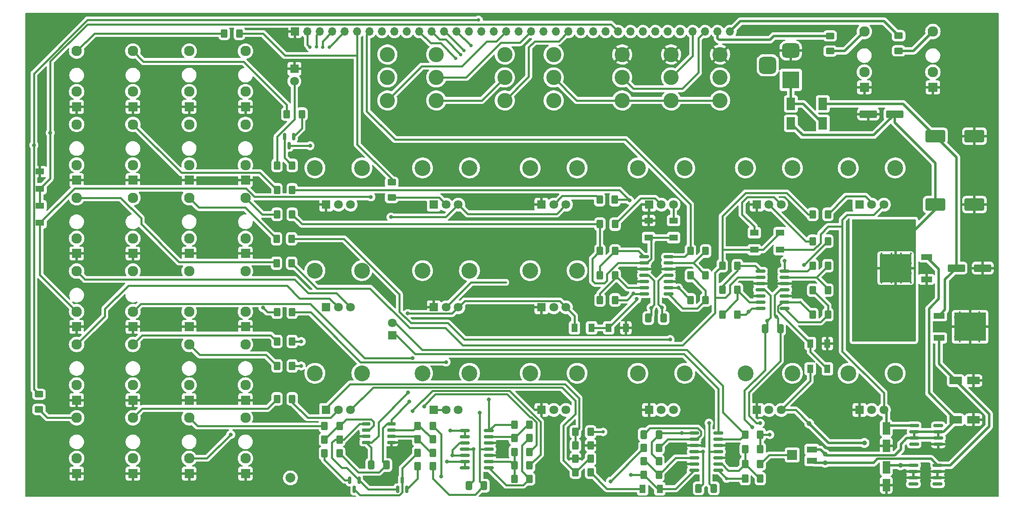
<source format=gbr>
%TF.GenerationSoftware,KiCad,Pcbnew,6.0.9-8da3e8f707~116~ubuntu22.04.1*%
%TF.CreationDate,2022-11-22T22:51:57+01:00*%
%TF.ProjectId,polykit-x-monosynth,706f6c79-6b69-4742-9d78-2d6d6f6e6f73,v0.0.3*%
%TF.SameCoordinates,Original*%
%TF.FileFunction,Copper,L1,Top*%
%TF.FilePolarity,Positive*%
%FSLAX46Y46*%
G04 Gerber Fmt 4.6, Leading zero omitted, Abs format (unit mm)*
G04 Created by KiCad (PCBNEW 6.0.9-8da3e8f707~116~ubuntu22.04.1) date 2022-11-22 22:51:57*
%MOMM*%
%LPD*%
G01*
G04 APERTURE LIST*
G04 Aperture macros list*
%AMRoundRect*
0 Rectangle with rounded corners*
0 $1 Rounding radius*
0 $2 $3 $4 $5 $6 $7 $8 $9 X,Y pos of 4 corners*
0 Add a 4 corners polygon primitive as box body*
4,1,4,$2,$3,$4,$5,$6,$7,$8,$9,$2,$3,0*
0 Add four circle primitives for the rounded corners*
1,1,$1+$1,$2,$3*
1,1,$1+$1,$4,$5*
1,1,$1+$1,$6,$7*
1,1,$1+$1,$8,$9*
0 Add four rect primitives between the rounded corners*
20,1,$1+$1,$2,$3,$4,$5,0*
20,1,$1+$1,$4,$5,$6,$7,0*
20,1,$1+$1,$6,$7,$8,$9,0*
20,1,$1+$1,$8,$9,$2,$3,0*%
G04 Aperture macros list end*
%TA.AperFunction,SMDPad,CuDef*%
%ADD10RoundRect,0.250000X0.625000X-0.400000X0.625000X0.400000X-0.625000X0.400000X-0.625000X-0.400000X0*%
%TD*%
%TA.AperFunction,ComponentPad*%
%ADD11R,1.930000X1.830000*%
%TD*%
%TA.AperFunction,ComponentPad*%
%ADD12C,2.130000*%
%TD*%
%TA.AperFunction,ComponentPad*%
%ADD13C,3.100000*%
%TD*%
%TA.AperFunction,SMDPad,CuDef*%
%ADD14RoundRect,0.250000X-0.400000X-0.625000X0.400000X-0.625000X0.400000X0.625000X-0.400000X0.625000X0*%
%TD*%
%TA.AperFunction,SMDPad,CuDef*%
%ADD15RoundRect,0.250000X-0.550000X1.050000X-0.550000X-1.050000X0.550000X-1.050000X0.550000X1.050000X0*%
%TD*%
%TA.AperFunction,SMDPad,CuDef*%
%ADD16RoundRect,0.250000X-0.412500X-0.650000X0.412500X-0.650000X0.412500X0.650000X-0.412500X0.650000X0*%
%TD*%
%TA.AperFunction,SMDPad,CuDef*%
%ADD17RoundRect,0.250000X0.400000X0.625000X-0.400000X0.625000X-0.400000X-0.625000X0.400000X-0.625000X0*%
%TD*%
%TA.AperFunction,SMDPad,CuDef*%
%ADD18RoundRect,0.250000X0.412500X0.650000X-0.412500X0.650000X-0.412500X-0.650000X0.412500X-0.650000X0*%
%TD*%
%TA.AperFunction,SMDPad,CuDef*%
%ADD19RoundRect,0.150000X-0.150000X0.587500X-0.150000X-0.587500X0.150000X-0.587500X0.150000X0.587500X0*%
%TD*%
%TA.AperFunction,ComponentPad*%
%ADD20R,3.500000X3.500000*%
%TD*%
%TA.AperFunction,ComponentPad*%
%ADD21RoundRect,0.750000X-1.000000X0.750000X-1.000000X-0.750000X1.000000X-0.750000X1.000000X0.750000X0*%
%TD*%
%TA.AperFunction,ComponentPad*%
%ADD22RoundRect,0.875000X-0.875000X0.875000X-0.875000X-0.875000X0.875000X-0.875000X0.875000X0.875000X0*%
%TD*%
%TA.AperFunction,SMDPad,CuDef*%
%ADD23RoundRect,0.150000X-0.825000X-0.150000X0.825000X-0.150000X0.825000X0.150000X-0.825000X0.150000X0*%
%TD*%
%TA.AperFunction,SMDPad,CuDef*%
%ADD24R,1.700000X1.300000*%
%TD*%
%TA.AperFunction,ComponentPad*%
%ADD25C,3.240000*%
%TD*%
%TA.AperFunction,ComponentPad*%
%ADD26R,1.800000X1.800000*%
%TD*%
%TA.AperFunction,ComponentPad*%
%ADD27C,1.800000*%
%TD*%
%TA.AperFunction,SMDPad,CuDef*%
%ADD28R,2.200000X1.200000*%
%TD*%
%TA.AperFunction,SMDPad,CuDef*%
%ADD29R,6.400000X5.800000*%
%TD*%
%TA.AperFunction,SMDPad,CuDef*%
%ADD30R,1.300000X1.700000*%
%TD*%
%TA.AperFunction,SMDPad,CuDef*%
%ADD31RoundRect,0.150000X0.150000X-0.587500X0.150000X0.587500X-0.150000X0.587500X-0.150000X-0.587500X0*%
%TD*%
%TA.AperFunction,ComponentPad*%
%ADD32C,2.000000*%
%TD*%
%TA.AperFunction,SMDPad,CuDef*%
%ADD33R,2.000000X1.300000*%
%TD*%
%TA.AperFunction,SMDPad,CuDef*%
%ADD34R,2.000000X2.000000*%
%TD*%
%TA.AperFunction,ComponentPad*%
%ADD35R,1.700000X1.700000*%
%TD*%
%TA.AperFunction,ComponentPad*%
%ADD36O,1.700000X1.700000*%
%TD*%
%TA.AperFunction,SMDPad,CuDef*%
%ADD37R,1.800000X2.500000*%
%TD*%
%TA.AperFunction,SMDPad,CuDef*%
%ADD38RoundRect,0.150000X-0.725000X-0.150000X0.725000X-0.150000X0.725000X0.150000X-0.725000X0.150000X0*%
%TD*%
%TA.AperFunction,SMDPad,CuDef*%
%ADD39RoundRect,0.250000X-1.500000X-0.550000X1.500000X-0.550000X1.500000X0.550000X-1.500000X0.550000X0*%
%TD*%
%TA.AperFunction,SMDPad,CuDef*%
%ADD40RoundRect,0.250000X1.050000X0.550000X-1.050000X0.550000X-1.050000X-0.550000X1.050000X-0.550000X0*%
%TD*%
%TA.AperFunction,SMDPad,CuDef*%
%ADD41RoundRect,0.250000X-1.050000X-0.550000X1.050000X-0.550000X1.050000X0.550000X-1.050000X0.550000X0*%
%TD*%
%TA.AperFunction,SMDPad,CuDef*%
%ADD42RoundRect,0.250000X0.550000X-1.050000X0.550000X1.050000X-0.550000X1.050000X-0.550000X-1.050000X0*%
%TD*%
%TA.AperFunction,SMDPad,CuDef*%
%ADD43RoundRect,0.250000X1.750000X1.000000X-1.750000X1.000000X-1.750000X-1.000000X1.750000X-1.000000X0*%
%TD*%
%TA.AperFunction,SMDPad,CuDef*%
%ADD44RoundRect,0.250000X-1.750000X-1.000000X1.750000X-1.000000X1.750000X1.000000X-1.750000X1.000000X0*%
%TD*%
%TA.AperFunction,ViaPad*%
%ADD45C,0.400000*%
%TD*%
%TA.AperFunction,ViaPad*%
%ADD46C,0.800000*%
%TD*%
%TA.AperFunction,ViaPad*%
%ADD47C,1.000000*%
%TD*%
%TA.AperFunction,ViaPad*%
%ADD48C,0.700000*%
%TD*%
%TA.AperFunction,ViaPad*%
%ADD49C,3.500000*%
%TD*%
%TA.AperFunction,Conductor*%
%ADD50C,0.508000*%
%TD*%
%TA.AperFunction,Conductor*%
%ADD51C,0.381000*%
%TD*%
G04 APERTURE END LIST*
D10*
%TO.P,R2,1*%
%TO.N,Net-(J3-PadT)*%
X54800000Y-143900000D03*
%TO.P,R2,2*%
%TO.N,ADSR_OUT*%
X54800000Y-140800000D03*
%TD*%
D11*
%TO.P,J23,S*%
%TO.N,GND*%
X85500000Y-142000000D03*
D12*
%TO.P,J23,T*%
%TO.N,Net-(J23-PadT)*%
X85500000Y-130600000D03*
%TO.P,J23,TN*%
%TO.N,unconnected-(J23-PadTN)*%
X85500000Y-138900000D03*
%TD*%
D13*
%TO.P,SW7,1,1*%
%TO.N,SAW_ON*%
X126000000Y-80700000D03*
%TO.P,SW7,2,2*%
%TO.N,+5V*%
X126000000Y-76000000D03*
%TO.P,SW7,3,3*%
%TO.N,TRIANGLE_ON*%
X126000000Y-71300000D03*
%TD*%
D14*
%TO.P,R5,1*%
%TO.N,Net-(D1-Pad2)*%
X103450000Y-94000000D03*
%TO.P,R5,2*%
%TO.N,Net-(Q1-Pad2)*%
X106550000Y-94000000D03*
%TD*%
D15*
%TO.P,C7,1*%
%TO.N,+5V*%
X228000000Y-155750000D03*
%TO.P,C7,2*%
%TO.N,GND*%
X228000000Y-159350000D03*
%TD*%
D11*
%TO.P,J15,S*%
%TO.N,GND*%
X74000000Y-112000000D03*
D12*
%TO.P,J15,T*%
%TO.N,VCA_CV*%
X74000000Y-100600000D03*
%TO.P,J15,TN*%
%TO.N,ADSR_OUT*%
X74000000Y-108900000D03*
%TD*%
D16*
%TO.P,C11,1*%
%TO.N,+12V*%
X203187500Y-127400000D03*
%TO.P,C11,2*%
%TO.N,-12V*%
X206312500Y-127400000D03*
%TD*%
D17*
%TO.P,R22,1*%
%TO.N,Net-(R22-Pad1)*%
X216050000Y-104000000D03*
%TO.P,R22,2*%
%TO.N,Net-(D6-Pad2)*%
X212950000Y-104000000D03*
%TD*%
D14*
%TO.P,R19,1*%
%TO.N,LFO_TRIANGLE*%
X164450000Y-151250000D03*
%TO.P,R19,2*%
%TO.N,GND*%
X167550000Y-151250000D03*
%TD*%
D17*
%TO.P,R45,1*%
%TO.N,Net-(R45-Pad1)*%
X106550000Y-130000000D03*
%TO.P,R45,2*%
%TO.N,Net-(J22-PadT)*%
X103450000Y-130000000D03*
%TD*%
D11*
%TO.P,J18,S*%
%TO.N,GND*%
X97000000Y-82000000D03*
D12*
%TO.P,J18,T*%
%TO.N,FM*%
X97000000Y-70600000D03*
%TO.P,J18,TN*%
%TO.N,unconnected-(J18-PadTN)*%
X97000000Y-78900000D03*
%TD*%
D18*
%TO.P,C9,1*%
%TO.N,LED*%
X181512500Y-149025000D03*
%TO.P,C9,2*%
%TO.N,Net-(C9-Pad2)*%
X178387500Y-149025000D03*
%TD*%
D19*
%TO.P,Q2,1,B*%
%TO.N,Net-(Q2-Pad1)*%
X120200000Y-158362500D03*
%TO.P,Q2,2,E*%
%TO.N,Net-(Q2-Pad2)*%
X118300000Y-158362500D03*
%TO.P,Q2,3,C*%
%TO.N,Net-(Q2-Pad3)*%
X119250000Y-160237500D03*
%TD*%
D11*
%TO.P,J16,S*%
%TO.N,GND*%
X85500000Y-97000000D03*
D12*
%TO.P,J16,T*%
%TO.N,HSYNC*%
X85500000Y-85600000D03*
%TO.P,J16,TN*%
%TO.N,unconnected-(J16-PadTN)*%
X85500000Y-93900000D03*
%TD*%
D19*
%TO.P,Q1,1,B*%
%TO.N,Net-(Q1-Pad1)*%
X106900000Y-88062500D03*
%TO.P,Q1,2,E*%
%TO.N,Net-(Q1-Pad2)*%
X105000000Y-88062500D03*
%TO.P,Q1,3,C*%
%TO.N,+12V*%
X105950000Y-89937500D03*
%TD*%
D14*
%TO.P,R1,1*%
%TO.N,GATE*%
X105450000Y-83500000D03*
%TO.P,R1,2*%
%TO.N,Net-(Q1-Pad1)*%
X108550000Y-83500000D03*
%TD*%
D20*
%TO.P,J7,1*%
%TO.N,Net-(D2-Pad2)*%
X208457500Y-76500000D03*
D21*
%TO.P,J7,2*%
%TO.N,GND*%
X208457500Y-70500000D03*
D22*
%TO.P,J7,3*%
%TO.N,N/C*%
X203757500Y-73500000D03*
%TD*%
D11*
%TO.P,J2,S*%
%TO.N,GND*%
X237500000Y-78000000D03*
D12*
%TO.P,J2,T*%
%TO.N,Net-(J2-PadT)*%
X237500000Y-66600000D03*
%TO.P,J2,TN*%
%TO.N,unconnected-(J2-PadTN)*%
X237500000Y-74900000D03*
%TD*%
D14*
%TO.P,R47,1*%
%TO.N,Net-(R44-Pad2)*%
X113160000Y-150050000D03*
%TO.P,R47,2*%
%TO.N,Net-(Q2-Pad1)*%
X116260000Y-150050000D03*
%TD*%
%TO.P,R43,1*%
%TO.N,Net-(J13-PadT)*%
X92650000Y-67000000D03*
%TO.P,R43,2*%
%TO.N,PITCH*%
X95750000Y-67000000D03*
%TD*%
D11*
%TO.P,J1,S*%
%TO.N,GND*%
X223500000Y-78000000D03*
D12*
%TO.P,J1,T*%
%TO.N,Net-(J1-PadT)*%
X223500000Y-66600000D03*
%TO.P,J1,TN*%
%TO.N,unconnected-(J1-PadTN)*%
X223500000Y-74900000D03*
%TD*%
D23*
%TO.P,U8,1*%
%TO.N,Net-(R45-Pad1)*%
X141800000Y-148230000D03*
%TO.P,U8,2,-*%
X141800000Y-149500000D03*
%TO.P,U8,3,+*%
%TO.N,Net-(J19-PadT)*%
X141800000Y-150770000D03*
%TO.P,U8,4,V+*%
%TO.N,+12V*%
X141800000Y-152040000D03*
%TO.P,U8,5,+*%
%TO.N,Net-(J19-PadT)*%
X141800000Y-153310000D03*
%TO.P,U8,6,-*%
%TO.N,Net-(R46-Pad1)*%
X141800000Y-154580000D03*
%TO.P,U8,7*%
X141800000Y-155850000D03*
%TO.P,U8,8*%
%TO.N,Net-(R55-Pad2)*%
X146750000Y-155850000D03*
%TO.P,U8,9,-*%
%TO.N,Net-(R52-Pad2)*%
X146750000Y-154580000D03*
%TO.P,U8,10,+*%
%TO.N,GND*%
X146750000Y-153310000D03*
%TO.P,U8,11,V-*%
%TO.N,-12V*%
X146750000Y-152040000D03*
%TO.P,U8,12,+*%
%TO.N,GND*%
X146750000Y-150770000D03*
%TO.P,U8,13,-*%
%TO.N,Net-(R56-Pad2)*%
X146750000Y-149500000D03*
%TO.P,U8,14*%
%TO.N,Net-(R57-Pad2)*%
X146750000Y-148230000D03*
%TD*%
D11*
%TO.P,J9,S*%
%TO.N,GND*%
X62500000Y-112000000D03*
D12*
%TO.P,J9,T*%
%TO.N,Net-(J9-PadT)*%
X62500000Y-100600000D03*
%TO.P,J9,TN*%
%TO.N,unconnected-(J9-PadTN)*%
X62500000Y-108900000D03*
%TD*%
D13*
%TO.P,SW1,1,A*%
%TO.N,+5V*%
X136000000Y-80700000D03*
%TO.P,SW1,2,B*%
%TO.N,EXTERNAL_ON*%
X136000000Y-76000000D03*
%TO.P,SW1,3,C*%
%TO.N,unconnected-(SW1-Pad3)*%
X136000000Y-71300000D03*
%TD*%
D11*
%TO.P,J12,S*%
%TO.N,GND*%
X85500000Y-112000000D03*
D12*
%TO.P,J12,T*%
%TO.N,Net-(J12-PadT)*%
X85500000Y-100600000D03*
%TO.P,J12,TN*%
%TO.N,unconnected-(J12-PadTN)*%
X85500000Y-108900000D03*
%TD*%
D24*
%TO.P,D14,1,K*%
%TO.N,+5V*%
X55000000Y-105750000D03*
%TO.P,D14,2,A*%
%TO.N,VCA_CV*%
X55000000Y-102250000D03*
%TD*%
D25*
%TO.P,RV9,*%
%TO.N,*%
X208800000Y-136500000D03*
X199200000Y-136500000D03*
D26*
%TO.P,RV9,1,1*%
%TO.N,GND*%
X201500000Y-144000000D03*
D27*
%TO.P,RV9,2,2*%
%TO.N,ADSR_S*%
X204000000Y-144000000D03*
%TO.P,RV9,3,3*%
%TO.N,+5V*%
X206500000Y-144000000D03*
%TD*%
D25*
%TO.P,RV2,*%
%TO.N,*%
X155200000Y-115500000D03*
X164800000Y-115500000D03*
D26*
%TO.P,RV2,1,1*%
%TO.N,GND*%
X157500000Y-123000000D03*
D27*
%TO.P,RV2,2,2*%
%TO.N,LVL2*%
X160000000Y-123000000D03*
%TO.P,RV2,3,3*%
%TO.N,+5V*%
X162500000Y-123000000D03*
%TD*%
D13*
%TO.P,SW3,1,A*%
%TO.N,GND*%
X184000000Y-71300000D03*
%TO.P,SW3,2,B*%
%TO.N,FILTER_MODE_B*%
X184000000Y-76000000D03*
%TO.P,SW3,3,C*%
%TO.N,+5V*%
X184000000Y-80700000D03*
%TD*%
D26*
%TO.P,D5,1,KA*%
%TO.N,Net-(D5-Pad1)*%
X127000000Y-128750000D03*
D27*
%TO.P,D5,2,AK*%
%TO.N,Net-(D5-Pad2)*%
X127000000Y-126210000D03*
%TD*%
D14*
%TO.P,R13,1*%
%TO.N,Net-(R12-Pad1)*%
X199125000Y-155040000D03*
%TO.P,R13,2*%
%TO.N,Net-(R13-Pad2)*%
X202225000Y-155040000D03*
%TD*%
D11*
%TO.P,J4,S*%
%TO.N,GND*%
X74000000Y-82000000D03*
D12*
%TO.P,J4,T*%
%TO.N,GATE*%
X74000000Y-70600000D03*
%TO.P,J4,TN*%
%TO.N,unconnected-(J4-PadTN)*%
X74000000Y-78900000D03*
%TD*%
D17*
%TO.P,R52,1*%
%TO.N,Net-(R52-Pad1)*%
X155050000Y-152600000D03*
%TO.P,R52,2*%
%TO.N,Net-(R52-Pad2)*%
X151950000Y-152600000D03*
%TD*%
D14*
%TO.P,R16,1*%
%TO.N,LFO_SQUARE*%
X164450000Y-156750000D03*
%TO.P,R16,2*%
%TO.N,Net-(D4-Pad1)*%
X167550000Y-156750000D03*
%TD*%
D13*
%TO.P,SW5,1,1*%
%TO.N,RES_ADSR*%
X150000000Y-80700000D03*
%TO.P,SW5,2,2*%
%TO.N,+5V*%
X150000000Y-76000000D03*
%TO.P,SW5,3,3*%
%TO.N,RES_ADSR_NEG*%
X150000000Y-71300000D03*
%TD*%
D25*
%TO.P,RV16,*%
%TO.N,*%
X120800000Y-94500000D03*
X111200000Y-94500000D03*
D26*
%TO.P,RV16,1,1*%
%TO.N,GND*%
X113500000Y-102000000D03*
D27*
%TO.P,RV16,2,2*%
%TO.N,Net-(R52-Pad1)*%
X116000000Y-102000000D03*
%TO.P,RV16,3,3*%
%TO.N,Net-(J26-PadT)*%
X118500000Y-102000000D03*
%TD*%
D10*
%TO.P,R4,1*%
%TO.N,Net-(J2-PadT)*%
X230500000Y-70550000D03*
%TO.P,R4,2*%
%TO.N,OUT_R*%
X230500000Y-67450000D03*
%TD*%
D17*
%TO.P,R18,1*%
%TO.N,LFO_SQUARE*%
X167550000Y-154000000D03*
%TO.P,R18,2*%
%TO.N,GND*%
X164450000Y-154000000D03*
%TD*%
D25*
%TO.P,RV4,*%
%TO.N,*%
X133200000Y-136500000D03*
X142800000Y-136500000D03*
D26*
%TO.P,RV4,1,1*%
%TO.N,Net-(R10-Pad1)*%
X135500000Y-144000000D03*
D27*
%TO.P,RV4,2,2*%
X138000000Y-144000000D03*
%TO.P,RV4,3,3*%
%TO.N,Net-(D4-Pad2)*%
X140500000Y-144000000D03*
%TD*%
D25*
%TO.P,RV7,*%
%TO.N,*%
X155200000Y-136500000D03*
X164800000Y-136500000D03*
D26*
%TO.P,RV7,1,1*%
%TO.N,GND*%
X157500000Y-144000000D03*
D27*
%TO.P,RV7,2,2*%
%TO.N,ADSR_A*%
X160000000Y-144000000D03*
%TO.P,RV7,3,3*%
%TO.N,-5V*%
X162500000Y-144000000D03*
%TD*%
D28*
%TO.P,U1,1,VI*%
%TO.N,Net-(C1-Pad1)*%
X238800000Y-124720000D03*
D29*
%TO.P,U1,2,GND*%
%TO.N,GND*%
X245100000Y-127000000D03*
D28*
%TO.P,U1,3,VO*%
%TO.N,+12V*%
X238800000Y-129280000D03*
%TD*%
D30*
%TO.P,D13,1,K*%
%TO.N,Net-(D12-Pad2)*%
X212450000Y-130400000D03*
%TO.P,D13,2,A*%
%TO.N,GND*%
X215950000Y-130400000D03*
%TD*%
D31*
%TO.P,Q3,1,B*%
%TO.N,Net-(Q2-Pad1)*%
X128075000Y-160262500D03*
%TO.P,Q3,2,E*%
%TO.N,Net-(Q3-Pad2)*%
X129975000Y-160262500D03*
%TO.P,Q3,3,C*%
%TO.N,Net-(Q2-Pad3)*%
X129025000Y-158387500D03*
%TD*%
D11*
%TO.P,J27,S*%
%TO.N,GND*%
X85500000Y-127000000D03*
D12*
%TO.P,J27,T*%
%TO.N,Net-(J27-PadT)*%
X85500000Y-115600000D03*
%TO.P,J27,TN*%
%TO.N,Net-(J25-Pad1)*%
X85500000Y-123900000D03*
%TD*%
D24*
%TO.P,D6,1,K*%
%TO.N,+5V*%
X201000000Y-107750000D03*
%TO.P,D6,2,A*%
%TO.N,Net-(D6-Pad2)*%
X201000000Y-111250000D03*
%TD*%
D17*
%TO.P,R57,1*%
%TO.N,Net-(R56-Pad2)*%
X155050000Y-147000000D03*
%TO.P,R57,2*%
%TO.N,Net-(R57-Pad2)*%
X151950000Y-147000000D03*
%TD*%
D32*
%TO.P,J25,1,Pin_1*%
%TO.N,Net-(J25-Pad1)*%
X106190000Y-157900000D03*
%TD*%
D25*
%TO.P,RV8,*%
%TO.N,*%
X177200000Y-136500000D03*
X186800000Y-136500000D03*
D26*
%TO.P,RV8,1,1*%
%TO.N,GND*%
X179500000Y-144000000D03*
D27*
%TO.P,RV8,2,2*%
%TO.N,ADSR_D*%
X182000000Y-144000000D03*
%TO.P,RV8,3,3*%
%TO.N,-5V*%
X184500000Y-144000000D03*
%TD*%
D14*
%TO.P,R12,1*%
%TO.N,Net-(R12-Pad1)*%
X199125000Y-152040000D03*
%TO.P,R12,2*%
%TO.N,LED*%
X202225000Y-152040000D03*
%TD*%
D17*
%TO.P,R58,1*%
%TO.N,Net-(R57-Pad2)*%
X106550000Y-124000000D03*
%TO.P,R58,2*%
%TO.N,Net-(J29-PadT)*%
X103450000Y-124000000D03*
%TD*%
D25*
%TO.P,RV1,*%
%TO.N,*%
X133200000Y-115500000D03*
X142800000Y-115500000D03*
D26*
%TO.P,RV1,1,1*%
%TO.N,GND*%
X135500000Y-123000000D03*
D27*
%TO.P,RV1,2,2*%
%TO.N,LVL1*%
X138000000Y-123000000D03*
%TO.P,RV1,3,3*%
%TO.N,+5V*%
X140500000Y-123000000D03*
%TD*%
D30*
%TO.P,D12,1,K*%
%TO.N,+5V*%
X212450000Y-135600000D03*
%TO.P,D12,2,A*%
%TO.N,Net-(D12-Pad2)*%
X215950000Y-135600000D03*
%TD*%
D25*
%TO.P,RV10,*%
%TO.N,*%
X229800000Y-136500000D03*
X220200000Y-136500000D03*
D26*
%TO.P,RV10,1,1*%
%TO.N,GND*%
X222500000Y-144000000D03*
D27*
%TO.P,RV10,2,2*%
%TO.N,ADSR_R*%
X225000000Y-144000000D03*
%TO.P,RV10,3,3*%
%TO.N,-5V*%
X227500000Y-144000000D03*
%TD*%
D33*
%TO.P,RV3,1,1*%
%TO.N,+12V*%
X212750000Y-154368500D03*
D34*
%TO.P,RV3,2,2*%
%TO.N,Net-(R13-Pad2)*%
X208750000Y-153218500D03*
D33*
%TO.P,RV3,3,3*%
%TO.N,-12V*%
X212750000Y-152068500D03*
%TD*%
D14*
%TO.P,R11,1*%
%TO.N,Net-(R11-Pad1)*%
X178400000Y-154500000D03*
%TO.P,R11,2*%
%TO.N,LED*%
X181500000Y-154500000D03*
%TD*%
%TO.P,R38,1*%
%TO.N,Net-(R35-Pad2)*%
X187950000Y-116500000D03*
%TO.P,R38,2*%
%TO.N,Net-(R38-Pad2)*%
X191050000Y-116500000D03*
%TD*%
D10*
%TO.P,R42,1*%
%TO.N,Net-(R42-Pad1)*%
X126900000Y-100550000D03*
%TO.P,R42,2*%
%TO.N,PITCH*%
X126900000Y-97450000D03*
%TD*%
D14*
%TO.P,R10,1*%
%TO.N,Net-(R10-Pad1)*%
X178425000Y-151750000D03*
%TO.P,R10,2*%
%TO.N,Net-(C9-Pad2)*%
X181525000Y-151750000D03*
%TD*%
%TO.P,R24,1*%
%TO.N,Net-(D6-Pad2)*%
X194450000Y-114500000D03*
%TO.P,R24,2*%
%TO.N,Net-(R24-Pad2)*%
X197550000Y-114500000D03*
%TD*%
%TO.P,R50,1*%
%TO.N,Net-(Q2-Pad3)*%
X132200000Y-152750000D03*
%TO.P,R50,2*%
%TO.N,Net-(R50-Pad2)*%
X135300000Y-152750000D03*
%TD*%
%TO.P,R54,1*%
%TO.N,Net-(R51-Pad2)*%
X132200000Y-147250000D03*
%TO.P,R54,2*%
%TO.N,Net-(J28-PadT)*%
X135300000Y-147250000D03*
%TD*%
%TO.P,R21,1*%
%TO.N,Net-(J8-PadT)*%
X103450000Y-141750000D03*
%TO.P,R21,2*%
%TO.N,Net-(R21-Pad2)*%
X106550000Y-141750000D03*
%TD*%
%TO.P,R23,1*%
%TO.N,Net-(J9-PadT)*%
X103350000Y-114000000D03*
%TO.P,R23,2*%
%TO.N,Net-(D6-Pad2)*%
X106450000Y-114000000D03*
%TD*%
D28*
%TO.P,U2,1,GND*%
%TO.N,GND*%
X236200000Y-117280000D03*
D29*
%TO.P,U2,2,VI*%
%TO.N,Net-(C2-Pad2)*%
X229900000Y-115000000D03*
D28*
%TO.P,U2,3,VO*%
%TO.N,-12V*%
X236200000Y-112720000D03*
%TD*%
D35*
%TO.P,J6,1,Pin_1*%
%TO.N,GND*%
X107150000Y-66600000D03*
D36*
%TO.P,J6,2,Pin_2*%
%TO.N,+12V*%
X109690000Y-66600000D03*
%TO.P,J6,3,Pin_3*%
%TO.N,-12V*%
X112230000Y-66600000D03*
%TO.P,J6,4,Pin_4*%
%TO.N,+5V*%
X114770000Y-66600000D03*
%TO.P,J6,5,Pin_5*%
%TO.N,-5V*%
X117310000Y-66600000D03*
%TO.P,J6,6,Pin_6*%
%TO.N,PITCH*%
X119850000Y-66600000D03*
%TO.P,J6,7,Pin_7*%
%TO.N,PWM*%
X122390000Y-66600000D03*
%TO.P,J6,8,Pin_8*%
%TO.N,FM*%
X124930000Y-66600000D03*
%TO.P,J6,9,Pin_9*%
%TO.N,SSYNC*%
X127470000Y-66600000D03*
%TO.P,J6,10,Pin_10*%
%TO.N,HSYNC*%
X130010000Y-66600000D03*
%TO.P,J6,11,Pin_11*%
%TO.N,ADSR_A*%
X132550000Y-66600000D03*
%TO.P,J6,12,Pin_12*%
%TO.N,ADSR_D*%
X135090000Y-66600000D03*
%TO.P,J6,13,Pin_13*%
%TO.N,ADSR_S*%
X137630000Y-66600000D03*
%TO.P,J6,14,Pin_14*%
%TO.N,ADSR_R*%
X140170000Y-66600000D03*
%TO.P,J6,15,Pin_15*%
%TO.N,TRIG*%
X142710000Y-66600000D03*
%TO.P,J6,16,Pin_16*%
%TO.N,GATE*%
X145250000Y-66600000D03*
%TO.P,J6,17,Pin_17*%
%TO.N,ADSR_OUT*%
X147790000Y-66600000D03*
%TO.P,J6,18,Pin_18*%
%TO.N,SAW_ON*%
X150330000Y-66600000D03*
%TO.P,J6,19,Pin_19*%
%TO.N,TRIANGLE_ON*%
X152870000Y-66600000D03*
%TO.P,J6,20,Pin_20*%
%TO.N,EXTERNAL_ON*%
X155410000Y-66600000D03*
%TO.P,J6,21,Pin_21*%
%TO.N,FREQ_ADSR_NEG*%
X157950000Y-66600000D03*
%TO.P,J6,22,Pin_22*%
%TO.N,FREQ_ADSR*%
X160490000Y-66600000D03*
%TO.P,J6,23,Pin_23*%
%TO.N,RES_ADSR*%
X163030000Y-66600000D03*
%TO.P,J6,24,Pin_24*%
%TO.N,RES_ADSR_NEG*%
X165570000Y-66600000D03*
%TO.P,J6,25,Pin_25*%
%TO.N,LVL1*%
X168110000Y-66600000D03*
%TO.P,J6,26,Pin_26*%
%TO.N,LVL2*%
X170650000Y-66600000D03*
%TO.P,J6,27,Pin_27*%
%TO.N,VCA_CV*%
X173190000Y-66600000D03*
%TO.P,J6,28,Pin_28*%
%TO.N,PAN_CV*%
X175730000Y-66600000D03*
%TO.P,J6,29,Pin_29*%
%TO.N,EXTERNAL_IN*%
X178270000Y-66600000D03*
%TO.P,J6,30,Pin_30*%
%TO.N,FREQ_CV*%
X180810000Y-66600000D03*
%TO.P,J6,31,Pin_31*%
%TO.N,RES_CV*%
X183350000Y-66600000D03*
%TO.P,J6,32,Pin_32*%
%TO.N,FILTER_MODE_A*%
X185890000Y-66600000D03*
%TO.P,J6,33,Pin_33*%
%TO.N,FILTER_MODE_B*%
X188430000Y-66600000D03*
%TO.P,J6,34,Pin_34*%
%TO.N,FILTER_MODE_C*%
X190970000Y-66600000D03*
%TO.P,J6,35,Pin_35*%
%TO.N,OUT_L*%
X193510000Y-66600000D03*
%TO.P,J6,36,Pin_36*%
%TO.N,OUT_R*%
X196050000Y-66600000D03*
%TD*%
D24*
%TO.P,D10,1,K*%
%TO.N,+5V*%
X184500000Y-105250000D03*
%TO.P,D10,2,A*%
%TO.N,Net-(D10-Pad2)*%
X184500000Y-108750000D03*
%TD*%
D16*
%TO.P,C10,1*%
%TO.N,+12V*%
X189612500Y-160040000D03*
%TO.P,C10,2*%
%TO.N,-12V*%
X192737500Y-160040000D03*
%TD*%
D14*
%TO.P,R17,1*%
%TO.N,LFO_TRIANGLE*%
X164450000Y-148500000D03*
%TO.P,R17,2*%
%TO.N,Net-(R15-Pad1)*%
X167550000Y-148500000D03*
%TD*%
D37*
%TO.P,D2,1,K*%
%TO.N,Net-(C1-Pad1)*%
X215000000Y-81400000D03*
%TO.P,D2,2,A*%
%TO.N,Net-(D2-Pad2)*%
X215000000Y-85400000D03*
%TD*%
D11*
%TO.P,J11,S*%
%TO.N,GND*%
X97000000Y-112000000D03*
D12*
%TO.P,J11,T*%
%TO.N,Net-(J11-PadT)*%
X97000000Y-100600000D03*
%TO.P,J11,TN*%
%TO.N,unconnected-(J11-PadTN)*%
X97000000Y-108900000D03*
%TD*%
D14*
%TO.P,R26,1*%
%TO.N,Net-(R25-Pad2)*%
X194450000Y-124500000D03*
%TO.P,R26,2*%
%TO.N,PAN_CV*%
X197550000Y-124500000D03*
%TD*%
D38*
%TO.P,U9,1*%
%TO.N,Net-(Q2-Pad1)*%
X121675000Y-146845000D03*
%TO.P,U9,2,-*%
%TO.N,Net-(R44-Pad2)*%
X121675000Y-148115000D03*
%TO.P,U9,3,+*%
%TO.N,GND*%
X121675000Y-149385000D03*
%TO.P,U9,4,V-*%
%TO.N,-12V*%
X121675000Y-150655000D03*
%TO.P,U9,5,+*%
%TO.N,GND*%
X126825000Y-150655000D03*
%TO.P,U9,6,-*%
%TO.N,Net-(R50-Pad2)*%
X126825000Y-149385000D03*
%TO.P,U9,7*%
%TO.N,Net-(R51-Pad2)*%
X126825000Y-148115000D03*
%TO.P,U9,8,V+*%
%TO.N,+12V*%
X126825000Y-146845000D03*
%TD*%
D11*
%TO.P,J17,S*%
%TO.N,GND*%
X97000000Y-97000000D03*
D12*
%TO.P,J17,T*%
%TO.N,SSYNC*%
X97000000Y-85600000D03*
%TO.P,J17,TN*%
%TO.N,unconnected-(J17-PadTN)*%
X97000000Y-93900000D03*
%TD*%
D14*
%TO.P,R14,1*%
%TO.N,Net-(D4-Pad2)*%
X178400000Y-157250000D03*
%TO.P,R14,2*%
%TO.N,Net-(R11-Pad1)*%
X181500000Y-157250000D03*
%TD*%
D39*
%TO.P,C4,1*%
%TO.N,GND*%
X224300000Y-83500000D03*
%TO.P,C4,2*%
%TO.N,Net-(C2-Pad2)*%
X229700000Y-83500000D03*
%TD*%
D11*
%TO.P,J22,S*%
%TO.N,GND*%
X74000000Y-142000000D03*
D12*
%TO.P,J22,T*%
%TO.N,Net-(J22-PadT)*%
X74000000Y-130600000D03*
%TO.P,J22,TN*%
%TO.N,unconnected-(J22-PadTN)*%
X74000000Y-138900000D03*
%TD*%
D26*
%TO.P,D1,1,K*%
%TO.N,GND*%
X107000000Y-74225000D03*
D27*
%TO.P,D1,2,A*%
%TO.N,Net-(D1-Pad2)*%
X107000000Y-76765000D03*
%TD*%
D14*
%TO.P,R48,1*%
%TO.N,Net-(Q2-Pad2)*%
X113150000Y-152880000D03*
%TO.P,R48,2*%
%TO.N,+12V*%
X116250000Y-152880000D03*
%TD*%
%TO.P,R34,1*%
%TO.N,Net-(D12-Pad2)*%
X212950000Y-124500000D03*
%TO.P,R34,2*%
%TO.N,Net-(R34-Pad2)*%
X216050000Y-124500000D03*
%TD*%
D11*
%TO.P,J10,S*%
%TO.N,GND*%
X74000000Y-97000000D03*
D12*
%TO.P,J10,T*%
%TO.N,Net-(J10-PadT)*%
X74000000Y-85600000D03*
%TO.P,J10,TN*%
%TO.N,unconnected-(J10-PadTN)*%
X74000000Y-93900000D03*
%TD*%
D17*
%TO.P,R56,1*%
%TO.N,Net-(R55-Pad2)*%
X155050000Y-149750000D03*
%TO.P,R56,2*%
%TO.N,Net-(R56-Pad2)*%
X151950000Y-149750000D03*
%TD*%
D11*
%TO.P,J8,S*%
%TO.N,GND*%
X74000000Y-157000000D03*
D12*
%TO.P,J8,T*%
%TO.N,Net-(J8-PadT)*%
X74000000Y-145600000D03*
%TO.P,J8,TN*%
%TO.N,unconnected-(J8-PadTN)*%
X74000000Y-153900000D03*
%TD*%
D11*
%TO.P,J20,S*%
%TO.N,GND*%
X85500000Y-157000000D03*
D12*
%TO.P,J20,T*%
%TO.N,Net-(J20-PadT)*%
X85500000Y-145600000D03*
%TO.P,J20,TN*%
%TO.N,MIX*%
X85500000Y-153900000D03*
%TD*%
D11*
%TO.P,J13,S*%
%TO.N,GND*%
X62500000Y-82000000D03*
D12*
%TO.P,J13,T*%
%TO.N,Net-(J13-PadT)*%
X62500000Y-70600000D03*
%TO.P,J13,TN*%
%TO.N,unconnected-(J13-PadTN)*%
X62500000Y-78900000D03*
%TD*%
D10*
%TO.P,R3,1*%
%TO.N,Net-(J1-PadT)*%
X216500000Y-70600000D03*
%TO.P,R3,2*%
%TO.N,OUT_L*%
X216500000Y-67500000D03*
%TD*%
D25*
%TO.P,RV13,*%
%TO.N,*%
X164800000Y-94500000D03*
X155200000Y-94500000D03*
D26*
%TO.P,RV13,1,1*%
%TO.N,GND*%
X157500000Y-102000000D03*
D27*
%TO.P,RV13,2,2*%
%TO.N,Net-(R31-Pad1)*%
X160000000Y-102000000D03*
%TO.P,RV13,3,3*%
%TO.N,+5V*%
X162500000Y-102000000D03*
%TD*%
D11*
%TO.P,J14,S*%
%TO.N,GND*%
X62500000Y-97000000D03*
D12*
%TO.P,J14,T*%
%TO.N,EXTERNAL_IN*%
X62500000Y-85600000D03*
%TO.P,J14,TN*%
%TO.N,WAVE_OUT*%
X62500000Y-93900000D03*
%TD*%
D11*
%TO.P,J28,S*%
%TO.N,GND*%
X97000000Y-157000000D03*
D12*
%TO.P,J28,T*%
%TO.N,Net-(J28-PadT)*%
X97000000Y-145600000D03*
%TO.P,J28,TN*%
%TO.N,WAVE_OUT*%
X97000000Y-153900000D03*
%TD*%
D40*
%TO.P,C6,1*%
%TO.N,GND*%
X245800000Y-146000000D03*
%TO.P,C6,2*%
%TO.N,-12V*%
X242200000Y-146000000D03*
%TD*%
D14*
%TO.P,R51,1*%
%TO.N,Net-(R50-Pad2)*%
X132200000Y-150000000D03*
%TO.P,R51,2*%
%TO.N,Net-(R51-Pad2)*%
X135300000Y-150000000D03*
%TD*%
%TO.P,R32,1*%
%TO.N,Net-(J10-PadT)*%
X103450000Y-99000000D03*
%TO.P,R32,2*%
%TO.N,Net-(D8-Pad2)*%
X106550000Y-99000000D03*
%TD*%
D24*
%TO.P,D15,1,K*%
%TO.N,VCA_CV*%
X55000000Y-98750000D03*
%TO.P,D15,2,A*%
%TO.N,GND*%
X55000000Y-95250000D03*
%TD*%
%TO.P,D11,1,K*%
%TO.N,Net-(D10-Pad2)*%
X179400000Y-108750000D03*
%TO.P,D11,2,A*%
%TO.N,GND*%
X179400000Y-105250000D03*
%TD*%
D14*
%TO.P,R28,1*%
%TO.N,Net-(J11-PadT)*%
X103450000Y-104000000D03*
%TO.P,R28,2*%
%TO.N,Net-(D10-Pad2)*%
X106550000Y-104000000D03*
%TD*%
%TO.P,R35,1*%
%TO.N,Net-(D8-Pad2)*%
X187950000Y-121500000D03*
%TO.P,R35,2*%
%TO.N,Net-(R35-Pad2)*%
X191050000Y-121500000D03*
%TD*%
D17*
%TO.P,R49,1*%
%TO.N,-12V*%
X135300000Y-155500000D03*
%TO.P,R49,2*%
%TO.N,Net-(Q3-Pad2)*%
X132200000Y-155500000D03*
%TD*%
D11*
%TO.P,J5,S*%
%TO.N,GND*%
X85500000Y-82000000D03*
D12*
%TO.P,J5,T*%
%TO.N,TRIG*%
X85500000Y-70600000D03*
%TO.P,J5,TN*%
%TO.N,unconnected-(J5-PadTN)*%
X85500000Y-78900000D03*
%TD*%
D11*
%TO.P,J26,S*%
%TO.N,GND*%
X74000000Y-127000000D03*
D12*
%TO.P,J26,T*%
%TO.N,Net-(J26-PadT)*%
X74000000Y-115600000D03*
%TO.P,J26,TN*%
%TO.N,-5V*%
X74000000Y-123900000D03*
%TD*%
D25*
%TO.P,RV6,*%
%TO.N,*%
X229800000Y-94500000D03*
X220200000Y-94500000D03*
D26*
%TO.P,RV6,1,1*%
%TO.N,+5V*%
X222500000Y-102000000D03*
D27*
%TO.P,RV6,2,2*%
%TO.N,Net-(R22-Pad1)*%
X225000000Y-102000000D03*
%TO.P,RV6,3,3*%
%TO.N,-5V*%
X227500000Y-102000000D03*
%TD*%
D30*
%TO.P,D4,1,K*%
%TO.N,Net-(D4-Pad1)*%
X178180000Y-160110000D03*
%TO.P,D4,2,A*%
%TO.N,Net-(D4-Pad2)*%
X181680000Y-160110000D03*
%TD*%
D17*
%TO.P,R41,1*%
%TO.N,Net-(R38-Pad2)*%
X191050000Y-111500000D03*
%TO.P,R41,2*%
%TO.N,PWM*%
X187950000Y-111500000D03*
%TD*%
D25*
%TO.P,RV12,*%
%TO.N,*%
X199200000Y-94500000D03*
X208800000Y-94500000D03*
D26*
%TO.P,RV12,1,1*%
%TO.N,GND*%
X201500000Y-102000000D03*
D27*
%TO.P,RV12,2,2*%
%TO.N,Net-(R29-Pad1)*%
X204000000Y-102000000D03*
%TO.P,RV12,3,3*%
%TO.N,+5V*%
X206500000Y-102000000D03*
%TD*%
D17*
%TO.P,R27,1*%
%TO.N,Net-(R27-Pad1)*%
X172550000Y-106000000D03*
%TO.P,R27,2*%
%TO.N,Net-(D10-Pad2)*%
X169450000Y-106000000D03*
%TD*%
D14*
%TO.P,R30,1*%
%TO.N,Net-(J12-PadT)*%
X103350000Y-109000000D03*
%TO.P,R30,2*%
%TO.N,Net-(D12-Pad2)*%
X106450000Y-109000000D03*
%TD*%
D23*
%TO.P,U4,1,OUT*%
%TO.N,-5V*%
X233675000Y-147195000D03*
%TO.P,U4,2,IN*%
%TO.N,-12V*%
X233675000Y-148465000D03*
%TO.P,U4,3,IN*%
X233675000Y-149735000D03*
%TO.P,U4,4,NC*%
%TO.N,unconnected-(U4-Pad4)*%
X233675000Y-151005000D03*
%TO.P,U4,5,GND*%
%TO.N,GND*%
X238625000Y-151005000D03*
%TO.P,U4,6,IN*%
%TO.N,-12V*%
X238625000Y-149735000D03*
%TO.P,U4,7,IN*%
X238625000Y-148465000D03*
%TO.P,U4,8,NC*%
%TO.N,unconnected-(U4-Pad8)*%
X238625000Y-147195000D03*
%TD*%
D11*
%TO.P,J19,S*%
%TO.N,GND*%
X97000000Y-142000000D03*
D12*
%TO.P,J19,T*%
%TO.N,Net-(J19-PadT)*%
X97000000Y-130600000D03*
%TO.P,J19,TN*%
%TO.N,unconnected-(J19-PadTN)*%
X97000000Y-138900000D03*
%TD*%
D25*
%TO.P,RV11,*%
%TO.N,*%
X186800000Y-94500000D03*
X177200000Y-94500000D03*
D26*
%TO.P,RV11,1,1*%
%TO.N,GND*%
X179500000Y-102000000D03*
D27*
%TO.P,RV11,2,2*%
%TO.N,Net-(R27-Pad1)*%
X182000000Y-102000000D03*
%TO.P,RV11,3,3*%
%TO.N,+5V*%
X184500000Y-102000000D03*
%TD*%
D16*
%TO.P,C13,1*%
%TO.N,+12V*%
X142637500Y-159500000D03*
%TO.P,C13,2*%
%TO.N,-12V*%
X145762500Y-159500000D03*
%TD*%
D25*
%TO.P,RV5,*%
%TO.N,*%
X111200000Y-136500000D03*
X120800000Y-136500000D03*
D26*
%TO.P,RV5,1,1*%
%TO.N,LFO_TRIANGLE*%
X113500000Y-144000000D03*
D27*
%TO.P,RV5,2,2*%
%TO.N,Net-(R21-Pad2)*%
X116000000Y-144000000D03*
%TO.P,RV5,3,3*%
%TO.N,LFO_SQUARE*%
X118500000Y-144000000D03*
%TD*%
D17*
%TO.P,R40,1*%
%TO.N,Net-(R37-Pad2)*%
X216050000Y-114500000D03*
%TO.P,R40,2*%
%TO.N,FREQ_CV*%
X212950000Y-114500000D03*
%TD*%
D41*
%TO.P,C5,1*%
%TO.N,+12V*%
X242200000Y-138000000D03*
%TO.P,C5,2*%
%TO.N,GND*%
X245800000Y-138000000D03*
%TD*%
D11*
%TO.P,J21,S*%
%TO.N,GND*%
X62500000Y-127000000D03*
D12*
%TO.P,J21,T*%
%TO.N,Net-(J21-PadT)*%
X62500000Y-115600000D03*
%TO.P,J21,TN*%
%TO.N,+5V*%
X62500000Y-123900000D03*
%TD*%
D25*
%TO.P,RV14,*%
%TO.N,*%
X142800000Y-94500000D03*
X133200000Y-94500000D03*
D26*
%TO.P,RV14,1,1*%
%TO.N,-5V*%
X135500000Y-102000000D03*
D27*
%TO.P,RV14,2,2*%
%TO.N,Net-(R42-Pad1)*%
X138000000Y-102000000D03*
%TO.P,RV14,3,3*%
%TO.N,+5V*%
X140500000Y-102000000D03*
%TD*%
D25*
%TO.P,RV15,*%
%TO.N,*%
X111200000Y-115500000D03*
X120800000Y-115500000D03*
D26*
%TO.P,RV15,1,1*%
%TO.N,GND*%
X113500000Y-123000000D03*
D27*
%TO.P,RV15,2,2*%
%TO.N,Net-(J24-PadT)*%
X116000000Y-123000000D03*
%TO.P,RV15,3,3*%
%TO.N,Net-(J21-PadT)*%
X118500000Y-123000000D03*
%TD*%
D14*
%TO.P,R29,1*%
%TO.N,Net-(R29-Pad1)*%
X212950000Y-109500000D03*
%TO.P,R29,2*%
%TO.N,Net-(D12-Pad2)*%
X216050000Y-109500000D03*
%TD*%
%TO.P,R39,1*%
%TO.N,Net-(R36-Pad2)*%
X169450000Y-121500000D03*
%TO.P,R39,2*%
%TO.N,RES_CV*%
X172550000Y-121500000D03*
%TD*%
D11*
%TO.P,J24,S*%
%TO.N,GND*%
X62500000Y-142000000D03*
D12*
%TO.P,J24,T*%
%TO.N,Net-(J24-PadT)*%
X62500000Y-130600000D03*
%TO.P,J24,TN*%
%TO.N,unconnected-(J24-PadTN)*%
X62500000Y-138900000D03*
%TD*%
D23*
%TO.P,U5,1*%
%TO.N,LED*%
X188700000Y-148730000D03*
%TO.P,U5,2,-*%
%TO.N,Net-(C9-Pad2)*%
X188700000Y-150000000D03*
%TO.P,U5,3,+*%
%TO.N,GND*%
X188700000Y-151270000D03*
%TO.P,U5,4,V+*%
%TO.N,+12V*%
X188700000Y-152540000D03*
%TO.P,U5,5,+*%
%TO.N,Net-(R11-Pad1)*%
X188700000Y-153810000D03*
%TO.P,U5,6,-*%
%TO.N,GND*%
X188700000Y-155080000D03*
%TO.P,U5,7*%
%TO.N,Net-(D4-Pad2)*%
X188700000Y-156350000D03*
%TO.P,U5,8*%
%TO.N,Net-(R15-Pad1)*%
X193650000Y-156350000D03*
%TO.P,U5,9,-*%
%TO.N,Net-(R12-Pad1)*%
X193650000Y-155080000D03*
%TO.P,U5,10,+*%
%TO.N,GND*%
X193650000Y-153810000D03*
%TO.P,U5,11,V-*%
%TO.N,-12V*%
X193650000Y-152540000D03*
%TO.P,U5,12,+*%
%TO.N,GND*%
X193650000Y-151270000D03*
%TO.P,U5,13,-*%
%TO.N,Net-(D5-Pad2)*%
X193650000Y-150000000D03*
%TO.P,U5,14*%
%TO.N,Net-(D5-Pad1)*%
X193650000Y-148730000D03*
%TD*%
D13*
%TO.P,SW4,1,A*%
%TO.N,GND*%
X174000000Y-71300000D03*
%TO.P,SW4,2,B*%
%TO.N,FILTER_MODE_C*%
X174000000Y-76000000D03*
%TO.P,SW4,3,C*%
%TO.N,+5V*%
X174000000Y-80700000D03*
%TD*%
D23*
%TO.P,U6,1*%
%TO.N,Net-(R24-Pad2)*%
X202275000Y-115590000D03*
%TO.P,U6,2,-*%
%TO.N,Net-(D6-Pad2)*%
X202275000Y-116860000D03*
%TO.P,U6,3,+*%
%TO.N,GND*%
X202275000Y-118130000D03*
%TO.P,U6,4,V+*%
%TO.N,+12V*%
X202275000Y-119400000D03*
%TO.P,U6,5,+*%
%TO.N,GND*%
X202275000Y-120670000D03*
%TO.P,U6,6,-*%
%TO.N,Net-(R25-Pad2)*%
X202275000Y-121940000D03*
%TO.P,U6,7*%
%TO.N,PAN_CV*%
X202275000Y-123210000D03*
%TO.P,U6,8*%
%TO.N,Net-(R34-Pad2)*%
X207225000Y-123210000D03*
%TO.P,U6,9,-*%
%TO.N,Net-(D12-Pad2)*%
X207225000Y-121940000D03*
%TO.P,U6,10,+*%
%TO.N,GND*%
X207225000Y-120670000D03*
%TO.P,U6,11,V-*%
%TO.N,-12V*%
X207225000Y-119400000D03*
%TO.P,U6,12,+*%
%TO.N,GND*%
X207225000Y-118130000D03*
%TO.P,U6,13,-*%
%TO.N,Net-(R37-Pad2)*%
X207225000Y-116860000D03*
%TO.P,U6,14*%
%TO.N,FREQ_CV*%
X207225000Y-115590000D03*
%TD*%
D42*
%TO.P,C8,1*%
%TO.N,GND*%
X228000000Y-151350000D03*
%TO.P,C8,2*%
%TO.N,-5V*%
X228000000Y-147750000D03*
%TD*%
D17*
%TO.P,R46,1*%
%TO.N,Net-(R46-Pad1)*%
X106550000Y-135000000D03*
%TO.P,R46,2*%
%TO.N,Net-(J23-PadT)*%
X103450000Y-135000000D03*
%TD*%
D14*
%TO.P,R44,1*%
%TO.N,Net-(J20-PadT)*%
X113150000Y-147280000D03*
%TO.P,R44,2*%
%TO.N,Net-(R44-Pad2)*%
X116250000Y-147280000D03*
%TD*%
D37*
%TO.P,D3,1,K*%
%TO.N,Net-(D2-Pad2)*%
X208500000Y-81400000D03*
%TO.P,D3,2,A*%
%TO.N,Net-(C2-Pad2)*%
X208500000Y-85400000D03*
%TD*%
D14*
%TO.P,R31,1*%
%TO.N,Net-(R31-Pad1)*%
X169400000Y-101000000D03*
%TO.P,R31,2*%
%TO.N,Net-(D8-Pad2)*%
X172500000Y-101000000D03*
%TD*%
D16*
%TO.P,C12,1*%
%TO.N,+12V*%
X179337500Y-125200000D03*
%TO.P,C12,2*%
%TO.N,-12V*%
X182462500Y-125200000D03*
%TD*%
D13*
%TO.P,SW2,1,A*%
%TO.N,GND*%
X194000000Y-71300000D03*
%TO.P,SW2,2,B*%
%TO.N,FILTER_MODE_A*%
X194000000Y-76000000D03*
%TO.P,SW2,3,C*%
%TO.N,+5V*%
X194000000Y-80700000D03*
%TD*%
D17*
%TO.P,R53,1*%
%TO.N,Net-(J27-PadT)*%
X155050000Y-155350000D03*
%TO.P,R53,2*%
%TO.N,Net-(R52-Pad2)*%
X151950000Y-155350000D03*
%TD*%
D11*
%TO.P,J3,S*%
%TO.N,GND*%
X62500000Y-157000000D03*
D12*
%TO.P,J3,T*%
%TO.N,Net-(J3-PadT)*%
X62500000Y-145600000D03*
%TO.P,J3,TN*%
%TO.N,unconnected-(J3-PadTN)*%
X62500000Y-153900000D03*
%TD*%
D13*
%TO.P,SW6,1,1*%
%TO.N,FREQ_ADSR*%
X160000000Y-80700000D03*
%TO.P,SW6,2,2*%
%TO.N,+5V*%
X160000000Y-76000000D03*
%TO.P,SW6,3,3*%
%TO.N,FREQ_ADSR_NEG*%
X160000000Y-71300000D03*
%TD*%
D43*
%TO.P,C2,1*%
%TO.N,GND*%
X246000000Y-102000000D03*
%TO.P,C2,2*%
%TO.N,Net-(C2-Pad2)*%
X238000000Y-102000000D03*
%TD*%
D23*
%TO.P,U7,1*%
%TO.N,Net-(R33-Pad2)*%
X178525000Y-112690000D03*
%TO.P,U7,2,-*%
%TO.N,Net-(D10-Pad2)*%
X178525000Y-113960000D03*
%TO.P,U7,3,+*%
%TO.N,GND*%
X178525000Y-115230000D03*
%TO.P,U7,4,V+*%
%TO.N,+12V*%
X178525000Y-116500000D03*
%TO.P,U7,5,+*%
%TO.N,GND*%
X178525000Y-117770000D03*
%TO.P,U7,6,-*%
%TO.N,Net-(R36-Pad2)*%
X178525000Y-119040000D03*
%TO.P,U7,7*%
%TO.N,RES_CV*%
X178525000Y-120310000D03*
%TO.P,U7,8*%
%TO.N,Net-(R35-Pad2)*%
X183475000Y-120310000D03*
%TO.P,U7,9,-*%
%TO.N,Net-(D8-Pad2)*%
X183475000Y-119040000D03*
%TO.P,U7,10,+*%
%TO.N,GND*%
X183475000Y-117770000D03*
%TO.P,U7,11,V-*%
%TO.N,-12V*%
X183475000Y-116500000D03*
%TO.P,U7,12,+*%
%TO.N,GND*%
X183475000Y-115230000D03*
%TO.P,U7,13,-*%
%TO.N,Net-(R38-Pad2)*%
X183475000Y-113960000D03*
%TO.P,U7,14*%
%TO.N,PWM*%
X183475000Y-112690000D03*
%TD*%
D11*
%TO.P,J29,S*%
%TO.N,GND*%
X97000000Y-127000000D03*
D12*
%TO.P,J29,T*%
%TO.N,Net-(J29-PadT)*%
X97000000Y-115600000D03*
%TO.P,J29,TN*%
%TO.N,MIX*%
X97000000Y-123900000D03*
%TD*%
D14*
%TO.P,R55,1*%
%TO.N,Net-(R52-Pad2)*%
X151950000Y-158100000D03*
%TO.P,R55,2*%
%TO.N,Net-(R55-Pad2)*%
X155050000Y-158100000D03*
%TD*%
D24*
%TO.P,D7,1,K*%
%TO.N,Net-(D6-Pad2)*%
X206300000Y-107750000D03*
%TO.P,D7,2,A*%
%TO.N,-5V*%
X206300000Y-111250000D03*
%TD*%
D44*
%TO.P,C1,1*%
%TO.N,Net-(C1-Pad1)*%
X238000000Y-88000000D03*
%TO.P,C1,2*%
%TO.N,GND*%
X246000000Y-88000000D03*
%TD*%
D39*
%TO.P,C3,1*%
%TO.N,Net-(C1-Pad1)*%
X242300000Y-115000000D03*
%TO.P,C3,2*%
%TO.N,GND*%
X247700000Y-115000000D03*
%TD*%
D14*
%TO.P,R20,1*%
%TO.N,Net-(D5-Pad2)*%
X199125000Y-149040000D03*
%TO.P,R20,2*%
%TO.N,LED*%
X202225000Y-149040000D03*
%TD*%
D30*
%TO.P,D8,1,K*%
%TO.N,+5V*%
X164250000Y-127200000D03*
%TO.P,D8,2,A*%
%TO.N,Net-(D8-Pad2)*%
X167750000Y-127200000D03*
%TD*%
D14*
%TO.P,R25,1*%
%TO.N,Net-(R24-Pad2)*%
X194450000Y-119400000D03*
%TO.P,R25,2*%
%TO.N,Net-(R25-Pad2)*%
X197550000Y-119400000D03*
%TD*%
%TO.P,R33,1*%
%TO.N,Net-(D10-Pad2)*%
X169450000Y-111500000D03*
%TO.P,R33,2*%
%TO.N,Net-(R33-Pad2)*%
X172550000Y-111500000D03*
%TD*%
%TO.P,R37,1*%
%TO.N,Net-(R34-Pad2)*%
X212950000Y-119500000D03*
%TO.P,R37,2*%
%TO.N,Net-(R37-Pad2)*%
X216050000Y-119500000D03*
%TD*%
%TO.P,R15,1*%
%TO.N,Net-(R15-Pad1)*%
X199125000Y-158040000D03*
%TO.P,R15,2*%
%TO.N,Net-(R12-Pad1)*%
X202225000Y-158040000D03*
%TD*%
D23*
%TO.P,U3,1,OUT*%
%TO.N,+5V*%
X233525000Y-155345000D03*
%TO.P,U3,2,GND*%
%TO.N,GND*%
X233525000Y-156615000D03*
%TO.P,U3,3,GND*%
X233525000Y-157885000D03*
%TO.P,U3,4,NC*%
%TO.N,unconnected-(U3-Pad4)*%
X233525000Y-159155000D03*
%TO.P,U3,5,NC*%
%TO.N,unconnected-(U3-Pad5)*%
X238475000Y-159155000D03*
%TO.P,U3,6,GND*%
%TO.N,GND*%
X238475000Y-157885000D03*
%TO.P,U3,7,GND*%
X238475000Y-156615000D03*
%TO.P,U3,8,IN*%
%TO.N,+12V*%
X238475000Y-155345000D03*
%TD*%
D18*
%TO.P,C14,1*%
%TO.N,+12V*%
X125812500Y-155250000D03*
%TO.P,C14,2*%
%TO.N,-12V*%
X122687500Y-155250000D03*
%TD*%
D14*
%TO.P,R36,1*%
%TO.N,Net-(R33-Pad2)*%
X169450000Y-116500000D03*
%TO.P,R36,2*%
%TO.N,Net-(R36-Pad2)*%
X172550000Y-116500000D03*
%TD*%
D30*
%TO.P,D9,1,K*%
%TO.N,Net-(D8-Pad2)*%
X171250000Y-127200000D03*
%TO.P,D9,2,A*%
%TO.N,GND*%
X174750000Y-127200000D03*
%TD*%
D45*
%TO.N,Net-(C2-Pad2)*%
X232000000Y-121000000D03*
X224000000Y-117000000D03*
X223000000Y-118000000D03*
X229000000Y-108000000D03*
X225000000Y-112000000D03*
X232000000Y-125000000D03*
X233000000Y-110000000D03*
X232000000Y-123000000D03*
X230000000Y-125000000D03*
X226000000Y-107000000D03*
X227000000Y-110000000D03*
X223000000Y-108000000D03*
X230000000Y-109000000D03*
X228000000Y-111000000D03*
X222000000Y-119000000D03*
X233000000Y-128000000D03*
X230000000Y-127000000D03*
X225000000Y-122000000D03*
X229000000Y-110000000D03*
X231000000Y-114000000D03*
X224000000Y-111000000D03*
X222000000Y-115000000D03*
X232000000Y-109000000D03*
X222000000Y-107000000D03*
X226000000Y-111000000D03*
X229000000Y-112000000D03*
X227000000Y-128000000D03*
X228000000Y-119000000D03*
X229000000Y-128000000D03*
X226000000Y-123000000D03*
X224000000Y-129000000D03*
X227000000Y-124000000D03*
X231000000Y-112000000D03*
X227000000Y-126000000D03*
X228000000Y-125000000D03*
X229900000Y-115000000D03*
X230000000Y-121000000D03*
X232000000Y-129000000D03*
X223000000Y-112000000D03*
X227000000Y-114000000D03*
X232000000Y-119000000D03*
X223000000Y-116000000D03*
X226000000Y-119000000D03*
X222000000Y-127000000D03*
X229000000Y-124000000D03*
X231000000Y-126000000D03*
X226000000Y-129000000D03*
X229881685Y-106969346D03*
X224000000Y-115000000D03*
X228000000Y-129000000D03*
X224000000Y-123000000D03*
X227000000Y-112000000D03*
X222000000Y-117000000D03*
X231000000Y-116000000D03*
X230000000Y-117000000D03*
X226000000Y-109000000D03*
X228000000Y-121000000D03*
X225000000Y-120000000D03*
X228000000Y-117000000D03*
X233000000Y-116000000D03*
X232998841Y-105991841D03*
X228000000Y-123000000D03*
X232000000Y-127000000D03*
X232000000Y-113000000D03*
X226000000Y-113000000D03*
X223000000Y-110000000D03*
X224000000Y-113000000D03*
X231031788Y-107981765D03*
X225000000Y-124000000D03*
X225000000Y-110000000D03*
X222000000Y-121000000D03*
X229000000Y-118000000D03*
X225000000Y-114000000D03*
X226000000Y-127000000D03*
X223000000Y-114000000D03*
X223000000Y-124000000D03*
X227000000Y-106000000D03*
X229900000Y-111100000D03*
X223000000Y-126000000D03*
X229000000Y-114000000D03*
X224000000Y-127000000D03*
X229000000Y-116000000D03*
X233000000Y-114000000D03*
X231000000Y-118000000D03*
X224000000Y-121000000D03*
X222000000Y-111000000D03*
X223000000Y-122000000D03*
X227000000Y-118000000D03*
X231000000Y-110000000D03*
X222000000Y-125000000D03*
X225000000Y-128000000D03*
X227000000Y-116000000D03*
X233000000Y-122000000D03*
X231000000Y-120000000D03*
X226000000Y-125000000D03*
X233000000Y-126000000D03*
X232000000Y-107000000D03*
X229000000Y-122000000D03*
X233000000Y-112000000D03*
X227000000Y-120000000D03*
X231000000Y-128000000D03*
X229900000Y-113100000D03*
X226000000Y-115000000D03*
X222000000Y-113000000D03*
X225000000Y-108000000D03*
X232000000Y-117000000D03*
X233000000Y-118000000D03*
X223000000Y-120000000D03*
X225000000Y-126000000D03*
X226000000Y-117000000D03*
X225000000Y-116000000D03*
X228000000Y-127000000D03*
X223000000Y-106000000D03*
X224000000Y-109000000D03*
X233000000Y-108000000D03*
X228000000Y-109000000D03*
X228000000Y-113000000D03*
X229000000Y-120000000D03*
X229000000Y-126000000D03*
X222000000Y-129000000D03*
X222000000Y-123000000D03*
X229000000Y-106000000D03*
X224000000Y-125000000D03*
X228000000Y-107000000D03*
X224000000Y-107000000D03*
X225000000Y-106000000D03*
X233000000Y-124000000D03*
X222000000Y-109000000D03*
X230000000Y-119000000D03*
X232000000Y-115000000D03*
X230000000Y-123000000D03*
X231000000Y-122000000D03*
X231000000Y-106000000D03*
X233000000Y-120000000D03*
X224000000Y-119000000D03*
X231000000Y-124000000D03*
X230000000Y-129000000D03*
X227000000Y-108000000D03*
X232000000Y-111000000D03*
X228000000Y-115000000D03*
X223000000Y-128000000D03*
X225000000Y-118000000D03*
X227000000Y-122000000D03*
X226000000Y-121000000D03*
D46*
%TO.N,+12V*%
X190521141Y-152544264D03*
X143642563Y-152047656D03*
X130520000Y-142310000D03*
X200607000Y-147493000D03*
X179890500Y-123109500D03*
X110212028Y-89967630D03*
X203600000Y-125800000D03*
D47*
X215460000Y-154780000D03*
D48*
X110200000Y-69800000D03*
D46*
%TO.N,-12V*%
X205500000Y-124900000D03*
X144900000Y-144600000D03*
D48*
X111500000Y-69750000D03*
D47*
X215475000Y-153025000D03*
D46*
X130260000Y-140440000D03*
X191741874Y-146690000D03*
X202200000Y-146700000D03*
X182109500Y-123090500D03*
%TO.N,+5V*%
X126750000Y-104550000D03*
X130180000Y-124290000D03*
D48*
X112750000Y-69800000D03*
D46*
X122619670Y-100429958D03*
D47*
X212225000Y-146775000D03*
D46*
%TO.N,GND*%
X170900000Y-95900000D03*
X151700000Y-134500000D03*
D45*
X249000000Y-122000000D03*
D46*
X107000000Y-70300000D03*
D45*
X247000000Y-126000000D03*
X250000000Y-127000000D03*
X245000000Y-130000000D03*
X244000000Y-133000000D03*
X247000000Y-130000000D03*
X246000000Y-121000000D03*
X245000000Y-128000000D03*
X249000000Y-132000000D03*
D46*
X55500000Y-79900000D03*
X239900000Y-140500000D03*
D45*
X243000000Y-130000000D03*
X243000000Y-134000000D03*
X241000000Y-122000000D03*
X249000000Y-124000000D03*
D48*
X184900000Y-151900000D03*
D45*
X246000000Y-133000000D03*
D49*
X246500000Y-67300000D03*
D46*
X191100000Y-106900000D03*
D45*
X242000000Y-123000000D03*
X245000000Y-120000000D03*
D46*
X199700000Y-119000000D03*
D45*
X247000000Y-120000000D03*
X242000000Y-129000000D03*
D46*
X209300000Y-120700000D03*
D45*
X248000000Y-123000000D03*
X245000000Y-122000000D03*
D48*
X225000000Y-149200000D03*
D45*
X248000000Y-131000000D03*
X250000000Y-129000000D03*
X243000000Y-120000000D03*
D46*
X159700000Y-151900000D03*
X249300000Y-102000000D03*
D45*
X244000000Y-123000000D03*
X243000000Y-126000000D03*
X249000000Y-128000000D03*
X244000000Y-121000000D03*
D46*
X241600000Y-151500000D03*
D45*
X242000000Y-121000000D03*
D46*
X204800000Y-117100000D03*
D45*
X244000000Y-131000000D03*
X244000000Y-125000000D03*
X250000000Y-133000000D03*
D46*
X55400000Y-92100000D03*
X214300000Y-94600000D03*
X171000000Y-153900000D03*
D48*
X205600000Y-156600000D03*
D49*
X246500000Y-157300000D03*
D46*
X128650000Y-153060000D03*
D48*
X196600000Y-154700000D03*
X189900000Y-142500000D03*
D45*
X242000000Y-127000000D03*
D48*
X196600000Y-151800000D03*
D45*
X248000000Y-127000000D03*
D46*
X102600000Y-66400000D03*
D48*
X149500000Y-152100000D03*
X165600000Y-70000000D03*
D45*
X242000000Y-133000000D03*
D46*
X202100000Y-66300000D03*
X124240000Y-158940000D03*
D45*
X236000000Y-120000000D03*
X247000000Y-124000000D03*
X246000000Y-129000000D03*
X246000000Y-125000000D03*
D46*
X232600000Y-100400000D03*
X171100000Y-85400000D03*
D45*
X250000000Y-121000000D03*
X245000000Y-132000000D03*
X249000000Y-134000000D03*
D48*
X182000000Y-136600000D03*
D45*
X245000000Y-126000000D03*
X248000000Y-133000000D03*
D46*
X170700000Y-142900000D03*
D45*
X243000000Y-122000000D03*
D48*
X185500000Y-156100000D03*
D45*
X248000000Y-121000000D03*
D48*
X208800000Y-129700000D03*
X214400000Y-142000000D03*
D45*
X243000000Y-132000000D03*
X247000000Y-128000000D03*
D46*
X242900000Y-150100000D03*
D45*
X250000000Y-131000000D03*
D48*
X205600000Y-151100000D03*
D45*
X246000000Y-123000000D03*
X247000000Y-134000000D03*
X248000000Y-129000000D03*
X244000000Y-127000000D03*
X246000000Y-127000000D03*
D46*
X181000000Y-115200000D03*
D45*
X241000000Y-126000000D03*
X241000000Y-130000000D03*
D46*
X185800000Y-116500000D03*
D45*
X246000000Y-131000000D03*
X249000000Y-130000000D03*
X242000000Y-131000000D03*
D46*
X249400000Y-88000000D03*
D45*
X250000000Y-123000000D03*
D46*
X194700000Y-90200000D03*
X121000000Y-152350000D03*
D45*
X248000000Y-125000000D03*
X245000000Y-124000000D03*
X241000000Y-132000000D03*
X249000000Y-120000000D03*
X245000000Y-134000000D03*
D46*
X219900000Y-84800000D03*
D49*
X56500000Y-67300000D03*
D48*
X205100000Y-139900000D03*
D46*
X233500000Y-140500000D03*
D45*
X243000000Y-128000000D03*
X249000000Y-126000000D03*
D48*
X231300000Y-148800000D03*
D45*
X241000000Y-134000000D03*
D46*
X191100000Y-102500000D03*
D45*
X243000000Y-124000000D03*
X244000000Y-129000000D03*
X241000000Y-128000000D03*
X247000000Y-122000000D03*
D48*
X165500000Y-75500000D03*
D49*
X56500000Y-157300000D03*
D46*
X170700000Y-136700000D03*
D45*
X242000000Y-125000000D03*
X241000000Y-124000000D03*
X235500000Y-115000000D03*
X247000000Y-132000000D03*
X241000000Y-120000000D03*
D46*
X138000000Y-136400000D03*
X197100000Y-107600000D03*
D45*
X250000000Y-125000000D03*
D46*
X249000000Y-138000000D03*
D48*
%TO.N,-5V*%
X114110000Y-69800000D03*
D46*
X131150000Y-133380000D03*
%TO.N,LED*%
X204160000Y-149040000D03*
X186170000Y-148730000D03*
%TO.N,Net-(D4-Pad2)*%
X175750000Y-157250000D03*
%TO.N,VCA_CV*%
X57100000Y-87300000D03*
D48*
%TO.N,ADSR_A*%
X140000000Y-72100000D03*
%TO.N,ADSR_D*%
X141000000Y-71300000D03*
%TO.N,ADSR_S*%
X141700000Y-70500000D03*
%TO.N,ADSR_R*%
X143100000Y-69500000D03*
D46*
%TO.N,ADSR_OUT*%
X53759500Y-89840500D03*
D48*
X144651858Y-64234692D03*
D45*
%TO.N,LVL1*%
X150200000Y-117900000D03*
D46*
%TO.N,PAN_CV*%
X199800000Y-123900000D03*
%TO.N,FREQ_CV*%
X207200000Y-113500000D03*
%TO.N,RES_CV*%
X176300000Y-120200000D03*
%TO.N,Net-(J19-PadT)*%
X139300000Y-153310000D03*
%TO.N,Net-(D8-Pad2)*%
X175500000Y-101100000D03*
X177000000Y-121300000D03*
X185490000Y-119040000D03*
%TO.N,Net-(D12-Pad2)*%
X211209598Y-114309598D03*
X183800000Y-129600000D03*
D45*
X210390000Y-121910000D03*
D46*
%TO.N,Net-(R10-Pad1)*%
X171600000Y-158600000D03*
D48*
%TO.N,Net-(R15-Pad1)*%
X170100000Y-148500000D03*
X195340000Y-158040000D03*
D47*
%TO.N,+5V*%
X223500000Y-150750000D03*
X230905000Y-155345000D03*
D46*
%TO.N,Net-(J27-PadT)*%
X131200000Y-144200000D03*
%TO.N,Net-(J28-PadT)*%
X137000000Y-157600000D03*
%TO.N,Net-(R46-Pad1)*%
X138200000Y-154600000D03*
X108400000Y-135000000D03*
%TO.N,Net-(J29-PadT)*%
X100600000Y-123100000D03*
%TO.N,Net-(R57-Pad2)*%
X138000000Y-134200000D03*
X146750000Y-141900000D03*
%TO.N,MIX*%
X93990000Y-149030000D03*
%TO.N,Net-(R45-Pad1)*%
X138830000Y-148230000D03*
X108400000Y-130000000D03*
%TO.N,Net-(R52-Pad1)*%
X133500000Y-143300000D03*
%TD*%
D50*
%TO.N,+12V*%
X238475000Y-155345000D02*
X237130000Y-154000000D01*
X237130000Y-154000000D02*
X228845606Y-154000000D01*
X228845606Y-154000000D02*
X228841606Y-153996000D01*
X228841606Y-153996000D02*
X226164000Y-153996000D01*
X226164000Y-153996000D02*
X225370000Y-154790000D01*
X225370000Y-154790000D02*
X215470000Y-154790000D01*
X215470000Y-154790000D02*
X215460000Y-154780000D01*
X213161500Y-154780000D02*
X212750000Y-154368500D01*
X215460000Y-154780000D02*
X213161500Y-154780000D01*
%TO.N,-12V*%
X233675000Y-149735000D02*
X232210606Y-149735000D01*
X232210606Y-149735000D02*
X230980000Y-150965606D01*
X230980000Y-150965606D02*
X230980000Y-152000000D01*
X230980000Y-152000000D02*
X229700000Y-153280000D01*
X229700000Y-153280000D02*
X215730000Y-153280000D01*
X215730000Y-153280000D02*
X215475000Y-153025000D01*
%TO.N,+5V*%
X223500000Y-150750000D02*
X216200000Y-150750000D01*
X216200000Y-150750000D02*
X212225000Y-146775000D01*
%TO.N,-5V*%
X228000000Y-147750000D02*
X228000000Y-144500000D01*
X228000000Y-144500000D02*
X227500000Y-144000000D01*
%TO.N,Net-(C1-Pad1)*%
X240000000Y-117300000D02*
X240000000Y-123520000D01*
X240000000Y-123520000D02*
X238800000Y-124720000D01*
X242300000Y-115000000D02*
X240000000Y-117300000D01*
X215000000Y-81400000D02*
X231400000Y-81400000D01*
X238000000Y-88000000D02*
X242300000Y-92300000D01*
X242300000Y-92300000D02*
X242300000Y-115000000D01*
X231400000Y-81400000D02*
X238000000Y-88000000D01*
%TO.N,Net-(C2-Pad2)*%
X238000000Y-102000000D02*
X238000000Y-93500000D01*
X238000000Y-103000000D02*
X238000000Y-102000000D01*
X210900000Y-87800000D02*
X225400000Y-87800000D01*
X225400000Y-87800000D02*
X229700000Y-83500000D01*
X229700000Y-85200000D02*
X229700000Y-83500000D01*
X238000000Y-93500000D02*
X229700000Y-85200000D01*
X233000000Y-108000000D02*
X238000000Y-103000000D01*
X229900000Y-113100000D02*
X229900000Y-115000000D01*
X208500000Y-85400000D02*
X210900000Y-87800000D01*
D51*
%TO.N,+12V*%
X203100000Y-119400000D02*
X202275000Y-119400000D01*
X204319000Y-120619000D02*
X203100000Y-119400000D01*
X110212028Y-89967630D02*
X105980130Y-89967630D01*
X190516877Y-152540000D02*
X188700000Y-152540000D01*
X126825000Y-146845000D02*
X126825000Y-146005000D01*
X203600000Y-126987500D02*
X203187500Y-127400000D01*
X203187500Y-135812500D02*
X203187500Y-127400000D01*
X105980130Y-89967630D02*
X105950000Y-89937500D01*
X125090000Y-147700000D02*
X125945000Y-146845000D01*
X125090000Y-154527500D02*
X125090000Y-147700000D01*
X203600000Y-125800000D02*
X203600000Y-126987500D01*
X190521141Y-152544264D02*
X190521141Y-159131359D01*
X125945000Y-146845000D02*
X126825000Y-146845000D01*
X141800000Y-152040000D02*
X143634907Y-152040000D01*
X124322500Y-156740000D02*
X120110000Y-156740000D01*
X190521141Y-159131359D02*
X189612500Y-160040000D01*
X143642563Y-152047656D02*
X143642563Y-158494937D01*
X180500000Y-122500000D02*
X179890500Y-123109500D01*
X204319000Y-125111000D02*
X204319000Y-120619000D01*
X203630000Y-125800000D02*
X204319000Y-125111000D01*
X125812500Y-155250000D02*
X124322500Y-156740000D01*
X179890500Y-123109500D02*
X179890500Y-124647000D01*
X120110000Y-156740000D02*
X116250000Y-152880000D01*
X109690000Y-66600000D02*
X109690000Y-69290000D01*
X190521141Y-152544264D02*
X190516877Y-152540000D01*
X143634907Y-152040000D02*
X143642563Y-152047656D01*
X179890500Y-124647000D02*
X179337500Y-125200000D01*
X200607000Y-147493000D02*
X199000000Y-145886000D01*
X199000000Y-140000000D02*
X203187500Y-135812500D01*
X179450000Y-116500000D02*
X180500000Y-117550000D01*
X126825000Y-146005000D02*
X130520000Y-142310000D01*
X178525000Y-116500000D02*
X179450000Y-116500000D01*
X125812500Y-155250000D02*
X125090000Y-154527500D01*
X199000000Y-145886000D02*
X199000000Y-140000000D01*
X180500000Y-117550000D02*
X180500000Y-122500000D01*
X109690000Y-69290000D02*
X110200000Y-69800000D01*
X203600000Y-125800000D02*
X203630000Y-125800000D01*
X143642563Y-158494937D02*
X142637500Y-159500000D01*
%TO.N,-12V*%
X146750000Y-152040000D02*
X144929532Y-152040000D01*
X205200000Y-124600000D02*
X205200000Y-120500000D01*
X191753976Y-152540000D02*
X193650000Y-152540000D01*
X191753777Y-146701903D02*
X191753777Y-152540199D01*
D50*
X214518500Y-152068500D02*
X212750000Y-152068500D01*
D51*
X206300000Y-119400000D02*
X207225000Y-119400000D01*
X181400000Y-122381000D02*
X182109500Y-123090500D01*
X144904629Y-152015097D02*
X144912761Y-152023229D01*
X144900000Y-144600000D02*
X144904629Y-144604629D01*
X182109500Y-124847000D02*
X182462500Y-125200000D01*
D50*
X215475000Y-153025000D02*
X214518500Y-152068500D01*
D51*
X205500000Y-124900000D02*
X205859500Y-125259500D01*
X183475000Y-116500000D02*
X182500000Y-116500000D01*
X205859500Y-125259500D02*
X205859500Y-126947000D01*
X206312500Y-133987500D02*
X206312500Y-127400000D01*
X124200000Y-146500000D02*
X130260000Y-140440000D01*
X144912761Y-152023229D02*
X144912761Y-158650261D01*
X135300000Y-158000000D02*
X138600000Y-161300000D01*
X122815000Y-150655000D02*
X124200000Y-149270000D01*
X202200000Y-146700000D02*
X201400000Y-146700000D01*
X144912761Y-158650261D02*
X145762500Y-159500000D01*
X122687500Y-155250000D02*
X122687500Y-151667500D01*
X191753777Y-152540199D02*
X191753777Y-159056277D01*
X122687500Y-151667500D02*
X121675000Y-150655000D01*
X182500000Y-116500000D02*
X181400000Y-117600000D01*
X191753777Y-159056277D02*
X192737500Y-160040000D01*
X181400000Y-117600000D02*
X181400000Y-122381000D01*
X144929532Y-152040000D02*
X144912761Y-152023229D01*
X205200000Y-120500000D02*
X206300000Y-119400000D01*
X201400000Y-146700000D02*
X199900000Y-145200000D01*
X121675000Y-150655000D02*
X122815000Y-150655000D01*
X191741874Y-146690000D02*
X191753777Y-146701903D01*
X143962500Y-161300000D02*
X145762500Y-159500000D01*
X205859500Y-126947000D02*
X206312500Y-127400000D01*
X199900000Y-140400000D02*
X206312500Y-133987500D01*
X205500000Y-124900000D02*
X205200000Y-124600000D01*
X124200000Y-149270000D02*
X124200000Y-146500000D01*
X144904629Y-144604629D02*
X144904629Y-152015097D01*
X182109500Y-123090500D02*
X182109500Y-124847000D01*
X112230000Y-66600000D02*
X111500000Y-67330000D01*
X135300000Y-155500000D02*
X135300000Y-158000000D01*
X138600000Y-161300000D02*
X143962500Y-161300000D01*
X111500000Y-67330000D02*
X111500000Y-69750000D01*
X191753777Y-152540199D02*
X191753976Y-152540000D01*
X199900000Y-145200000D02*
X199900000Y-140400000D01*
%TO.N,+5V*%
X206500000Y-144000000D02*
X209450000Y-144000000D01*
X212450000Y-138050000D02*
X212450000Y-135600000D01*
X132420500Y-124290500D02*
X139209500Y-124290500D01*
X161209500Y-121709500D02*
X141790500Y-121709500D01*
X139209500Y-124290500D02*
X140500000Y-123000000D01*
X162500000Y-102000000D02*
X160600000Y-103900000D01*
X62500000Y-123900000D02*
X55000000Y-116400000D01*
X132420000Y-124290000D02*
X132420500Y-124290500D01*
X55000000Y-116400000D02*
X55000000Y-105750000D01*
X137950000Y-104550000D02*
X140500000Y-102000000D01*
X114770000Y-66600000D02*
X112750000Y-68620000D01*
X97158388Y-98700000D02*
X62050000Y-98700000D01*
X205000000Y-100500000D02*
X199600000Y-100500000D01*
X198500000Y-104000000D02*
X201000000Y-106500000D01*
X206500000Y-144000000D02*
X212450000Y-138050000D01*
X98858388Y-100400000D02*
X97158388Y-98700000D01*
X142400000Y-103900000D02*
X140500000Y-102000000D01*
X184000000Y-80700000D02*
X174000000Y-80700000D01*
X198500000Y-101600000D02*
X198500000Y-104000000D01*
X206500000Y-102000000D02*
X205000000Y-100500000D01*
X164700000Y-80700000D02*
X160000000Y-76000000D01*
X122619670Y-100429958D02*
X122589712Y-100400000D01*
X130180000Y-124290000D02*
X132420000Y-124290000D01*
X201000000Y-106500000D02*
X201000000Y-107750000D01*
X184500000Y-102000000D02*
X184500000Y-105250000D01*
X160600000Y-103900000D02*
X142400000Y-103900000D01*
X141790500Y-121709500D02*
X140500000Y-123000000D01*
X162500000Y-123000000D02*
X161209500Y-121709500D01*
X62050000Y-98700000D02*
X55000000Y-105750000D01*
X164250000Y-127200000D02*
X164250000Y-124750000D01*
X122589712Y-100400000D02*
X98858388Y-100400000D01*
X145300000Y-80700000D02*
X136000000Y-80700000D01*
X199600000Y-100500000D02*
X198500000Y-101600000D01*
X174000000Y-80700000D02*
X164700000Y-80700000D01*
X150000000Y-76000000D02*
X145300000Y-80700000D01*
X112750000Y-68620000D02*
X112750000Y-69800000D01*
X126750000Y-104550000D02*
X137950000Y-104550000D01*
X209450000Y-144000000D02*
X212225000Y-146775000D01*
X194000000Y-80700000D02*
X184000000Y-80700000D01*
X164250000Y-124750000D02*
X162500000Y-123000000D01*
%TO.N,-5V*%
X220000000Y-104100000D02*
X219000000Y-105100000D01*
X75630000Y-122270000D02*
X110230000Y-122270000D01*
X121340000Y-133380000D02*
X131150000Y-133380000D01*
X227500000Y-140500000D02*
X227500000Y-144000000D01*
X206300000Y-111250000D02*
X213150000Y-111250000D01*
X219000000Y-132000000D02*
X227500000Y-140500000D01*
X213150000Y-111250000D02*
X214561025Y-109838975D01*
X219000000Y-106500000D02*
X219000000Y-132000000D01*
X216100196Y-106500000D02*
X219000000Y-106500000D01*
X214561025Y-108039171D02*
X216100196Y-106500000D01*
X219000000Y-105100000D02*
X219000000Y-106500000D01*
X225400000Y-104100000D02*
X220000000Y-104100000D01*
X110230000Y-122270000D02*
X121340000Y-133380000D01*
X74000000Y-123900000D02*
X75630000Y-122270000D01*
X227500000Y-102000000D02*
X225400000Y-104100000D01*
X214561025Y-108039171D02*
X214561025Y-109838975D01*
X117310000Y-66600000D02*
X114110000Y-69800000D01*
%TO.N,LED*%
X188700000Y-148730000D02*
X186170000Y-148730000D01*
X181500000Y-154500000D02*
X179975000Y-152975000D01*
X202225000Y-149040000D02*
X204160000Y-149040000D01*
X181807500Y-148730000D02*
X181512500Y-149025000D01*
X179975000Y-150562500D02*
X181512500Y-149025000D01*
X179975000Y-152975000D02*
X179975000Y-150562500D01*
X202225000Y-149040000D02*
X202225000Y-152040000D01*
X186170000Y-148730000D02*
X181807500Y-148730000D01*
%TO.N,Net-(C9-Pad2)*%
X181525000Y-151750000D02*
X183275000Y-150000000D01*
X190065500Y-149103882D02*
X190065500Y-148356118D01*
X179712500Y-147700000D02*
X178387500Y-149025000D01*
X183275000Y-150000000D02*
X188700000Y-150000000D01*
X189169382Y-150000000D02*
X190065500Y-149103882D01*
X189409382Y-147700000D02*
X179712500Y-147700000D01*
X190065500Y-148356118D02*
X189409382Y-147700000D01*
X188700000Y-150000000D02*
X189169382Y-150000000D01*
%TO.N,Net-(D1-Pad2)*%
X107000000Y-77465000D02*
X107000000Y-84560618D01*
X107000000Y-84560618D02*
X103450000Y-88110618D01*
X103450000Y-88110618D02*
X103450000Y-94000000D01*
%TO.N,Net-(D4-Pad1)*%
X170910000Y-160110000D02*
X167550000Y-156750000D01*
X178180000Y-160110000D02*
X170910000Y-160110000D01*
%TO.N,Net-(D4-Pad2)*%
X188700000Y-156350000D02*
X184940000Y-160110000D01*
X181680000Y-160110000D02*
X181260000Y-160110000D01*
X181260000Y-160110000D02*
X178400000Y-157250000D01*
X178400000Y-157250000D02*
X175750000Y-157250000D01*
X184940000Y-160110000D02*
X181680000Y-160110000D01*
%TO.N,Net-(D5-Pad2)*%
X194600000Y-144515000D02*
X194600000Y-139100000D01*
X193650000Y-150000000D02*
X198165000Y-150000000D01*
X133100000Y-131700000D02*
X127610000Y-126210000D01*
X199125000Y-149040000D02*
X194600000Y-144515000D01*
X198165000Y-150000000D02*
X199125000Y-149040000D01*
X187200000Y-131700000D02*
X133100000Y-131700000D01*
X194600000Y-139100000D02*
X187200000Y-131700000D01*
X127610000Y-126210000D02*
X127000000Y-126210000D01*
%TO.N,VCA_CV*%
X64664682Y-65110500D02*
X171700500Y-65110500D01*
X55000000Y-98750000D02*
X55000000Y-102250000D01*
X57100000Y-72675182D02*
X64664682Y-65110500D01*
X57100000Y-87300000D02*
X57100000Y-96650000D01*
X171700500Y-65110500D02*
X173190000Y-66600000D01*
X57100000Y-96650000D02*
X55000000Y-98750000D01*
X57100000Y-87300000D02*
X57100000Y-72675182D01*
D50*
%TO.N,Net-(J1-PadT)*%
X219500000Y-70600000D02*
X223500000Y-66600000D01*
X216500000Y-70600000D02*
X219500000Y-70600000D01*
%TO.N,Net-(J2-PadT)*%
X233550000Y-70550000D02*
X237500000Y-66600000D01*
X230500000Y-70550000D02*
X233550000Y-70550000D01*
D51*
%TO.N,Net-(J3-PadT)*%
X56500000Y-145600000D02*
X54800000Y-143900000D01*
X62500000Y-145600000D02*
X56500000Y-145600000D01*
%TO.N,GATE*%
X76149317Y-72749317D02*
X74000000Y-70600000D01*
X105450000Y-81572117D02*
X96627200Y-72749317D01*
X105450000Y-83500000D02*
X105450000Y-81572117D01*
X96627200Y-72749317D02*
X76149317Y-72749317D01*
%TO.N,PITCH*%
X100600000Y-67000000D02*
X105100000Y-71500000D01*
X126900000Y-96751923D02*
X119850000Y-89701923D01*
X95750000Y-67000000D02*
X100600000Y-67000000D01*
X119850000Y-71050000D02*
X119850000Y-66600000D01*
X126900000Y-97450000D02*
X126900000Y-96751923D01*
X119850000Y-89701923D02*
X119850000Y-71050000D01*
X105100000Y-71500000D02*
X119800000Y-71500000D01*
%TO.N,PWM*%
X187950000Y-101950000D02*
X174700000Y-88700000D01*
X183475000Y-112690000D02*
X186760000Y-112690000D01*
X127600000Y-88700000D02*
X121800000Y-82900000D01*
X121800000Y-82900000D02*
X121800000Y-67190000D01*
X186760000Y-112690000D02*
X187950000Y-111500000D01*
X174700000Y-88700000D02*
X127600000Y-88700000D01*
X187950000Y-111500000D02*
X187950000Y-101950000D01*
X121800000Y-67190000D02*
X122390000Y-66600000D01*
%TO.N,ADSR_A*%
X136900000Y-69000000D02*
X134900000Y-69000000D01*
X132550000Y-66650000D02*
X132550000Y-66600000D01*
X134900000Y-69000000D02*
X132550000Y-66650000D01*
X140000000Y-72100000D02*
X136900000Y-69000000D01*
%TO.N,ADSR_D*%
X137900000Y-68200000D02*
X136690000Y-68200000D01*
X136690000Y-68200000D02*
X135090000Y-66600000D01*
X141000000Y-71300000D02*
X137900000Y-68200000D01*
%TO.N,ADSR_S*%
X137800000Y-66600000D02*
X137630000Y-66600000D01*
X141700000Y-70500000D02*
X137800000Y-66600000D01*
%TO.N,ADSR_R*%
X143100000Y-69500000D02*
X143070000Y-69500000D01*
X143070000Y-69500000D02*
X140170000Y-66600000D01*
%TO.N,ADSR_OUT*%
X144651858Y-64234692D02*
X64718832Y-64234692D01*
X53759500Y-89840500D02*
X53759500Y-139759500D01*
X64718832Y-64234692D02*
X53759500Y-75194024D01*
X53759500Y-75194024D02*
X53759500Y-89840500D01*
X53759500Y-139759500D02*
X54800000Y-140800000D01*
%TO.N,SAW_ON*%
X148300000Y-68600000D02*
X146300000Y-68600000D01*
X141200000Y-73700000D02*
X133000000Y-73700000D01*
X150300000Y-66600000D02*
X148300000Y-68600000D01*
X133000000Y-73700000D02*
X126000000Y-80700000D01*
X150330000Y-66600000D02*
X150300000Y-66600000D01*
X146300000Y-68600000D02*
X141200000Y-73700000D01*
%TO.N,EXTERNAL_ON*%
X155410000Y-66600000D02*
X153110000Y-68900000D01*
X149200000Y-68900000D02*
X142100000Y-76000000D01*
X153110000Y-68900000D02*
X149200000Y-68900000D01*
X142100000Y-76000000D02*
X136000000Y-76000000D01*
%TO.N,RES_ADSR*%
X156100000Y-68600000D02*
X154900000Y-69800000D01*
X163030000Y-66600000D02*
X161030000Y-68600000D01*
X154900000Y-75800000D02*
X150000000Y-80700000D01*
X161030000Y-68600000D02*
X156100000Y-68600000D01*
X154900000Y-69800000D02*
X154900000Y-75800000D01*
%TO.N,LVL1*%
X143100000Y-117900000D02*
X138000000Y-123000000D01*
X150200000Y-117900000D02*
X143100000Y-117900000D01*
%TO.N,PAN_CV*%
X202275000Y-123210000D02*
X200490000Y-123210000D01*
X200490000Y-123210000D02*
X199800000Y-123900000D01*
X199200000Y-124500000D02*
X199800000Y-123900000D01*
X197550000Y-124500000D02*
X199200000Y-124500000D01*
%TO.N,FREQ_CV*%
X211860000Y-115590000D02*
X212950000Y-114500000D01*
X207200000Y-113500000D02*
X207200000Y-115565000D01*
X207200000Y-115565000D02*
X207225000Y-115590000D01*
X207225000Y-115590000D02*
X211860000Y-115590000D01*
%TO.N,RES_CV*%
X176300000Y-120200000D02*
X175000000Y-121500000D01*
X175000000Y-121500000D02*
X172550000Y-121500000D01*
X176410000Y-120310000D02*
X176300000Y-120200000D01*
X178525000Y-120310000D02*
X176410000Y-120310000D01*
%TO.N,FILTER_MODE_B*%
X188430000Y-71570000D02*
X184000000Y-76000000D01*
X188430000Y-66600000D02*
X188430000Y-71570000D01*
%TO.N,FILTER_MODE_C*%
X190970000Y-66600000D02*
X189600000Y-67970000D01*
X189600000Y-75000000D02*
X186300000Y-78300000D01*
X186300000Y-78300000D02*
X176300000Y-78300000D01*
X176300000Y-78300000D02*
X174000000Y-76000000D01*
X189600000Y-67970000D02*
X189600000Y-75000000D01*
D50*
%TO.N,OUT_L*%
X205000000Y-67500000D02*
X216500000Y-67500000D01*
X193800000Y-68300000D02*
X204200000Y-68300000D01*
X204200000Y-68300000D02*
X205000000Y-67500000D01*
X193510000Y-66600000D02*
X193510000Y-68010000D01*
X193510000Y-68010000D02*
X193800000Y-68300000D01*
%TO.N,OUT_R*%
X198150000Y-64500000D02*
X196050000Y-66600000D01*
X227550000Y-64500000D02*
X198150000Y-64500000D01*
X230500000Y-67450000D02*
X227550000Y-64500000D01*
D51*
%TO.N,Net-(J9-PadT)*%
X71477883Y-100600000D02*
X62500000Y-100600000D01*
X75695192Y-105995192D02*
X75695192Y-104817309D01*
X75695192Y-104817309D02*
X71477883Y-100600000D01*
X103350000Y-114000000D02*
X103100000Y-113750000D01*
X83450000Y-113750000D02*
X75695192Y-105995192D01*
X103100000Y-113750000D02*
X83450000Y-113750000D01*
%TO.N,Net-(J12-PadT)*%
X87500000Y-102600000D02*
X85500000Y-100600000D01*
X103350000Y-109000000D02*
X96950000Y-102600000D01*
X96950000Y-102600000D02*
X87500000Y-102600000D01*
%TO.N,Net-(J8-PadT)*%
X75900000Y-143700000D02*
X74000000Y-145600000D01*
X101500000Y-143700000D02*
X75900000Y-143700000D01*
X103450000Y-141750000D02*
X101500000Y-143700000D01*
%TO.N,LFO_TRIANGLE*%
X164450000Y-151250000D02*
X164450000Y-148500000D01*
X165200000Y-147750000D02*
X164450000Y-148500000D01*
X165200000Y-141600000D02*
X165200000Y-147750000D01*
X162300000Y-138700000D02*
X165200000Y-141600000D01*
X118400000Y-138700000D02*
X162300000Y-138700000D01*
X113500000Y-143600000D02*
X118400000Y-138700000D01*
X113500000Y-144000000D02*
X113500000Y-143600000D01*
%TO.N,LFO_SQUARE*%
X162000000Y-147200000D02*
X164400000Y-144800000D01*
X164450000Y-156750000D02*
X167200000Y-154000000D01*
X164450000Y-156750000D02*
X162000000Y-154300000D01*
X161700000Y-139400000D02*
X123100000Y-139400000D01*
X123100000Y-139400000D02*
X118500000Y-144000000D01*
X164400000Y-142100000D02*
X161700000Y-139400000D01*
X164400000Y-144800000D02*
X164400000Y-142100000D01*
X162000000Y-154300000D02*
X162000000Y-147200000D01*
X167200000Y-154000000D02*
X167550000Y-154000000D01*
%TO.N,Net-(J10-PadT)*%
X99950000Y-95500000D02*
X83900000Y-95500000D01*
X103450000Y-99000000D02*
X99950000Y-95500000D01*
X83900000Y-95500000D02*
X74000000Y-85600000D01*
%TO.N,Net-(J11-PadT)*%
X100400000Y-104000000D02*
X97000000Y-100600000D01*
X103450000Y-104000000D02*
X100400000Y-104000000D01*
%TO.N,Net-(J13-PadT)*%
X62500000Y-70600000D02*
X66100000Y-67000000D01*
X66100000Y-67000000D02*
X92650000Y-67000000D01*
%TO.N,Net-(J19-PadT)*%
X141800000Y-153310000D02*
X139300000Y-153310000D01*
X140730000Y-150770000D02*
X139300000Y-152200000D01*
X141800000Y-150770000D02*
X140730000Y-150770000D01*
X139300000Y-152200000D02*
X139300000Y-153310000D01*
%TO.N,Net-(J22-PadT)*%
X103450000Y-130000000D02*
X102150000Y-128700000D01*
X102150000Y-128700000D02*
X75900000Y-128700000D01*
X75900000Y-128700000D02*
X74000000Y-130600000D01*
%TO.N,Net-(J23-PadT)*%
X87649317Y-132749317D02*
X85500000Y-130600000D01*
X103450000Y-135000000D02*
X101199317Y-132749317D01*
X101199317Y-132749317D02*
X87649317Y-132749317D01*
%TO.N,Net-(J24-PadT)*%
X68260000Y-123350000D02*
X68260000Y-124840000D01*
X68260000Y-124840000D02*
X62500000Y-130600000D01*
X116000000Y-123000000D02*
X114162000Y-121162000D01*
X114162000Y-121162000D02*
X108082000Y-121162000D01*
X108082000Y-121162000D02*
X105480000Y-118560000D01*
X105480000Y-118560000D02*
X73050000Y-118560000D01*
X73050000Y-118560000D02*
X68260000Y-123350000D01*
%TO.N,Net-(D6-Pad2)*%
X199200000Y-99600000D02*
X194450000Y-104350000D01*
X141430000Y-130800000D02*
X186400000Y-130800000D01*
X207600000Y-99600000D02*
X199200000Y-99600000D01*
X186400000Y-130800000D02*
X193000000Y-124200000D01*
X194450000Y-104350000D02*
X194450000Y-111250000D01*
X195100000Y-121000000D02*
X196000000Y-120100000D01*
X194450000Y-114500000D02*
X194450000Y-111250000D01*
X212950000Y-104000000D02*
X212000000Y-104000000D01*
X193000000Y-121000000D02*
X195100000Y-121000000D01*
X196000000Y-118500000D02*
X197640000Y-116860000D01*
X196000000Y-120100000D02*
X196000000Y-118500000D01*
X137850000Y-127220000D02*
X141430000Y-130800000D01*
X122480000Y-119130000D02*
X130570000Y-127220000D01*
X202800000Y-111250000D02*
X206300000Y-107750000D01*
X106450000Y-114000000D02*
X111580000Y-119130000D01*
X111580000Y-119130000D02*
X122480000Y-119130000D01*
X201000000Y-111250000D02*
X194450000Y-111250000D01*
X212000000Y-104000000D02*
X207600000Y-99600000D01*
X201000000Y-111250000D02*
X202800000Y-111250000D01*
X193000000Y-115950000D02*
X194450000Y-114500000D01*
X130570000Y-127220000D02*
X137850000Y-127220000D01*
X193000000Y-124200000D02*
X193000000Y-115950000D01*
X197640000Y-116860000D02*
X202275000Y-116860000D01*
%TO.N,Net-(D8-Pad2)*%
X167750000Y-127200000D02*
X171250000Y-127200000D01*
X177000000Y-121300000D02*
X177000000Y-121450000D01*
X175400000Y-101000000D02*
X172500000Y-101000000D01*
X185490000Y-119040000D02*
X187950000Y-121500000D01*
X183475000Y-119040000D02*
X185490000Y-119040000D01*
X173400000Y-99000000D02*
X175500000Y-101100000D01*
X175500000Y-101100000D02*
X175400000Y-101000000D01*
X106550000Y-99000000D02*
X173400000Y-99000000D01*
X177000000Y-121450000D02*
X171250000Y-127200000D01*
%TO.N,Net-(D10-Pad2)*%
X106550000Y-104000000D02*
X108550000Y-106000000D01*
X173159196Y-113960000D02*
X170900000Y-116219196D01*
X170400000Y-118100000D02*
X168400000Y-118100000D01*
X167900000Y-117600000D02*
X167900000Y-113050000D01*
X167900000Y-113050000D02*
X169450000Y-111500000D01*
X178994382Y-113960000D02*
X179900000Y-113054382D01*
X170900000Y-117600000D02*
X170400000Y-118100000D01*
X179900000Y-113054382D02*
X179900000Y-109250000D01*
X178525000Y-113960000D02*
X173159196Y-113960000D01*
X178525000Y-113960000D02*
X178994382Y-113960000D01*
X168400000Y-118100000D02*
X167900000Y-117600000D01*
X170900000Y-116219196D02*
X170900000Y-117600000D01*
X169450000Y-106000000D02*
X169450000Y-111500000D01*
X108550000Y-106000000D02*
X169450000Y-106000000D01*
X179900000Y-109250000D02*
X179400000Y-108750000D01*
X184500000Y-108750000D02*
X179400000Y-108750000D01*
%TO.N,Net-(D12-Pad2)*%
X205859500Y-122836118D02*
X205859500Y-123809500D01*
X216019196Y-109500000D02*
X216050000Y-109500000D01*
X130800000Y-126220000D02*
X128485829Y-123905829D01*
X211209598Y-114309598D02*
X216019196Y-109500000D01*
X206755618Y-121940000D02*
X205859500Y-122836118D01*
X128485829Y-123905829D02*
X128485829Y-120342552D01*
X207225000Y-121940000D02*
X210390000Y-121940000D01*
X141730000Y-129600000D02*
X138350000Y-126220000D01*
X212450000Y-130400000D02*
X212450000Y-132100000D01*
X210390000Y-121940000D02*
X212950000Y-124500000D01*
X117143277Y-109000000D02*
X106450000Y-109000000D01*
X128485829Y-120342552D02*
X117143277Y-109000000D01*
X207225000Y-121940000D02*
X206755618Y-121940000D01*
X138350000Y-126220000D02*
X130800000Y-126220000D01*
X183800000Y-129600000D02*
X141730000Y-129600000D01*
X212450000Y-132100000D02*
X215950000Y-135600000D01*
X205859500Y-123809500D02*
X212450000Y-130400000D01*
%TO.N,Net-(R10-Pad1)*%
X178425000Y-151775000D02*
X171600000Y-158600000D01*
X178425000Y-151750000D02*
X178425000Y-151775000D01*
X138000000Y-144000000D02*
X135500000Y-144000000D01*
%TO.N,Net-(R12-Pad1)*%
X197765000Y-156400000D02*
X195700000Y-156400000D01*
X194380000Y-155080000D02*
X193650000Y-155080000D01*
X202225000Y-158040000D02*
X202125000Y-158040000D01*
X202125000Y-158040000D02*
X199125000Y-155040000D01*
X199125000Y-155040000D02*
X197765000Y-156400000D01*
X199125000Y-152040000D02*
X199125000Y-155040000D01*
X195700000Y-156400000D02*
X194380000Y-155080000D01*
%TO.N,Net-(R13-Pad2)*%
X202225000Y-155040000D02*
X204046500Y-153218500D01*
X204046500Y-153218500D02*
X208750000Y-153218500D01*
%TO.N,Net-(R15-Pad1)*%
X195340000Y-158040000D02*
X193650000Y-156350000D01*
X167550000Y-148500000D02*
X170100000Y-148500000D01*
X199125000Y-158040000D02*
X195340000Y-158040000D01*
%TO.N,Net-(Q1-Pad1)*%
X108550000Y-86412500D02*
X106900000Y-88062500D01*
X108550000Y-83500000D02*
X108550000Y-86412500D01*
%TO.N,Net-(Q1-Pad2)*%
X105000000Y-92450000D02*
X106550000Y-94000000D01*
X105000000Y-88062500D02*
X105000000Y-92450000D01*
%TO.N,Net-(D5-Pad1)*%
X131689500Y-132589500D02*
X186589500Y-132589500D01*
X186589500Y-132589500D02*
X193650000Y-139650000D01*
X193650000Y-139650000D02*
X193650000Y-148730000D01*
X127850000Y-128750000D02*
X131689500Y-132589500D01*
X127000000Y-128750000D02*
X127850000Y-128750000D01*
%TO.N,Net-(R21-Pad2)*%
X106550000Y-142450000D02*
X109700000Y-145600000D01*
X106550000Y-141750000D02*
X106550000Y-142450000D01*
X114400000Y-145600000D02*
X116000000Y-144000000D01*
X109700000Y-145600000D02*
X114400000Y-145600000D01*
%TO.N,Net-(R22-Pad1)*%
X223700000Y-100300000D02*
X219750000Y-100300000D01*
X225000000Y-101600000D02*
X223700000Y-100300000D01*
X219750000Y-100300000D02*
X216050000Y-104000000D01*
%TO.N,Net-(R24-Pad2)*%
X194450000Y-119500000D02*
X194450000Y-118650000D01*
X202275000Y-115590000D02*
X201185000Y-114500000D01*
X197550000Y-115550000D02*
X197550000Y-114500000D01*
X201185000Y-114500000D02*
X197550000Y-114500000D01*
X194450000Y-118650000D02*
X197550000Y-115550000D01*
%TO.N,Net-(R25-Pad2)*%
X199990000Y-121940000D02*
X202275000Y-121940000D01*
X197550000Y-119500000D02*
X197550000Y-121400000D01*
X197550000Y-121400000D02*
X194450000Y-124500000D01*
X197550000Y-119500000D02*
X199990000Y-121940000D01*
%TO.N,Net-(R27-Pad1)*%
X182000000Y-102000000D02*
X180709500Y-100709500D01*
X177840500Y-100709500D02*
X172550000Y-106000000D01*
X180709500Y-100709500D02*
X177840500Y-100709500D01*
%TO.N,Net-(R29-Pad1)*%
X211500000Y-109500000D02*
X212950000Y-109500000D01*
X204000000Y-102000000D02*
X211500000Y-109500000D01*
%TO.N,Net-(R31-Pad1)*%
X160000000Y-102000000D02*
X161756205Y-100243795D01*
X161756205Y-100243795D02*
X168643795Y-100243795D01*
X168643795Y-100243795D02*
X169400000Y-101000000D01*
%TO.N,Net-(R33-Pad2)*%
X172550000Y-111500000D02*
X177335000Y-111500000D01*
X178000000Y-112165000D02*
X178525000Y-112690000D01*
X169450000Y-114600000D02*
X172550000Y-111500000D01*
X177335000Y-111500000D02*
X178000000Y-112165000D01*
X169450000Y-116500000D02*
X169450000Y-114600000D01*
%TO.N,Net-(R34-Pad2)*%
X214550000Y-126000000D02*
X210015000Y-126000000D01*
X216050000Y-124500000D02*
X216050000Y-122600000D01*
X216050000Y-124500000D02*
X214550000Y-126000000D01*
X210015000Y-126000000D02*
X207225000Y-123210000D01*
X216050000Y-122600000D02*
X212950000Y-119500000D01*
%TO.N,Net-(R35-Pad2)*%
X191050000Y-121500000D02*
X189340500Y-123209500D01*
X186374500Y-123209500D02*
X183475000Y-120310000D01*
X191050000Y-121500000D02*
X191050000Y-119600000D01*
X187950000Y-116500000D02*
X191050000Y-119600000D01*
X189340500Y-123209500D02*
X186374500Y-123209500D01*
%TO.N,Net-(R36-Pad2)*%
X172550000Y-116500000D02*
X175090000Y-119040000D01*
X175090000Y-119040000D02*
X178525000Y-119040000D01*
X172550000Y-117050000D02*
X169450000Y-120150000D01*
X172550000Y-116500000D02*
X172550000Y-117050000D01*
X169450000Y-120150000D02*
X169450000Y-121500000D01*
%TO.N,Net-(R37-Pad2)*%
X216050000Y-119220000D02*
X213690000Y-116860000D01*
X213690000Y-116860000D02*
X216050000Y-114500000D01*
X207225000Y-116860000D02*
X213690000Y-116860000D01*
%TO.N,Net-(R38-Pad2)*%
X191050000Y-116500000D02*
X191050000Y-116420000D01*
X188590000Y-113960000D02*
X191050000Y-111500000D01*
X191050000Y-116420000D02*
X188590000Y-113960000D01*
X183475000Y-113960000D02*
X188590000Y-113960000D01*
%TO.N,Net-(R42-Pad1)*%
X136550000Y-100550000D02*
X126900000Y-100550000D01*
X138000000Y-102000000D02*
X136550000Y-100550000D01*
D50*
%TO.N,-5V*%
X233675000Y-147195000D02*
X228555000Y-147195000D01*
X228555000Y-147195000D02*
X228000000Y-147750000D01*
D51*
%TO.N,Net-(R11-Pad1)*%
X178400000Y-154500000D02*
X178750000Y-154500000D01*
X184940000Y-153810000D02*
X188700000Y-153810000D01*
X178750000Y-154500000D02*
X181500000Y-157250000D01*
X181500000Y-157250000D02*
X184940000Y-153810000D01*
D50*
%TO.N,+12V*%
X238800000Y-129280000D02*
X238800000Y-134600000D01*
X249000000Y-144800000D02*
X249000000Y-147400000D01*
X249000000Y-147400000D02*
X241055000Y-155345000D01*
X238800000Y-134600000D02*
X242200000Y-138000000D01*
X241055000Y-155345000D02*
X238475000Y-155345000D01*
X242200000Y-138000000D02*
X249000000Y-144800000D01*
%TO.N,-12V*%
X238700000Y-121300000D02*
X236700000Y-123300000D01*
X236700000Y-140500000D02*
X242200000Y-146000000D01*
X236200000Y-112720000D02*
X238700000Y-115220000D01*
X238625000Y-148465000D02*
X238625000Y-149735000D01*
X236700000Y-123300000D02*
X236700000Y-140500000D01*
X233675000Y-148465000D02*
X233675000Y-149735000D01*
X238625000Y-149735000D02*
X233675000Y-149735000D01*
X242200000Y-146000000D02*
X239735000Y-148465000D01*
X238700000Y-115220000D02*
X238700000Y-121300000D01*
X239735000Y-148465000D02*
X238625000Y-148465000D01*
X238625000Y-148465000D02*
X233675000Y-148465000D01*
%TO.N,+5V*%
X228405000Y-155345000D02*
X228000000Y-155750000D01*
X233525000Y-155345000D02*
X230905000Y-155345000D01*
X230905000Y-155345000D02*
X228405000Y-155345000D01*
%TO.N,Net-(D2-Pad2)*%
X211000000Y-81400000D02*
X215000000Y-85400000D01*
X208457500Y-81357500D02*
X208500000Y-81400000D01*
X208457500Y-76500000D02*
X208457500Y-81357500D01*
X208500000Y-81400000D02*
X211000000Y-81400000D01*
D51*
%TO.N,Net-(J27-PadT)*%
X157300000Y-153100000D02*
X155050000Y-155350000D01*
X131200000Y-144200000D02*
X131200000Y-144100000D01*
X157300000Y-146400000D02*
X157300000Y-153100000D01*
X131200000Y-144100000D02*
X135200000Y-140100000D01*
X135200000Y-140100000D02*
X151000000Y-140100000D01*
X151000000Y-140100000D02*
X157300000Y-146400000D01*
%TO.N,Net-(J28-PadT)*%
X137000000Y-157600000D02*
X137000000Y-148950000D01*
X137000000Y-148950000D02*
X135300000Y-147250000D01*
%TO.N,Net-(R46-Pad1)*%
X141800000Y-154580000D02*
X141800000Y-155850000D01*
X138200000Y-154600000D02*
X138220000Y-154580000D01*
X106550000Y-135000000D02*
X108400000Y-135000000D01*
X138220000Y-154580000D02*
X141800000Y-154580000D01*
%TO.N,Net-(R44-Pad2)*%
X117630000Y-145900000D02*
X116250000Y-147280000D01*
X116250000Y-147280000D02*
X115930000Y-147280000D01*
X123180000Y-147200000D02*
X123180000Y-146410000D01*
X123180000Y-146410000D02*
X122670000Y-145900000D01*
X122670000Y-145900000D02*
X117630000Y-145900000D01*
X122265000Y-148115000D02*
X123180000Y-147200000D01*
X121675000Y-148115000D02*
X122265000Y-148115000D01*
X115930000Y-147280000D02*
X113160000Y-150050000D01*
%TO.N,Net-(R51-Pad2)*%
X132200000Y-147250000D02*
X131335000Y-148115000D01*
X132550000Y-147250000D02*
X135300000Y-150000000D01*
X132200000Y-147250000D02*
X132550000Y-147250000D01*
X131335000Y-148115000D02*
X126825000Y-148115000D01*
%TO.N,Net-(R56-Pad2)*%
X151950000Y-149750000D02*
X154700000Y-147000000D01*
X146750000Y-149500000D02*
X151700000Y-149500000D01*
X151700000Y-149500000D02*
X151950000Y-149750000D01*
X154700000Y-147000000D02*
X155050000Y-147000000D01*
%TO.N,Net-(J29-PadT)*%
X103450000Y-124000000D02*
X101500000Y-124000000D01*
X101500000Y-124000000D02*
X100600000Y-123100000D01*
%TO.N,Net-(Q2-Pad1)*%
X117660000Y-155800000D02*
X116680000Y-155800000D01*
X122100000Y-160262500D02*
X120200000Y-158362500D01*
X117130000Y-150050000D02*
X120335000Y-146845000D01*
X114690000Y-153810000D02*
X114690000Y-150700000D01*
X114690000Y-150700000D02*
X115340000Y-150050000D01*
X116680000Y-155800000D02*
X114690000Y-153810000D01*
X120335000Y-146845000D02*
X121675000Y-146845000D01*
X115340000Y-150050000D02*
X116260000Y-150050000D01*
X120200000Y-158340000D02*
X117660000Y-155800000D01*
X116260000Y-150050000D02*
X117130000Y-150050000D01*
X120200000Y-158362500D02*
X120200000Y-158340000D01*
X128075000Y-160262500D02*
X122100000Y-160262500D01*
%TO.N,Net-(Q2-Pad2)*%
X117302500Y-158362500D02*
X113150000Y-154210000D01*
X113150000Y-154210000D02*
X113150000Y-152880000D01*
X118300000Y-158362500D02*
X117302500Y-158362500D01*
%TO.N,Net-(Q2-Pad3)*%
X132200000Y-152750000D02*
X129025000Y-155925000D01*
X129025000Y-158387500D02*
X129025000Y-160814382D01*
X129025000Y-155925000D02*
X129025000Y-158387500D01*
X120412500Y-161400000D02*
X119250000Y-160237500D01*
X128439382Y-161400000D02*
X120412500Y-161400000D01*
X129025000Y-160814382D02*
X128439382Y-161400000D01*
%TO.N,Net-(Q3-Pad2)*%
X132200000Y-155500000D02*
X132200000Y-158037500D01*
X132200000Y-158037500D02*
X129975000Y-160262500D01*
%TO.N,Net-(R52-Pad2)*%
X151950000Y-155350000D02*
X151180000Y-154580000D01*
X151950000Y-158100000D02*
X151950000Y-155350000D01*
X151950000Y-155350000D02*
X151950000Y-152600000D01*
X151180000Y-154580000D02*
X146750000Y-154580000D01*
%TO.N,Net-(R57-Pad2)*%
X146750000Y-148230000D02*
X146750000Y-141900000D01*
X110300000Y-124000000D02*
X106550000Y-124000000D01*
X138000000Y-134200000D02*
X120500000Y-134200000D01*
X147980000Y-147000000D02*
X151950000Y-147000000D01*
X146750000Y-148230000D02*
X147980000Y-147000000D01*
X120500000Y-134200000D02*
X110300000Y-124000000D01*
%TO.N,MIX*%
X93990000Y-149030000D02*
X89120000Y-153900000D01*
X89120000Y-153900000D02*
X85500000Y-153900000D01*
%TO.N,Net-(J20-PadT)*%
X87180000Y-147280000D02*
X85500000Y-145600000D01*
X113150000Y-147280000D02*
X87180000Y-147280000D01*
%TO.N,Net-(J21-PadT)*%
X118500000Y-123000000D02*
X115600000Y-120100000D01*
X109810000Y-120100000D02*
X107010000Y-117300000D01*
X64200000Y-117300000D02*
X62500000Y-115600000D01*
X107010000Y-117300000D02*
X64200000Y-117300000D01*
X115600000Y-120100000D02*
X109810000Y-120100000D01*
%TO.N,Net-(R45-Pad1)*%
X141800000Y-148230000D02*
X138830000Y-148230000D01*
X106550000Y-130000000D02*
X108400000Y-130000000D01*
X141800000Y-148230000D02*
X141800000Y-149500000D01*
%TO.N,Net-(R50-Pad2)*%
X135300000Y-152750000D02*
X134950000Y-152750000D01*
X134950000Y-152750000D02*
X132200000Y-150000000D01*
X131585000Y-149385000D02*
X132200000Y-150000000D01*
X126825000Y-149385000D02*
X131585000Y-149385000D01*
%TO.N,Net-(R52-Pad1)*%
X150500000Y-140800000D02*
X155200000Y-145500000D01*
X156500000Y-146519196D02*
X156500000Y-151150000D01*
X135800000Y-140800000D02*
X150500000Y-140800000D01*
X156500000Y-151150000D02*
X155050000Y-152600000D01*
X133500000Y-143100000D02*
X135800000Y-140800000D01*
X155200000Y-145500000D02*
X155480804Y-145500000D01*
X133500000Y-143300000D02*
X133500000Y-143100000D01*
X155480804Y-145500000D02*
X156500000Y-146519196D01*
%TO.N,Net-(R55-Pad2)*%
X155050000Y-158100000D02*
X153500000Y-156550000D01*
X153500000Y-156550000D02*
X153500000Y-151300000D01*
X150265500Y-159365500D02*
X146750000Y-155850000D01*
X153784500Y-159365500D02*
X150265500Y-159365500D01*
X153500000Y-151300000D02*
X155050000Y-149750000D01*
X155050000Y-158100000D02*
X153784500Y-159365500D01*
%TD*%
%TA.AperFunction,Conductor*%
%TO.N,GND*%
G36*
X250933621Y-62828502D02*
G01*
X250980114Y-62882158D01*
X250991500Y-62934500D01*
X250991500Y-161665500D01*
X250971498Y-161733621D01*
X250917842Y-161780114D01*
X250865500Y-161791500D01*
X144763725Y-161791500D01*
X144695604Y-161771498D01*
X144649111Y-161717842D01*
X144639007Y-161647568D01*
X144668501Y-161582988D01*
X144674630Y-161576405D01*
X145305630Y-160945405D01*
X145367942Y-160911379D01*
X145394725Y-160908500D01*
X146225400Y-160908500D01*
X146228646Y-160908163D01*
X146228650Y-160908163D01*
X146324308Y-160898238D01*
X146324312Y-160898237D01*
X146331166Y-160897526D01*
X146337702Y-160895345D01*
X146337704Y-160895345D01*
X146491998Y-160843868D01*
X146498946Y-160841550D01*
X146649348Y-160748478D01*
X146774305Y-160623303D01*
X146796631Y-160587084D01*
X146863275Y-160478968D01*
X146863276Y-160478966D01*
X146867115Y-160472738D01*
X146922797Y-160304861D01*
X146933500Y-160200400D01*
X146933500Y-158799600D01*
X146933113Y-158795866D01*
X146923238Y-158700692D01*
X146923237Y-158700688D01*
X146922526Y-158693834D01*
X146918413Y-158681504D01*
X146868868Y-158533002D01*
X146866550Y-158526054D01*
X146773478Y-158375652D01*
X146762271Y-158364464D01*
X146653483Y-158255866D01*
X146648303Y-158250695D01*
X146626368Y-158237174D01*
X146503968Y-158161725D01*
X146503966Y-158161724D01*
X146497738Y-158157885D01*
X146393280Y-158123238D01*
X146336389Y-158104368D01*
X146336387Y-158104368D01*
X146329861Y-158102203D01*
X146323025Y-158101503D01*
X146323022Y-158101502D01*
X146279969Y-158097091D01*
X146225400Y-158091500D01*
X145737761Y-158091500D01*
X145669640Y-158071498D01*
X145623147Y-158017842D01*
X145611761Y-157965500D01*
X145611761Y-156762540D01*
X145631763Y-156694419D01*
X145685419Y-156647926D01*
X145755693Y-156637822D01*
X145772913Y-156641543D01*
X145814989Y-156653767D01*
X145814993Y-156653768D01*
X145821169Y-156655562D01*
X145827574Y-156656066D01*
X145827579Y-156656067D01*
X145856042Y-156658307D01*
X145856050Y-156658307D01*
X145858498Y-156658500D01*
X146517775Y-156658500D01*
X146585896Y-156678502D01*
X146606870Y-156695405D01*
X148181429Y-158269965D01*
X149751010Y-159839546D01*
X149756863Y-159845811D01*
X149794342Y-159888774D01*
X149845883Y-159924998D01*
X149851168Y-159928923D01*
X149889230Y-159958767D01*
X149900740Y-159967792D01*
X149907658Y-159970916D01*
X149910679Y-159972745D01*
X149923398Y-159980000D01*
X149926546Y-159981688D01*
X149932761Y-159986056D01*
X149991450Y-160008938D01*
X149997495Y-160011478D01*
X150054935Y-160037413D01*
X150062408Y-160038798D01*
X150065826Y-160039869D01*
X150079815Y-160043854D01*
X150083307Y-160044751D01*
X150090389Y-160047512D01*
X150097922Y-160048504D01*
X150097923Y-160048504D01*
X150152830Y-160055733D01*
X150159343Y-160056765D01*
X150213818Y-160066861D01*
X150213820Y-160066861D01*
X150221287Y-160068245D01*
X150228867Y-160067808D01*
X150228868Y-160067808D01*
X150282612Y-160064709D01*
X150289865Y-160064500D01*
X153755901Y-160064500D01*
X153764471Y-160064792D01*
X153813777Y-160068154D01*
X153813781Y-160068154D01*
X153821352Y-160068670D01*
X153828828Y-160067365D01*
X153828832Y-160067365D01*
X153883424Y-160057837D01*
X153889949Y-160056874D01*
X153944918Y-160050222D01*
X153944920Y-160050221D01*
X153952460Y-160049309D01*
X153959562Y-160046625D01*
X153963000Y-160045781D01*
X153977123Y-160041917D01*
X153980534Y-160040887D01*
X153988017Y-160039581D01*
X154045697Y-160014261D01*
X154051804Y-160011770D01*
X154103617Y-159992191D01*
X154103618Y-159992190D01*
X154110722Y-159989506D01*
X154116977Y-159985207D01*
X154120118Y-159983565D01*
X154132872Y-159976467D01*
X154135978Y-159974630D01*
X154142933Y-159971577D01*
X154148960Y-159966952D01*
X154148964Y-159966950D01*
X154192902Y-159933235D01*
X154198220Y-159929371D01*
X154250152Y-159893679D01*
X154259719Y-159882942D01*
X154291018Y-159847812D01*
X154295999Y-159842536D01*
X154618130Y-159520405D01*
X154680442Y-159486379D01*
X154707225Y-159483500D01*
X155500400Y-159483500D01*
X155503646Y-159483163D01*
X155503650Y-159483163D01*
X155599308Y-159473238D01*
X155599312Y-159473237D01*
X155606166Y-159472526D01*
X155612702Y-159470345D01*
X155612704Y-159470345D01*
X155753114Y-159423500D01*
X155773946Y-159416550D01*
X155924348Y-159323478D01*
X156049305Y-159198303D01*
X156077633Y-159152347D01*
X156138275Y-159053968D01*
X156138276Y-159053966D01*
X156142115Y-159047738D01*
X156183192Y-158923893D01*
X156195632Y-158886389D01*
X156195632Y-158886387D01*
X156197797Y-158879861D01*
X156199269Y-158865500D01*
X156203811Y-158821166D01*
X156208500Y-158775400D01*
X156208500Y-157424600D01*
X156206169Y-157402131D01*
X156198238Y-157325692D01*
X156198237Y-157325688D01*
X156197526Y-157318834D01*
X156193155Y-157305731D01*
X156143868Y-157158002D01*
X156141550Y-157151054D01*
X156048478Y-157000652D01*
X155923303Y-156875695D01*
X155910455Y-156867775D01*
X155899410Y-156860967D01*
X155852829Y-156832254D01*
X155805337Y-156779483D01*
X155793913Y-156709411D01*
X155822187Y-156644288D01*
X155852642Y-156617851D01*
X155924348Y-156573478D01*
X156049305Y-156448303D01*
X156053146Y-156442072D01*
X156138275Y-156303968D01*
X156138276Y-156303966D01*
X156142115Y-156297738D01*
X156182117Y-156177136D01*
X156195632Y-156136389D01*
X156195632Y-156136387D01*
X156197797Y-156129861D01*
X156198922Y-156118886D01*
X156204308Y-156066310D01*
X156208500Y-156025400D01*
X156208500Y-155232225D01*
X156228502Y-155164104D01*
X156245405Y-155143130D01*
X156993057Y-154395479D01*
X157774046Y-153614490D01*
X157780312Y-153608636D01*
X157817547Y-153576154D01*
X157823274Y-153571158D01*
X157859498Y-153519617D01*
X157863423Y-153514332D01*
X157897607Y-153470735D01*
X157902292Y-153464760D01*
X157905416Y-153457842D01*
X157907245Y-153454821D01*
X157914504Y-153442094D01*
X157916187Y-153438956D01*
X157920556Y-153432739D01*
X157943438Y-153374050D01*
X157945978Y-153368005D01*
X157971913Y-153310565D01*
X157973298Y-153303092D01*
X157974369Y-153299674D01*
X157978354Y-153285685D01*
X157979251Y-153282193D01*
X157982012Y-153275111D01*
X157983959Y-153260323D01*
X157990233Y-153212670D01*
X157991265Y-153206157D01*
X158001361Y-153151682D01*
X158001361Y-153151680D01*
X158002745Y-153144213D01*
X158001732Y-153126635D01*
X157999209Y-153082888D01*
X157999000Y-153075635D01*
X157999000Y-146428589D01*
X157999292Y-146420019D01*
X158002653Y-146370724D01*
X158002653Y-146370720D01*
X158003169Y-146363148D01*
X157992337Y-146301085D01*
X157991375Y-146294564D01*
X157991356Y-146294402D01*
X157987008Y-146258475D01*
X157984722Y-146239582D01*
X157984721Y-146239579D01*
X157983809Y-146232040D01*
X157981123Y-146224931D01*
X157980277Y-146221488D01*
X157976414Y-146207363D01*
X157975386Y-146203958D01*
X157974081Y-146196482D01*
X157948765Y-146138810D01*
X157946277Y-146132715D01*
X157926690Y-146080880D01*
X157926689Y-146080878D01*
X157924006Y-146073778D01*
X157919709Y-146067526D01*
X157918066Y-146064383D01*
X157910971Y-146051635D01*
X157909130Y-146048523D01*
X157906077Y-146041567D01*
X157867732Y-145991593D01*
X157863861Y-145986266D01*
X157832481Y-145940607D01*
X157832480Y-145940605D01*
X157828179Y-145934348D01*
X157790360Y-145900652D01*
X157782321Y-145893490D01*
X157777045Y-145888509D01*
X157282905Y-145394369D01*
X157248879Y-145332057D01*
X157246000Y-145305274D01*
X157246000Y-144272115D01*
X157241525Y-144256876D01*
X157240135Y-144255671D01*
X157232452Y-144254000D01*
X156194726Y-144254000D01*
X156126605Y-144233998D01*
X156105631Y-144217095D01*
X155616421Y-143727885D01*
X156092000Y-143727885D01*
X156096475Y-143743124D01*
X156097865Y-143744329D01*
X156105548Y-143746000D01*
X157227885Y-143746000D01*
X157243124Y-143741525D01*
X157244329Y-143740135D01*
X157246000Y-143732452D01*
X157246000Y-142610116D01*
X157241525Y-142594877D01*
X157240135Y-142593672D01*
X157232452Y-142592001D01*
X156555331Y-142592001D01*
X156548510Y-142592371D01*
X156497648Y-142597895D01*
X156482396Y-142601521D01*
X156361946Y-142646676D01*
X156346351Y-142655214D01*
X156244276Y-142731715D01*
X156231715Y-142744276D01*
X156155214Y-142846351D01*
X156146676Y-142861946D01*
X156101522Y-142982394D01*
X156097895Y-142997649D01*
X156092369Y-143048514D01*
X156092000Y-143055328D01*
X156092000Y-143727885D01*
X155616421Y-143727885D01*
X152202630Y-140314095D01*
X152168604Y-140251783D01*
X152173669Y-140180968D01*
X152216216Y-140124132D01*
X152282736Y-140099321D01*
X152291725Y-140099000D01*
X161358275Y-140099000D01*
X161426396Y-140119002D01*
X161447370Y-140135905D01*
X163664095Y-142352631D01*
X163698121Y-142414943D01*
X163701000Y-142441726D01*
X163701000Y-142901252D01*
X163680998Y-142969373D01*
X163627342Y-143015866D01*
X163557068Y-143025970D01*
X163492488Y-142996476D01*
X163481806Y-142986051D01*
X163467365Y-142970180D01*
X163467363Y-142970178D01*
X163463887Y-142966358D01*
X163459836Y-142963159D01*
X163459832Y-142963155D01*
X163286177Y-142826011D01*
X163286172Y-142826008D01*
X163282123Y-142822810D01*
X163277607Y-142820317D01*
X163277604Y-142820315D01*
X163083879Y-142713373D01*
X163083875Y-142713371D01*
X163079355Y-142710876D01*
X163074486Y-142709152D01*
X163074482Y-142709150D01*
X162865903Y-142635288D01*
X162865899Y-142635287D01*
X162861028Y-142633562D01*
X162855935Y-142632655D01*
X162855932Y-142632654D01*
X162638095Y-142593851D01*
X162638089Y-142593850D01*
X162633006Y-142592945D01*
X162555644Y-142592000D01*
X162406581Y-142590179D01*
X162406579Y-142590179D01*
X162401411Y-142590116D01*
X162172464Y-142625150D01*
X161952314Y-142697106D01*
X161947726Y-142699494D01*
X161947722Y-142699496D01*
X161751461Y-142801663D01*
X161746872Y-142804052D01*
X161742739Y-142807155D01*
X161742736Y-142807157D01*
X161582665Y-142927342D01*
X161561655Y-142943117D01*
X161401639Y-143110564D01*
X161354836Y-143179174D01*
X161299927Y-143224175D01*
X161229402Y-143232346D01*
X161165655Y-143201092D01*
X161144959Y-143176609D01*
X161122577Y-143142013D01*
X161122574Y-143142009D01*
X161119764Y-143137665D01*
X161106637Y-143123238D01*
X161018791Y-143026697D01*
X160963887Y-142966358D01*
X160959836Y-142963159D01*
X160959832Y-142963155D01*
X160786177Y-142826011D01*
X160786172Y-142826008D01*
X160782123Y-142822810D01*
X160777607Y-142820317D01*
X160777604Y-142820315D01*
X160583879Y-142713373D01*
X160583875Y-142713371D01*
X160579355Y-142710876D01*
X160574486Y-142709152D01*
X160574482Y-142709150D01*
X160365903Y-142635288D01*
X160365899Y-142635287D01*
X160361028Y-142633562D01*
X160355935Y-142632655D01*
X160355932Y-142632654D01*
X160138095Y-142593851D01*
X160138089Y-142593850D01*
X160133006Y-142592945D01*
X160055644Y-142592000D01*
X159906581Y-142590179D01*
X159906579Y-142590179D01*
X159901411Y-142590116D01*
X159672464Y-142625150D01*
X159452314Y-142697106D01*
X159447726Y-142699494D01*
X159447722Y-142699496D01*
X159251461Y-142801663D01*
X159246872Y-142804052D01*
X159242739Y-142807155D01*
X159242736Y-142807157D01*
X159082665Y-142927342D01*
X159061655Y-142943117D01*
X159061066Y-142942333D01*
X159001346Y-142970484D01*
X158930955Y-142961231D01*
X158876741Y-142915391D01*
X158863925Y-142890224D01*
X158853323Y-142861944D01*
X158844786Y-142846351D01*
X158768285Y-142744276D01*
X158755724Y-142731715D01*
X158653649Y-142655214D01*
X158638054Y-142646676D01*
X158517606Y-142601522D01*
X158502351Y-142597895D01*
X158451486Y-142592369D01*
X158444672Y-142592000D01*
X157772115Y-142592000D01*
X157756876Y-142596475D01*
X157755671Y-142597865D01*
X157754000Y-142605548D01*
X157754000Y-145389884D01*
X157758475Y-145405123D01*
X157759865Y-145406328D01*
X157767548Y-145407999D01*
X158444669Y-145407999D01*
X158451490Y-145407629D01*
X158502352Y-145402105D01*
X158517604Y-145398479D01*
X158638054Y-145353324D01*
X158653649Y-145344786D01*
X158755724Y-145268285D01*
X158768285Y-145255724D01*
X158844786Y-145153649D01*
X158853325Y-145138052D01*
X158865278Y-145106167D01*
X158907919Y-145049402D01*
X158974480Y-145024702D01*
X159043829Y-145039909D01*
X159063741Y-145053448D01*
X159189349Y-145157730D01*
X159389322Y-145274584D01*
X159394147Y-145276426D01*
X159394148Y-145276427D01*
X159427254Y-145289069D01*
X159605694Y-145357209D01*
X159610760Y-145358240D01*
X159610761Y-145358240D01*
X159610776Y-145358243D01*
X159832656Y-145403385D01*
X159962089Y-145408131D01*
X160058949Y-145411683D01*
X160058953Y-145411683D01*
X160064113Y-145411872D01*
X160069233Y-145411216D01*
X160069235Y-145411216D01*
X160143166Y-145401745D01*
X160293847Y-145382442D01*
X160298795Y-145380957D01*
X160298802Y-145380956D01*
X160510747Y-145317369D01*
X160515690Y-145315886D01*
X160546497Y-145300794D01*
X160719049Y-145216262D01*
X160719052Y-145216260D01*
X160723684Y-145213991D01*
X160912243Y-145079494D01*
X161076303Y-144916005D01*
X161099706Y-144883437D01*
X161145370Y-144819888D01*
X161201365Y-144776240D01*
X161272068Y-144769794D01*
X161335033Y-144802597D01*
X161355128Y-144827584D01*
X161356799Y-144830311D01*
X161356804Y-144830317D01*
X161359501Y-144834719D01*
X161511147Y-145009784D01*
X161689349Y-145157730D01*
X161889322Y-145274584D01*
X161894147Y-145276426D01*
X161894148Y-145276427D01*
X161927254Y-145289069D01*
X162105694Y-145357209D01*
X162110760Y-145358240D01*
X162110761Y-145358240D01*
X162110776Y-145358243D01*
X162332656Y-145403385D01*
X162497106Y-145409415D01*
X162502369Y-145409608D01*
X162569711Y-145432092D01*
X162614207Y-145487416D01*
X162621729Y-145558013D01*
X162586847Y-145624618D01*
X161525962Y-146685503D01*
X161519697Y-146691356D01*
X161476726Y-146728842D01*
X161440506Y-146780378D01*
X161436573Y-146785674D01*
X161402394Y-146829263D01*
X161402392Y-146829266D01*
X161397708Y-146835240D01*
X161394582Y-146842164D01*
X161392744Y-146845199D01*
X161385500Y-146857898D01*
X161383812Y-146861046D01*
X161379444Y-146867261D01*
X161358216Y-146921710D01*
X161356567Y-146925939D01*
X161354022Y-146931995D01*
X161328087Y-146989435D01*
X161326702Y-146996908D01*
X161325631Y-147000326D01*
X161321646Y-147014315D01*
X161320749Y-147017807D01*
X161317988Y-147024889D01*
X161316996Y-147032422D01*
X161316996Y-147032423D01*
X161309767Y-147087330D01*
X161308735Y-147093843D01*
X161300816Y-147136573D01*
X161297255Y-147155787D01*
X161297692Y-147163367D01*
X161297692Y-147163368D01*
X161300791Y-147217112D01*
X161301000Y-147224365D01*
X161301000Y-154271401D01*
X161300708Y-154279971D01*
X161297378Y-154328816D01*
X161296830Y-154336852D01*
X161298135Y-154344328D01*
X161298135Y-154344332D01*
X161307663Y-154398924D01*
X161308626Y-154405449D01*
X161310691Y-154422508D01*
X161316191Y-154467960D01*
X161318875Y-154475062D01*
X161319719Y-154478500D01*
X161323583Y-154492623D01*
X161324613Y-154496034D01*
X161325919Y-154503517D01*
X161328972Y-154510472D01*
X161351239Y-154561198D01*
X161353730Y-154567304D01*
X161370616Y-154611989D01*
X161375994Y-154626222D01*
X161380293Y-154632477D01*
X161381935Y-154635618D01*
X161389033Y-154648372D01*
X161390870Y-154651478D01*
X161393923Y-154658433D01*
X161398548Y-154664460D01*
X161398550Y-154664464D01*
X161432265Y-154708402D01*
X161436129Y-154713720D01*
X161471821Y-154765652D01*
X161477491Y-154770704D01*
X161477492Y-154770705D01*
X161517688Y-154806518D01*
X161522964Y-154811499D01*
X163254595Y-156543130D01*
X163288621Y-156605442D01*
X163291500Y-156632225D01*
X163291500Y-157425400D01*
X163291837Y-157428646D01*
X163291837Y-157428650D01*
X163298842Y-157496157D01*
X163302474Y-157531166D01*
X163304655Y-157537702D01*
X163304655Y-157537704D01*
X163333825Y-157625135D01*
X163358450Y-157698946D01*
X163451522Y-157849348D01*
X163576697Y-157974305D01*
X163582927Y-157978145D01*
X163582928Y-157978146D01*
X163720090Y-158062694D01*
X163727262Y-158067115D01*
X163748418Y-158074132D01*
X163888611Y-158120632D01*
X163888613Y-158120632D01*
X163895139Y-158122797D01*
X163901975Y-158123497D01*
X163901978Y-158123498D01*
X163945031Y-158127909D01*
X163999600Y-158133500D01*
X164900400Y-158133500D01*
X164903646Y-158133163D01*
X164903650Y-158133163D01*
X164999308Y-158123238D01*
X164999312Y-158123237D01*
X165006166Y-158122526D01*
X165012702Y-158120345D01*
X165012704Y-158120345D01*
X165159115Y-158071498D01*
X165173946Y-158066550D01*
X165324348Y-157973478D01*
X165449305Y-157848303D01*
X165458590Y-157833240D01*
X165538275Y-157703968D01*
X165538276Y-157703966D01*
X165542115Y-157697738D01*
X165591938Y-157547526D01*
X165595632Y-157536389D01*
X165595632Y-157536387D01*
X165597797Y-157529861D01*
X165601665Y-157492115D01*
X165604507Y-157464369D01*
X165608500Y-157425400D01*
X165608500Y-156632225D01*
X165628502Y-156564104D01*
X165645405Y-156543130D01*
X166176405Y-156012130D01*
X166238717Y-155978104D01*
X166309532Y-155983169D01*
X166366368Y-156025716D01*
X166391179Y-156092236D01*
X166391500Y-156101225D01*
X166391500Y-157425400D01*
X166391837Y-157428646D01*
X166391837Y-157428650D01*
X166398842Y-157496157D01*
X166402474Y-157531166D01*
X166404655Y-157537702D01*
X166404655Y-157537704D01*
X166433825Y-157625135D01*
X166458450Y-157698946D01*
X166551522Y-157849348D01*
X166676697Y-157974305D01*
X166682927Y-157978145D01*
X166682928Y-157978146D01*
X166820090Y-158062694D01*
X166827262Y-158067115D01*
X166848418Y-158074132D01*
X166988611Y-158120632D01*
X166988613Y-158120632D01*
X166995139Y-158122797D01*
X167001975Y-158123497D01*
X167001978Y-158123498D01*
X167045031Y-158127909D01*
X167099600Y-158133500D01*
X167892775Y-158133500D01*
X167960896Y-158153502D01*
X167981870Y-158170405D01*
X169197466Y-159386002D01*
X170395510Y-160584046D01*
X170401363Y-160590311D01*
X170438842Y-160633274D01*
X170490383Y-160669498D01*
X170495668Y-160673423D01*
X170505329Y-160680998D01*
X170545240Y-160712292D01*
X170552158Y-160715416D01*
X170555179Y-160717245D01*
X170567898Y-160724500D01*
X170571046Y-160726188D01*
X170577261Y-160730556D01*
X170635950Y-160753438D01*
X170641995Y-160755978D01*
X170699435Y-160781913D01*
X170706908Y-160783298D01*
X170710326Y-160784369D01*
X170724315Y-160788354D01*
X170727807Y-160789251D01*
X170734889Y-160792012D01*
X170742422Y-160793004D01*
X170742423Y-160793004D01*
X170797330Y-160800233D01*
X170803843Y-160801265D01*
X170858318Y-160811361D01*
X170858320Y-160811361D01*
X170865787Y-160812745D01*
X170873367Y-160812308D01*
X170873368Y-160812308D01*
X170927112Y-160809209D01*
X170934365Y-160809000D01*
X176895500Y-160809000D01*
X176963621Y-160829002D01*
X177010114Y-160882658D01*
X177021500Y-160935000D01*
X177021500Y-161008134D01*
X177028255Y-161070316D01*
X177079385Y-161206705D01*
X177166739Y-161323261D01*
X177283295Y-161410615D01*
X177419684Y-161461745D01*
X177481866Y-161468500D01*
X178878134Y-161468500D01*
X178940316Y-161461745D01*
X179076705Y-161410615D01*
X179193261Y-161323261D01*
X179280615Y-161206705D01*
X179331745Y-161070316D01*
X179338500Y-161008134D01*
X179338500Y-159481226D01*
X179358502Y-159413105D01*
X179412158Y-159366612D01*
X179482432Y-159356508D01*
X179547012Y-159386002D01*
X179553595Y-159392131D01*
X180484595Y-160323131D01*
X180518621Y-160385443D01*
X180521500Y-160412226D01*
X180521500Y-161008134D01*
X180528255Y-161070316D01*
X180579385Y-161206705D01*
X180666739Y-161323261D01*
X180783295Y-161410615D01*
X180919684Y-161461745D01*
X180981866Y-161468500D01*
X182378134Y-161468500D01*
X182440316Y-161461745D01*
X182576705Y-161410615D01*
X182693261Y-161323261D01*
X182780615Y-161206705D01*
X182831745Y-161070316D01*
X182838500Y-161008134D01*
X182838500Y-160935000D01*
X182858502Y-160866879D01*
X182912158Y-160820386D01*
X182964500Y-160809000D01*
X184911401Y-160809000D01*
X184919971Y-160809292D01*
X184969277Y-160812654D01*
X184969281Y-160812654D01*
X184976852Y-160813170D01*
X184984328Y-160811865D01*
X184984332Y-160811865D01*
X185038924Y-160802337D01*
X185045449Y-160801374D01*
X185100418Y-160794722D01*
X185100420Y-160794721D01*
X185107960Y-160793809D01*
X185115062Y-160791125D01*
X185118500Y-160790281D01*
X185132623Y-160786417D01*
X185136034Y-160785387D01*
X185143517Y-160784081D01*
X185201197Y-160758761D01*
X185207304Y-160756270D01*
X185259117Y-160736691D01*
X185259118Y-160736690D01*
X185266222Y-160734006D01*
X185272477Y-160729707D01*
X185275618Y-160728065D01*
X185288372Y-160720967D01*
X185291478Y-160719130D01*
X185298433Y-160716077D01*
X185304460Y-160711452D01*
X185304464Y-160711450D01*
X185348402Y-160677735D01*
X185353720Y-160673871D01*
X185405652Y-160638179D01*
X185422711Y-160619033D01*
X185446518Y-160592312D01*
X185451499Y-160587036D01*
X188843130Y-157195405D01*
X188905442Y-157161379D01*
X188932225Y-157158500D01*
X189591502Y-157158500D01*
X189593950Y-157158307D01*
X189593958Y-157158307D01*
X189622421Y-157156067D01*
X189622426Y-157156066D01*
X189628831Y-157155562D01*
X189635011Y-157153767D01*
X189635014Y-157153766D01*
X189660990Y-157146220D01*
X189731986Y-157146423D01*
X189791602Y-157184978D01*
X189820909Y-157249643D01*
X189822141Y-157267217D01*
X189822141Y-158505500D01*
X189802139Y-158573621D01*
X189748483Y-158620114D01*
X189696141Y-158631500D01*
X189149600Y-158631500D01*
X189146354Y-158631837D01*
X189146350Y-158631837D01*
X189050692Y-158641762D01*
X189050688Y-158641763D01*
X189043834Y-158642474D01*
X189037298Y-158644655D01*
X189037296Y-158644655D01*
X188905545Y-158688611D01*
X188876054Y-158698450D01*
X188725652Y-158791522D01*
X188600695Y-158916697D01*
X188596855Y-158922927D01*
X188596854Y-158922928D01*
X188513186Y-159058663D01*
X188507885Y-159067262D01*
X188499307Y-159093124D01*
X188466488Y-159192072D01*
X188452203Y-159235139D01*
X188451503Y-159241975D01*
X188451502Y-159241978D01*
X188448821Y-159268146D01*
X188441500Y-159339600D01*
X188441500Y-160740400D01*
X188441837Y-160743646D01*
X188441837Y-160743650D01*
X188448863Y-160811361D01*
X188452474Y-160846166D01*
X188454655Y-160852702D01*
X188454655Y-160852704D01*
X188473158Y-160908163D01*
X188508450Y-161013946D01*
X188601522Y-161164348D01*
X188726697Y-161289305D01*
X188732927Y-161293145D01*
X188732928Y-161293146D01*
X188870090Y-161377694D01*
X188877262Y-161382115D01*
X188946949Y-161405229D01*
X189038611Y-161435632D01*
X189038613Y-161435632D01*
X189045139Y-161437797D01*
X189051975Y-161438497D01*
X189051978Y-161438498D01*
X189095031Y-161442909D01*
X189149600Y-161448500D01*
X190075400Y-161448500D01*
X190078646Y-161448163D01*
X190078650Y-161448163D01*
X190174308Y-161438238D01*
X190174312Y-161438237D01*
X190181166Y-161437526D01*
X190187702Y-161435345D01*
X190187704Y-161435345D01*
X190330932Y-161387560D01*
X190348946Y-161381550D01*
X190499348Y-161288478D01*
X190624305Y-161163303D01*
X190628146Y-161157072D01*
X190713275Y-161018968D01*
X190713276Y-161018966D01*
X190717115Y-161012738D01*
X190758146Y-160889033D01*
X190770632Y-160851389D01*
X190770632Y-160851387D01*
X190772797Y-160844861D01*
X190773532Y-160837694D01*
X190781903Y-160755989D01*
X190783500Y-160740400D01*
X190783500Y-159909725D01*
X190803502Y-159841604D01*
X190820405Y-159820630D01*
X190995179Y-159645856D01*
X191001445Y-159640002D01*
X191024504Y-159619886D01*
X191044415Y-159602517D01*
X191048782Y-159596303D01*
X191048785Y-159596300D01*
X191067694Y-159569395D01*
X191123228Y-159525163D01*
X191193860Y-159517977D01*
X191254598Y-159547767D01*
X191271485Y-159562812D01*
X191276741Y-159567776D01*
X191529595Y-159820630D01*
X191563621Y-159882942D01*
X191566500Y-159909725D01*
X191566500Y-160740400D01*
X191566837Y-160743646D01*
X191566837Y-160743650D01*
X191573863Y-160811361D01*
X191577474Y-160846166D01*
X191579655Y-160852702D01*
X191579655Y-160852704D01*
X191598158Y-160908163D01*
X191633450Y-161013946D01*
X191726522Y-161164348D01*
X191851697Y-161289305D01*
X191857927Y-161293145D01*
X191857928Y-161293146D01*
X191995090Y-161377694D01*
X192002262Y-161382115D01*
X192071949Y-161405229D01*
X192163611Y-161435632D01*
X192163613Y-161435632D01*
X192170139Y-161437797D01*
X192176975Y-161438497D01*
X192176978Y-161438498D01*
X192220031Y-161442909D01*
X192274600Y-161448500D01*
X193200400Y-161448500D01*
X193203646Y-161448163D01*
X193203650Y-161448163D01*
X193299308Y-161438238D01*
X193299312Y-161438237D01*
X193306166Y-161437526D01*
X193312702Y-161435345D01*
X193312704Y-161435345D01*
X193455932Y-161387560D01*
X193473946Y-161381550D01*
X193624348Y-161288478D01*
X193749305Y-161163303D01*
X193753146Y-161157072D01*
X193838275Y-161018968D01*
X193838276Y-161018966D01*
X193842115Y-161012738D01*
X193883146Y-160889033D01*
X193895632Y-160851389D01*
X193895632Y-160851387D01*
X193897797Y-160844861D01*
X193898532Y-160837694D01*
X193906903Y-160755989D01*
X193908500Y-160740400D01*
X193908500Y-160447095D01*
X226692001Y-160447095D01*
X226692338Y-160453614D01*
X226702257Y-160549206D01*
X226705149Y-160562600D01*
X226756588Y-160716784D01*
X226762761Y-160729962D01*
X226848063Y-160867807D01*
X226857099Y-160879208D01*
X226971829Y-160993739D01*
X226983240Y-161002751D01*
X227121243Y-161087816D01*
X227134424Y-161093963D01*
X227288710Y-161145138D01*
X227302086Y-161148005D01*
X227396438Y-161157672D01*
X227402854Y-161158000D01*
X227727885Y-161158000D01*
X227743124Y-161153525D01*
X227744329Y-161152135D01*
X227746000Y-161144452D01*
X227746000Y-161139884D01*
X228254000Y-161139884D01*
X228258475Y-161155123D01*
X228259865Y-161156328D01*
X228267548Y-161157999D01*
X228597095Y-161157999D01*
X228603614Y-161157662D01*
X228699206Y-161147743D01*
X228712600Y-161144851D01*
X228866784Y-161093412D01*
X228879962Y-161087239D01*
X229017807Y-161001937D01*
X229029208Y-160992901D01*
X229143739Y-160878171D01*
X229152751Y-160866760D01*
X229237816Y-160728757D01*
X229243963Y-160715576D01*
X229295138Y-160561290D01*
X229298005Y-160547914D01*
X229307672Y-160453562D01*
X229308000Y-160447146D01*
X229308000Y-159622115D01*
X229303525Y-159606876D01*
X229302135Y-159605671D01*
X229294452Y-159604000D01*
X228272115Y-159604000D01*
X228256876Y-159608475D01*
X228255671Y-159609865D01*
X228254000Y-159617548D01*
X228254000Y-161139884D01*
X227746000Y-161139884D01*
X227746000Y-159622115D01*
X227741525Y-159606876D01*
X227740135Y-159605671D01*
X227732452Y-159604000D01*
X226710116Y-159604000D01*
X226694877Y-159608475D01*
X226693672Y-159609865D01*
X226692001Y-159617548D01*
X226692001Y-160447095D01*
X193908500Y-160447095D01*
X193908500Y-159339600D01*
X193902382Y-159280631D01*
X193898238Y-159240692D01*
X193898237Y-159240688D01*
X193897526Y-159233834D01*
X193877161Y-159172791D01*
X193843868Y-159073002D01*
X193841550Y-159066054D01*
X193748478Y-158915652D01*
X193722923Y-158890141D01*
X193628483Y-158795866D01*
X193623303Y-158790695D01*
X193611950Y-158783697D01*
X193478968Y-158701725D01*
X193478966Y-158701724D01*
X193472738Y-158697885D01*
X193335279Y-158652292D01*
X193311389Y-158644368D01*
X193311387Y-158644368D01*
X193304861Y-158642203D01*
X193298025Y-158641503D01*
X193298022Y-158641502D01*
X193254969Y-158637091D01*
X193200400Y-158631500D01*
X192578777Y-158631500D01*
X192510656Y-158611498D01*
X192464163Y-158557842D01*
X192452777Y-158505500D01*
X192452777Y-157245404D01*
X192472779Y-157177283D01*
X192526435Y-157130790D01*
X192596709Y-157120686D01*
X192613929Y-157124407D01*
X192714989Y-157153767D01*
X192714993Y-157153768D01*
X192721169Y-157155562D01*
X192727574Y-157156066D01*
X192727579Y-157156067D01*
X192756042Y-157158307D01*
X192756050Y-157158307D01*
X192758498Y-157158500D01*
X193417775Y-157158500D01*
X193485896Y-157178502D01*
X193506870Y-157195405D01*
X194460609Y-158149144D01*
X194494760Y-158212040D01*
X194494945Y-158212910D01*
X194495635Y-158219475D01*
X194497674Y-158225751D01*
X194497675Y-158225755D01*
X194516368Y-158283285D01*
X194551401Y-158391107D01*
X194554704Y-158396829D01*
X194554705Y-158396830D01*
X194564468Y-158413740D01*
X194641633Y-158547393D01*
X194646051Y-158552300D01*
X194646052Y-158552301D01*
X194746285Y-158663621D01*
X194762387Y-158681504D01*
X194767729Y-158685385D01*
X194767731Y-158685387D01*
X194903043Y-158783697D01*
X194908385Y-158787578D01*
X194914413Y-158790262D01*
X194914415Y-158790263D01*
X195025174Y-158839576D01*
X195073248Y-158860980D01*
X195161508Y-158879740D01*
X195243311Y-158897128D01*
X195243315Y-158897128D01*
X195249768Y-158898500D01*
X195430232Y-158898500D01*
X195436685Y-158897128D01*
X195436689Y-158897128D01*
X195518492Y-158879740D01*
X195606752Y-158860980D01*
X195654826Y-158839576D01*
X195765585Y-158790263D01*
X195765587Y-158790262D01*
X195771615Y-158787578D01*
X195805357Y-158763063D01*
X195879417Y-158739000D01*
X197859270Y-158739000D01*
X197927391Y-158759002D01*
X197973884Y-158812658D01*
X197978793Y-158825123D01*
X198029778Y-158977941D01*
X198033450Y-158988946D01*
X198126522Y-159139348D01*
X198251697Y-159264305D01*
X198257927Y-159268145D01*
X198257928Y-159268146D01*
X198395783Y-159353121D01*
X198402262Y-159357115D01*
X198482005Y-159383564D01*
X198563611Y-159410632D01*
X198563613Y-159410632D01*
X198570139Y-159412797D01*
X198576975Y-159413497D01*
X198576978Y-159413498D01*
X198620031Y-159417909D01*
X198674600Y-159423500D01*
X199575400Y-159423500D01*
X199578646Y-159423163D01*
X199578650Y-159423163D01*
X199674308Y-159413238D01*
X199674312Y-159413237D01*
X199681166Y-159412526D01*
X199687702Y-159410345D01*
X199687704Y-159410345D01*
X199819806Y-159366272D01*
X199848946Y-159356550D01*
X199999348Y-159263478D01*
X200124305Y-159138303D01*
X200134992Y-159120965D01*
X200213275Y-158993968D01*
X200213276Y-158993966D01*
X200217115Y-158987738D01*
X200244916Y-158903919D01*
X200270632Y-158826389D01*
X200270632Y-158826387D01*
X200272797Y-158819861D01*
X200273871Y-158809385D01*
X200278825Y-158761029D01*
X200283500Y-158715400D01*
X200283500Y-157491226D01*
X200303502Y-157423105D01*
X200357158Y-157376612D01*
X200427432Y-157366508D01*
X200492012Y-157396002D01*
X200498595Y-157402131D01*
X201029595Y-157933131D01*
X201063621Y-157995443D01*
X201066500Y-158022226D01*
X201066500Y-158715400D01*
X201066837Y-158718646D01*
X201066837Y-158718650D01*
X201076252Y-158809385D01*
X201077474Y-158821166D01*
X201079655Y-158827702D01*
X201079655Y-158827704D01*
X201112425Y-158925927D01*
X201133450Y-158988946D01*
X201226522Y-159139348D01*
X201351697Y-159264305D01*
X201357927Y-159268145D01*
X201357928Y-159268146D01*
X201495783Y-159353121D01*
X201502262Y-159357115D01*
X201582005Y-159383564D01*
X201663611Y-159410632D01*
X201663613Y-159410632D01*
X201670139Y-159412797D01*
X201676975Y-159413497D01*
X201676978Y-159413498D01*
X201720031Y-159417909D01*
X201774600Y-159423500D01*
X202675400Y-159423500D01*
X202678646Y-159423163D01*
X202678650Y-159423163D01*
X202774308Y-159413238D01*
X202774312Y-159413237D01*
X202781166Y-159412526D01*
X202787702Y-159410345D01*
X202787704Y-159410345D01*
X202904130Y-159371502D01*
X232041500Y-159371502D01*
X232041693Y-159373950D01*
X232041693Y-159373958D01*
X232043713Y-159399614D01*
X232044438Y-159408831D01*
X232066033Y-159483163D01*
X232084803Y-159547768D01*
X232090855Y-159568601D01*
X232094892Y-159575427D01*
X232171509Y-159704980D01*
X232171511Y-159704983D01*
X232175547Y-159711807D01*
X232293193Y-159829453D01*
X232300017Y-159833489D01*
X232300020Y-159833491D01*
X232383638Y-159882942D01*
X232436399Y-159914145D01*
X232444010Y-159916356D01*
X232444012Y-159916357D01*
X232473728Y-159924990D01*
X232596169Y-159960562D01*
X232602574Y-159961066D01*
X232602579Y-159961067D01*
X232631042Y-159963307D01*
X232631050Y-159963307D01*
X232633498Y-159963500D01*
X234416502Y-159963500D01*
X234418950Y-159963307D01*
X234418958Y-159963307D01*
X234447421Y-159961067D01*
X234447426Y-159961066D01*
X234453831Y-159960562D01*
X234576272Y-159924990D01*
X234605988Y-159916357D01*
X234605990Y-159916356D01*
X234613601Y-159914145D01*
X234666362Y-159882942D01*
X234749980Y-159833491D01*
X234749983Y-159833489D01*
X234756807Y-159829453D01*
X234874453Y-159711807D01*
X234878489Y-159704983D01*
X234878491Y-159704980D01*
X234955108Y-159575427D01*
X234959145Y-159568601D01*
X234965198Y-159547768D01*
X234983967Y-159483163D01*
X235005562Y-159408831D01*
X235006288Y-159399614D01*
X235008307Y-159373958D01*
X235008307Y-159373950D01*
X235008500Y-159371502D01*
X236991500Y-159371502D01*
X236991693Y-159373950D01*
X236991693Y-159373958D01*
X236993713Y-159399614D01*
X236994438Y-159408831D01*
X237016033Y-159483163D01*
X237034803Y-159547768D01*
X237040855Y-159568601D01*
X237044892Y-159575427D01*
X237121509Y-159704980D01*
X237121511Y-159704983D01*
X237125547Y-159711807D01*
X237243193Y-159829453D01*
X237250017Y-159833489D01*
X237250020Y-159833491D01*
X237333638Y-159882942D01*
X237386399Y-159914145D01*
X237394010Y-159916356D01*
X237394012Y-159916357D01*
X237423728Y-159924990D01*
X237546169Y-159960562D01*
X237552574Y-159961066D01*
X237552579Y-159961067D01*
X237581042Y-159963307D01*
X237581050Y-159963307D01*
X237583498Y-159963500D01*
X239366502Y-159963500D01*
X239368950Y-159963307D01*
X239368958Y-159963307D01*
X239397421Y-159961067D01*
X239397426Y-159961066D01*
X239403831Y-159960562D01*
X239526272Y-159924990D01*
X239555988Y-159916357D01*
X239555990Y-159916356D01*
X239563601Y-159914145D01*
X239616362Y-159882942D01*
X239699980Y-159833491D01*
X239699983Y-159833489D01*
X239706807Y-159829453D01*
X239824453Y-159711807D01*
X239828489Y-159704983D01*
X239828491Y-159704980D01*
X239905108Y-159575427D01*
X239909145Y-159568601D01*
X239915198Y-159547768D01*
X239933967Y-159483163D01*
X239955562Y-159408831D01*
X239956288Y-159399614D01*
X239958307Y-159373958D01*
X239958307Y-159373950D01*
X239958500Y-159371502D01*
X239958500Y-158938498D01*
X239957192Y-158921880D01*
X239956067Y-158907579D01*
X239956066Y-158907574D01*
X239955562Y-158901169D01*
X239919023Y-158775400D01*
X239911357Y-158749012D01*
X239911356Y-158749010D01*
X239909145Y-158741399D01*
X239830620Y-158608621D01*
X239828493Y-158605024D01*
X239828492Y-158605023D01*
X239824453Y-158598193D01*
X239821513Y-158595253D01*
X239796180Y-158530734D01*
X239810079Y-158461111D01*
X239822126Y-158442364D01*
X239828090Y-158434676D01*
X239904648Y-158305221D01*
X239910893Y-158290790D01*
X239949939Y-158156395D01*
X239949899Y-158142294D01*
X239942630Y-158139000D01*
X237013122Y-158139000D01*
X236999591Y-158142973D01*
X236998456Y-158150871D01*
X237039107Y-158290790D01*
X237045352Y-158305221D01*
X237121911Y-158434677D01*
X237127871Y-158442360D01*
X237153820Y-158508444D01*
X237139922Y-158578067D01*
X237129579Y-158594161D01*
X237125547Y-158598193D01*
X237040855Y-158741399D01*
X237038644Y-158749010D01*
X237038643Y-158749012D01*
X237030977Y-158775400D01*
X236994438Y-158901169D01*
X236993934Y-158907574D01*
X236993933Y-158907579D01*
X236992808Y-158921880D01*
X236991500Y-158938498D01*
X236991500Y-159371502D01*
X235008500Y-159371502D01*
X235008500Y-158938498D01*
X235007192Y-158921880D01*
X235006067Y-158907579D01*
X235006066Y-158907574D01*
X235005562Y-158901169D01*
X234969023Y-158775400D01*
X234961357Y-158749012D01*
X234961356Y-158749010D01*
X234959145Y-158741399D01*
X234880620Y-158608621D01*
X234878493Y-158605024D01*
X234878492Y-158605023D01*
X234874453Y-158598193D01*
X234871513Y-158595253D01*
X234846180Y-158530734D01*
X234860079Y-158461111D01*
X234872126Y-158442364D01*
X234878090Y-158434676D01*
X234954648Y-158305221D01*
X234960893Y-158290790D01*
X234999939Y-158156395D01*
X234999899Y-158142294D01*
X234992630Y-158139000D01*
X232063122Y-158139000D01*
X232049591Y-158142973D01*
X232048456Y-158150871D01*
X232089107Y-158290790D01*
X232095352Y-158305221D01*
X232171911Y-158434677D01*
X232177871Y-158442360D01*
X232203820Y-158508444D01*
X232189922Y-158578067D01*
X232179579Y-158594161D01*
X232175547Y-158598193D01*
X232090855Y-158741399D01*
X232088644Y-158749010D01*
X232088643Y-158749012D01*
X232080977Y-158775400D01*
X232044438Y-158901169D01*
X232043934Y-158907574D01*
X232043933Y-158907579D01*
X232042808Y-158921880D01*
X232041500Y-158938498D01*
X232041500Y-159371502D01*
X202904130Y-159371502D01*
X202919806Y-159366272D01*
X202948946Y-159356550D01*
X203099348Y-159263478D01*
X203224305Y-159138303D01*
X203234992Y-159120965D01*
X203313275Y-158993968D01*
X203313276Y-158993966D01*
X203317115Y-158987738D01*
X203344916Y-158903919D01*
X203370632Y-158826389D01*
X203370632Y-158826387D01*
X203372797Y-158819861D01*
X203373871Y-158809385D01*
X203378825Y-158761029D01*
X203383500Y-158715400D01*
X203383500Y-157364600D01*
X203382350Y-157353518D01*
X203373238Y-157265692D01*
X203373237Y-157265688D01*
X203372526Y-157258834D01*
X203368046Y-157245404D01*
X203318868Y-157098002D01*
X203316550Y-157091054D01*
X203223478Y-156940652D01*
X203098303Y-156815695D01*
X203064803Y-156795045D01*
X202953968Y-156726725D01*
X202953966Y-156726724D01*
X202947738Y-156722885D01*
X202815534Y-156679035D01*
X202786389Y-156669368D01*
X202786387Y-156669368D01*
X202779861Y-156667203D01*
X202773025Y-156666503D01*
X202773022Y-156666502D01*
X202761171Y-156665288D01*
X202695444Y-156638446D01*
X202654663Y-156580331D01*
X202651775Y-156509393D01*
X202687697Y-156448155D01*
X202751025Y-156416059D01*
X202761013Y-156414617D01*
X202774307Y-156413238D01*
X202774310Y-156413237D01*
X202781166Y-156412526D01*
X202787702Y-156410345D01*
X202787704Y-156410345D01*
X202941998Y-156358868D01*
X202948946Y-156356550D01*
X203099348Y-156263478D01*
X203224305Y-156138303D01*
X203232932Y-156124308D01*
X203313275Y-155993968D01*
X203313276Y-155993966D01*
X203317115Y-155987738D01*
X203343564Y-155907995D01*
X203370632Y-155826389D01*
X203370632Y-155826387D01*
X203372797Y-155819861D01*
X203375530Y-155793193D01*
X203379966Y-155749889D01*
X203383500Y-155715400D01*
X203383500Y-154922225D01*
X203403502Y-154854104D01*
X203420405Y-154833130D01*
X204299130Y-153954405D01*
X204361442Y-153920379D01*
X204388225Y-153917500D01*
X207115500Y-153917500D01*
X207183621Y-153937502D01*
X207230114Y-153991158D01*
X207241500Y-154043500D01*
X207241500Y-154266634D01*
X207248255Y-154328816D01*
X207299385Y-154465205D01*
X207386739Y-154581761D01*
X207503295Y-154669115D01*
X207639684Y-154720245D01*
X207701866Y-154727000D01*
X209798134Y-154727000D01*
X209860316Y-154720245D01*
X209996705Y-154669115D01*
X210113261Y-154581761D01*
X210200615Y-154465205D01*
X210251745Y-154328816D01*
X210258500Y-154266634D01*
X210258500Y-152170366D01*
X210251745Y-152108184D01*
X210200615Y-151971795D01*
X210113261Y-151855239D01*
X209996705Y-151767885D01*
X209860316Y-151716755D01*
X209798134Y-151710000D01*
X207701866Y-151710000D01*
X207639684Y-151716755D01*
X207503295Y-151767885D01*
X207386739Y-151855239D01*
X207299385Y-151971795D01*
X207248255Y-152108184D01*
X207241500Y-152170366D01*
X207241500Y-152393500D01*
X207221498Y-152461621D01*
X207167842Y-152508114D01*
X207115500Y-152519500D01*
X204075099Y-152519500D01*
X204066529Y-152519208D01*
X204017223Y-152515846D01*
X204017219Y-152515846D01*
X204009648Y-152515330D01*
X204002172Y-152516635D01*
X204002168Y-152516635D01*
X203947576Y-152526163D01*
X203941051Y-152527126D01*
X203886082Y-152533778D01*
X203886080Y-152533779D01*
X203878540Y-152534691D01*
X203871438Y-152537375D01*
X203868000Y-152538219D01*
X203853877Y-152542083D01*
X203850466Y-152543113D01*
X203842983Y-152544419D01*
X203836028Y-152547472D01*
X203785302Y-152569739D01*
X203779196Y-152572230D01*
X203732216Y-152589983D01*
X203720278Y-152594494D01*
X203714023Y-152598793D01*
X203710882Y-152600435D01*
X203698128Y-152607533D01*
X203695022Y-152609370D01*
X203688067Y-152612423D01*
X203682040Y-152617048D01*
X203682036Y-152617050D01*
X203638098Y-152650765D01*
X203632780Y-152654629D01*
X203580865Y-152690309D01*
X203513397Y-152712408D01*
X203444690Y-152694522D01*
X203396560Y-152642330D01*
X203383500Y-152586468D01*
X203383500Y-151364600D01*
X203382460Y-151354579D01*
X203373238Y-151265692D01*
X203373237Y-151265688D01*
X203372526Y-151258834D01*
X203364773Y-151235594D01*
X203318868Y-151098002D01*
X203316550Y-151091054D01*
X203223478Y-150940652D01*
X203098303Y-150815695D01*
X203084227Y-150807018D01*
X203006562Y-150759145D01*
X202983884Y-150745166D01*
X202936391Y-150692394D01*
X202924000Y-150637906D01*
X202924000Y-150442189D01*
X202944002Y-150374068D01*
X202983696Y-150335046D01*
X203099348Y-150263478D01*
X203109953Y-150252855D01*
X203211836Y-150150794D01*
X203224305Y-150138303D01*
X203228146Y-150132072D01*
X203313275Y-149993968D01*
X203313276Y-149993966D01*
X203317115Y-149987738D01*
X203370982Y-149825333D01*
X203411412Y-149766973D01*
X203476977Y-149739736D01*
X203490575Y-149739000D01*
X203535519Y-149739000D01*
X203603640Y-149759002D01*
X203609580Y-149763064D01*
X203695286Y-149825333D01*
X203703248Y-149831118D01*
X203709276Y-149833802D01*
X203709278Y-149833803D01*
X203871681Y-149906109D01*
X203877712Y-149908794D01*
X203971113Y-149928647D01*
X204058056Y-149947128D01*
X204058061Y-149947128D01*
X204064513Y-149948500D01*
X204255487Y-149948500D01*
X204261939Y-149947128D01*
X204261944Y-149947128D01*
X204348887Y-149928647D01*
X204442288Y-149908794D01*
X204448319Y-149906109D01*
X204610722Y-149833803D01*
X204610724Y-149833802D01*
X204616752Y-149831118D01*
X204624715Y-149825333D01*
X204672259Y-149790790D01*
X204771253Y-149718866D01*
X204776761Y-149712749D01*
X204894621Y-149581852D01*
X204894622Y-149581851D01*
X204899040Y-149576944D01*
X204975439Y-149444618D01*
X204991223Y-149417279D01*
X204991224Y-149417278D01*
X204994527Y-149411556D01*
X205053542Y-149229928D01*
X205054949Y-149216546D01*
X205072814Y-149046565D01*
X205073504Y-149040000D01*
X205067791Y-148985643D01*
X205054232Y-148856635D01*
X205054232Y-148856633D01*
X205053542Y-148850072D01*
X204994527Y-148668444D01*
X204988754Y-148658444D01*
X204911709Y-148525000D01*
X204899040Y-148503056D01*
X204880603Y-148482579D01*
X204775675Y-148366045D01*
X204775674Y-148366044D01*
X204771253Y-148361134D01*
X204630187Y-148258643D01*
X204622094Y-148252763D01*
X204622093Y-148252762D01*
X204616752Y-148248882D01*
X204610724Y-148246198D01*
X204610722Y-148246197D01*
X204448319Y-148173891D01*
X204448318Y-148173891D01*
X204442288Y-148171206D01*
X204322020Y-148145642D01*
X204261944Y-148132872D01*
X204261939Y-148132872D01*
X204255487Y-148131500D01*
X204064513Y-148131500D01*
X204058061Y-148132872D01*
X204058056Y-148132872D01*
X203997980Y-148145642D01*
X203877712Y-148171206D01*
X203871682Y-148173891D01*
X203871681Y-148173891D01*
X203709278Y-148246197D01*
X203709276Y-148246198D01*
X203703248Y-148248882D01*
X203697907Y-148252762D01*
X203697906Y-148252763D01*
X203609580Y-148316936D01*
X203542712Y-148340794D01*
X203535519Y-148341000D01*
X203490730Y-148341000D01*
X203422609Y-148320998D01*
X203376116Y-148267342D01*
X203371207Y-148254877D01*
X203318870Y-148098007D01*
X203318869Y-148098005D01*
X203316550Y-148091054D01*
X203223478Y-147940652D01*
X203098303Y-147815695D01*
X203092072Y-147811854D01*
X202953968Y-147726725D01*
X202953966Y-147726724D01*
X202947738Y-147722885D01*
X202779861Y-147667203D01*
X202773022Y-147666502D01*
X202772909Y-147666478D01*
X202710495Y-147632640D01*
X202676283Y-147570430D01*
X202681136Y-147499599D01*
X202725261Y-147441343D01*
X202787673Y-147395998D01*
X202805909Y-147382749D01*
X202805911Y-147382747D01*
X202811253Y-147378866D01*
X202827154Y-147361206D01*
X202934621Y-147241852D01*
X202934622Y-147241851D01*
X202939040Y-147236944D01*
X203012311Y-147110035D01*
X203031223Y-147077279D01*
X203031224Y-147077278D01*
X203034527Y-147071556D01*
X203093542Y-146889928D01*
X203095181Y-146874340D01*
X203112814Y-146706565D01*
X203113504Y-146700000D01*
X203104991Y-146619002D01*
X203094232Y-146516635D01*
X203094232Y-146516633D01*
X203093542Y-146510072D01*
X203034527Y-146328444D01*
X203030108Y-146320789D01*
X202975180Y-146225652D01*
X202939040Y-146163056D01*
X202927872Y-146150652D01*
X202815675Y-146026045D01*
X202815674Y-146026044D01*
X202811253Y-146021134D01*
X202695874Y-145937306D01*
X202662094Y-145912763D01*
X202662093Y-145912762D01*
X202656752Y-145908882D01*
X202650724Y-145906198D01*
X202650722Y-145906197D01*
X202488319Y-145833891D01*
X202488318Y-145833891D01*
X202482288Y-145831206D01*
X202388887Y-145811353D01*
X202301944Y-145792872D01*
X202301939Y-145792872D01*
X202295487Y-145791500D01*
X202104513Y-145791500D01*
X202098061Y-145792872D01*
X202098056Y-145792872D01*
X202011113Y-145811353D01*
X201917712Y-145831206D01*
X201911682Y-145833891D01*
X201911681Y-145833891D01*
X201749280Y-145906196D01*
X201749277Y-145906198D01*
X201743248Y-145908882D01*
X201737903Y-145912765D01*
X201735034Y-145914422D01*
X201666039Y-145931162D01*
X201598946Y-145907944D01*
X201582935Y-145894400D01*
X201255945Y-145567410D01*
X201221919Y-145505098D01*
X201226984Y-145434283D01*
X201243327Y-145406738D01*
X201246000Y-145394452D01*
X201246000Y-142610116D01*
X201241525Y-142594877D01*
X201240135Y-142593672D01*
X201232452Y-142592001D01*
X200725000Y-142592001D01*
X200656879Y-142571999D01*
X200610386Y-142518343D01*
X200599000Y-142466001D01*
X200599000Y-140741725D01*
X200619002Y-140673604D01*
X200635905Y-140652630D01*
X204810876Y-136477659D01*
X206666643Y-136477659D01*
X206683349Y-136767395D01*
X206684174Y-136771600D01*
X206684175Y-136771608D01*
X206710104Y-136903767D01*
X206739222Y-137052184D01*
X206740609Y-137056234D01*
X206740610Y-137056239D01*
X206824341Y-137300794D01*
X206833229Y-137326754D01*
X206871529Y-137402905D01*
X206917177Y-137493666D01*
X206963629Y-137586027D01*
X207005279Y-137646628D01*
X207110968Y-137800406D01*
X207128010Y-137825203D01*
X207323331Y-138039857D01*
X207326620Y-138042607D01*
X207542683Y-138223265D01*
X207542688Y-138223269D01*
X207545975Y-138226017D01*
X207619462Y-138272115D01*
X207788185Y-138377955D01*
X207788189Y-138377957D01*
X207791825Y-138380238D01*
X207795735Y-138382003D01*
X207795736Y-138382004D01*
X208052419Y-138497901D01*
X208052423Y-138497903D01*
X208056331Y-138499667D01*
X208060451Y-138500887D01*
X208060450Y-138500887D01*
X208330484Y-138580875D01*
X208330488Y-138580876D01*
X208334597Y-138582093D01*
X208338834Y-138582741D01*
X208338837Y-138582742D01*
X208475471Y-138603650D01*
X208621475Y-138625992D01*
X208769275Y-138628314D01*
X208907366Y-138630483D01*
X208907372Y-138630483D01*
X208911657Y-138630550D01*
X209199773Y-138595684D01*
X209480491Y-138522039D01*
X209748618Y-138410978D01*
X209999190Y-138264555D01*
X210227573Y-138085480D01*
X210231010Y-138081934D01*
X210426556Y-137880145D01*
X210429539Y-137877067D01*
X210601352Y-137643173D01*
X210634460Y-137582196D01*
X210737782Y-137391900D01*
X210737783Y-137391898D01*
X210739832Y-137388124D01*
X210842416Y-137116642D01*
X210890308Y-136907534D01*
X210906249Y-136837933D01*
X210906250Y-136837929D01*
X210907207Y-136833749D01*
X210908556Y-136818642D01*
X210932786Y-136547145D01*
X210933006Y-136544680D01*
X210933474Y-136500000D01*
X210929272Y-136438355D01*
X210914027Y-136214731D01*
X210914026Y-136214725D01*
X210913735Y-136210454D01*
X210886892Y-136080833D01*
X210855753Y-135930473D01*
X210854882Y-135926267D01*
X210758006Y-135652695D01*
X210624897Y-135394803D01*
X210458021Y-135157361D01*
X210455096Y-135154213D01*
X210263384Y-134947907D01*
X210263381Y-134947905D01*
X210260463Y-134944764D01*
X210035881Y-134760946D01*
X209788430Y-134609308D01*
X209770106Y-134601264D01*
X209546927Y-134503295D01*
X209522689Y-134492655D01*
X209243574Y-134413148D01*
X208956252Y-134372255D01*
X208803879Y-134371457D01*
X208670324Y-134370758D01*
X208670318Y-134370758D01*
X208666038Y-134370736D01*
X208661794Y-134371295D01*
X208661790Y-134371295D01*
X208570111Y-134383365D01*
X208378303Y-134408617D01*
X208374163Y-134409750D01*
X208374161Y-134409750D01*
X208137510Y-134474491D01*
X208098372Y-134485198D01*
X207831423Y-134599061D01*
X207827742Y-134601264D01*
X207586079Y-134745896D01*
X207586075Y-134745899D01*
X207582397Y-134748100D01*
X207355903Y-134929556D01*
X207352959Y-134932658D01*
X207352955Y-134932662D01*
X207165913Y-135129763D01*
X207156130Y-135140072D01*
X206986776Y-135375754D01*
X206984772Y-135379539D01*
X206908627Y-135523353D01*
X206850975Y-135632238D01*
X206849503Y-135636261D01*
X206849501Y-135636265D01*
X206787014Y-135807018D01*
X206751238Y-135904780D01*
X206689413Y-136188336D01*
X206689077Y-136192606D01*
X206667193Y-136470676D01*
X206666643Y-136477659D01*
X204810876Y-136477659D01*
X206786538Y-134501997D01*
X206792804Y-134496143D01*
X206796802Y-134492655D01*
X206835774Y-134458658D01*
X206872002Y-134407110D01*
X206875935Y-134401816D01*
X206894615Y-134377992D01*
X206914791Y-134352261D01*
X206917917Y-134345337D01*
X206919764Y-134342288D01*
X206926989Y-134329622D01*
X206928686Y-134326457D01*
X206933056Y-134320239D01*
X206955956Y-134261504D01*
X206958483Y-134255491D01*
X206984412Y-134198065D01*
X206985796Y-134190597D01*
X206986864Y-134187189D01*
X206990864Y-134173150D01*
X206991753Y-134169686D01*
X206994512Y-134162611D01*
X206998647Y-134131206D01*
X207002735Y-134100155D01*
X207003767Y-134093641D01*
X207013860Y-134039183D01*
X207013860Y-134039180D01*
X207015244Y-134031714D01*
X207014362Y-134016408D01*
X207011709Y-133970406D01*
X207011500Y-133963153D01*
X207011500Y-128834925D01*
X207031502Y-128766804D01*
X207071197Y-128727781D01*
X207193120Y-128652332D01*
X207199348Y-128648478D01*
X207324305Y-128523303D01*
X207386134Y-128422999D01*
X207413275Y-128378968D01*
X207413276Y-128378966D01*
X207417115Y-128372738D01*
X207450951Y-128270724D01*
X207470632Y-128211389D01*
X207470632Y-128211387D01*
X207472797Y-128204861D01*
X207475611Y-128177402D01*
X207480029Y-128134273D01*
X207483500Y-128100400D01*
X207483500Y-126726225D01*
X207503502Y-126658104D01*
X207557158Y-126611611D01*
X207627432Y-126601507D01*
X207692012Y-126631001D01*
X207698595Y-126637130D01*
X211254595Y-130193130D01*
X211288621Y-130255442D01*
X211291500Y-130282225D01*
X211291500Y-131298134D01*
X211298255Y-131360316D01*
X211349385Y-131496705D01*
X211436739Y-131613261D01*
X211553295Y-131700615D01*
X211561704Y-131703767D01*
X211561705Y-131703768D01*
X211669229Y-131744077D01*
X211725994Y-131786718D01*
X211750694Y-131853280D01*
X211751000Y-131862059D01*
X211751000Y-132071401D01*
X211750708Y-132079971D01*
X211747382Y-132128761D01*
X211746830Y-132136852D01*
X211748135Y-132144328D01*
X211748135Y-132144332D01*
X211757663Y-132198924D01*
X211758626Y-132205449D01*
X211766191Y-132267960D01*
X211768875Y-132275062D01*
X211769719Y-132278500D01*
X211773583Y-132292623D01*
X211774613Y-132296034D01*
X211775919Y-132303517D01*
X211778972Y-132310472D01*
X211801239Y-132361198D01*
X211803730Y-132367304D01*
X211825994Y-132426222D01*
X211830293Y-132432477D01*
X211831935Y-132435618D01*
X211839033Y-132448372D01*
X211840870Y-132451478D01*
X211843923Y-132458433D01*
X211848548Y-132464460D01*
X211848550Y-132464464D01*
X211882265Y-132508402D01*
X211886129Y-132513720D01*
X211921821Y-132565652D01*
X211927491Y-132570704D01*
X211927492Y-132570705D01*
X211967688Y-132606518D01*
X211972964Y-132611499D01*
X213438027Y-134076562D01*
X213472053Y-134138874D01*
X213466988Y-134209689D01*
X213424441Y-134266525D01*
X213357921Y-134291336D01*
X213304703Y-134283639D01*
X213210316Y-134248255D01*
X213148134Y-134241500D01*
X211751866Y-134241500D01*
X211689684Y-134248255D01*
X211553295Y-134299385D01*
X211436739Y-134386739D01*
X211349385Y-134503295D01*
X211298255Y-134639684D01*
X211291500Y-134701866D01*
X211291500Y-136498134D01*
X211298255Y-136560316D01*
X211349385Y-136696705D01*
X211436739Y-136813261D01*
X211553295Y-136900615D01*
X211561704Y-136903767D01*
X211561705Y-136903768D01*
X211669229Y-136944077D01*
X211725994Y-136986718D01*
X211750694Y-137053280D01*
X211751000Y-137062059D01*
X211751000Y-137708275D01*
X211730998Y-137776396D01*
X211714095Y-137797370D01*
X206921831Y-142589634D01*
X206859519Y-142623660D01*
X206810640Y-142624586D01*
X206638095Y-142593851D01*
X206638089Y-142593850D01*
X206633006Y-142592945D01*
X206555644Y-142592000D01*
X206406581Y-142590179D01*
X206406579Y-142590179D01*
X206401411Y-142590116D01*
X206172464Y-142625150D01*
X205952314Y-142697106D01*
X205947726Y-142699494D01*
X205947722Y-142699496D01*
X205751461Y-142801663D01*
X205746872Y-142804052D01*
X205742739Y-142807155D01*
X205742736Y-142807157D01*
X205582665Y-142927342D01*
X205561655Y-142943117D01*
X205401639Y-143110564D01*
X205354836Y-143179174D01*
X205299927Y-143224175D01*
X205229402Y-143232346D01*
X205165655Y-143201092D01*
X205144959Y-143176609D01*
X205122577Y-143142013D01*
X205122574Y-143142009D01*
X205119764Y-143137665D01*
X205106637Y-143123238D01*
X205018791Y-143026697D01*
X204963887Y-142966358D01*
X204959836Y-142963159D01*
X204959832Y-142963155D01*
X204786177Y-142826011D01*
X204786172Y-142826008D01*
X204782123Y-142822810D01*
X204777607Y-142820317D01*
X204777604Y-142820315D01*
X204583879Y-142713373D01*
X204583875Y-142713371D01*
X204579355Y-142710876D01*
X204574486Y-142709152D01*
X204574482Y-142709150D01*
X204365903Y-142635288D01*
X204365899Y-142635287D01*
X204361028Y-142633562D01*
X204355935Y-142632655D01*
X204355932Y-142632654D01*
X204138095Y-142593851D01*
X204138089Y-142593850D01*
X204133006Y-142592945D01*
X204055644Y-142592000D01*
X203906581Y-142590179D01*
X203906579Y-142590179D01*
X203901411Y-142590116D01*
X203672464Y-142625150D01*
X203452314Y-142697106D01*
X203447726Y-142699494D01*
X203447722Y-142699496D01*
X203251461Y-142801663D01*
X203246872Y-142804052D01*
X203242739Y-142807155D01*
X203242736Y-142807157D01*
X203082665Y-142927342D01*
X203061655Y-142943117D01*
X203061066Y-142942333D01*
X203001346Y-142970484D01*
X202930955Y-142961231D01*
X202876741Y-142915391D01*
X202863925Y-142890224D01*
X202853323Y-142861944D01*
X202844786Y-142846351D01*
X202768285Y-142744276D01*
X202755724Y-142731715D01*
X202653649Y-142655214D01*
X202638054Y-142646676D01*
X202517606Y-142601522D01*
X202502351Y-142597895D01*
X202451486Y-142592369D01*
X202444672Y-142592000D01*
X201772115Y-142592000D01*
X201756876Y-142596475D01*
X201755671Y-142597865D01*
X201754000Y-142605548D01*
X201754000Y-145389884D01*
X201758475Y-145405123D01*
X201759865Y-145406328D01*
X201767548Y-145407999D01*
X202444669Y-145407999D01*
X202451490Y-145407629D01*
X202502352Y-145402105D01*
X202517604Y-145398479D01*
X202638054Y-145353324D01*
X202653649Y-145344786D01*
X202755724Y-145268285D01*
X202768285Y-145255724D01*
X202844786Y-145153649D01*
X202853325Y-145138052D01*
X202865278Y-145106167D01*
X202907919Y-145049402D01*
X202974480Y-145024702D01*
X203043829Y-145039909D01*
X203063741Y-145053448D01*
X203189349Y-145157730D01*
X203389322Y-145274584D01*
X203394147Y-145276426D01*
X203394148Y-145276427D01*
X203427254Y-145289069D01*
X203605694Y-145357209D01*
X203610760Y-145358240D01*
X203610761Y-145358240D01*
X203610776Y-145358243D01*
X203832656Y-145403385D01*
X203962089Y-145408131D01*
X204058949Y-145411683D01*
X204058953Y-145411683D01*
X204064113Y-145411872D01*
X204069233Y-145411216D01*
X204069235Y-145411216D01*
X204143166Y-145401745D01*
X204293847Y-145382442D01*
X204298795Y-145380957D01*
X204298802Y-145380956D01*
X204510747Y-145317369D01*
X204515690Y-145315886D01*
X204546497Y-145300794D01*
X204719049Y-145216262D01*
X204719052Y-145216260D01*
X204723684Y-145213991D01*
X204912243Y-145079494D01*
X205076303Y-144916005D01*
X205099706Y-144883437D01*
X205145370Y-144819888D01*
X205201365Y-144776240D01*
X205272068Y-144769794D01*
X205335033Y-144802597D01*
X205355128Y-144827584D01*
X205356799Y-144830311D01*
X205356804Y-144830317D01*
X205359501Y-144834719D01*
X205511147Y-145009784D01*
X205689349Y-145157730D01*
X205889322Y-145274584D01*
X205894147Y-145276426D01*
X205894148Y-145276427D01*
X205927254Y-145289069D01*
X206105694Y-145357209D01*
X206110760Y-145358240D01*
X206110761Y-145358240D01*
X206110776Y-145358243D01*
X206332656Y-145403385D01*
X206462089Y-145408131D01*
X206558949Y-145411683D01*
X206558953Y-145411683D01*
X206564113Y-145411872D01*
X206569233Y-145411216D01*
X206569235Y-145411216D01*
X206643166Y-145401745D01*
X206793847Y-145382442D01*
X206798795Y-145380957D01*
X206798802Y-145380956D01*
X207010747Y-145317369D01*
X207015690Y-145315886D01*
X207046497Y-145300794D01*
X207219049Y-145216262D01*
X207219052Y-145216260D01*
X207223684Y-145213991D01*
X207412243Y-145079494D01*
X207576303Y-144916005D01*
X207579319Y-144911808D01*
X207579326Y-144911800D01*
X207694532Y-144751474D01*
X207750526Y-144707826D01*
X207796854Y-144699000D01*
X209108275Y-144699000D01*
X209176396Y-144719002D01*
X209197370Y-144735905D01*
X211178143Y-146716678D01*
X211212169Y-146778990D01*
X211214606Y-146795227D01*
X211219382Y-146852115D01*
X211226342Y-146934992D01*
X211228268Y-146957934D01*
X211244435Y-147014315D01*
X211280620Y-147140506D01*
X211282783Y-147148050D01*
X211285602Y-147153535D01*
X211365244Y-147308500D01*
X211373187Y-147323956D01*
X211496035Y-147478953D01*
X211500728Y-147482947D01*
X211500729Y-147482948D01*
X211598499Y-147566156D01*
X211646650Y-147607136D01*
X211819294Y-147703624D01*
X212007392Y-147764740D01*
X212073792Y-147772658D01*
X212110547Y-147777041D01*
X212175820Y-147804969D01*
X212184722Y-147813060D01*
X215613189Y-151241527D01*
X215625575Y-151255939D01*
X215633699Y-151266978D01*
X215638546Y-151273564D01*
X215644129Y-151278307D01*
X215679055Y-151307979D01*
X215686571Y-151314909D01*
X215692315Y-151320653D01*
X215695189Y-151322927D01*
X215695196Y-151322933D01*
X215714711Y-151338372D01*
X215718115Y-151341163D01*
X215768472Y-151383945D01*
X215768476Y-151383948D01*
X215774051Y-151388684D01*
X215780568Y-151392012D01*
X215785632Y-151395389D01*
X215790856Y-151398616D01*
X215796600Y-151403160D01*
X215863104Y-151434242D01*
X215867001Y-151436147D01*
X215932404Y-151469543D01*
X215939518Y-151471283D01*
X215945260Y-151473419D01*
X215951051Y-151475346D01*
X215957680Y-151478444D01*
X216029569Y-151493397D01*
X216033835Y-151494363D01*
X216105112Y-151511804D01*
X216110714Y-151512152D01*
X216110717Y-151512152D01*
X216116330Y-151512500D01*
X216116328Y-151512539D01*
X216120229Y-151512772D01*
X216124588Y-151513161D01*
X216131756Y-151514652D01*
X216139073Y-151514454D01*
X216209577Y-151512546D01*
X216212986Y-151512500D01*
X222793469Y-151512500D01*
X222861590Y-151532502D01*
X222875132Y-151542546D01*
X222905734Y-151568590D01*
X222921650Y-151582136D01*
X223094294Y-151678624D01*
X223282392Y-151739740D01*
X223478777Y-151763158D01*
X223484912Y-151762686D01*
X223484914Y-151762686D01*
X223669830Y-151748457D01*
X223669834Y-151748456D01*
X223675972Y-151747984D01*
X223866463Y-151694798D01*
X223871967Y-151692018D01*
X223871969Y-151692017D01*
X224037495Y-151608404D01*
X224037497Y-151608403D01*
X224042996Y-151605625D01*
X224185400Y-151494367D01*
X224193991Y-151487655D01*
X224198847Y-151483861D01*
X224292860Y-151374946D01*
X224324049Y-151338813D01*
X224324050Y-151338811D01*
X224328078Y-151334145D01*
X224425769Y-151162179D01*
X224488197Y-150974513D01*
X224512985Y-150778295D01*
X224513380Y-150750000D01*
X224494080Y-150553167D01*
X224491162Y-150543500D01*
X224454003Y-150420427D01*
X224436916Y-150363831D01*
X224344066Y-150189204D01*
X224258264Y-150084000D01*
X224222960Y-150040713D01*
X224222957Y-150040710D01*
X224219065Y-150035938D01*
X224213947Y-150031704D01*
X224071425Y-149913799D01*
X224071421Y-149913797D01*
X224066675Y-149909870D01*
X223892701Y-149815802D01*
X223703768Y-149757318D01*
X223697643Y-149756674D01*
X223697642Y-149756674D01*
X223513204Y-149737289D01*
X223513202Y-149737289D01*
X223507075Y-149736645D01*
X223424576Y-149744153D01*
X223316251Y-149754011D01*
X223316248Y-149754012D01*
X223310112Y-149754570D01*
X223304206Y-149756308D01*
X223304202Y-149756309D01*
X223199076Y-149787249D01*
X223120381Y-149810410D01*
X223114923Y-149813263D01*
X223114919Y-149813265D01*
X223045728Y-149849438D01*
X222945110Y-149902040D01*
X222940312Y-149905898D01*
X222940310Y-149905899D01*
X222873399Y-149959697D01*
X222807777Y-149986793D01*
X222794447Y-149987500D01*
X216568028Y-149987500D01*
X216499907Y-149967498D01*
X216478933Y-149950595D01*
X213263220Y-146734882D01*
X213229194Y-146672570D01*
X213226916Y-146658083D01*
X213219681Y-146584299D01*
X213219080Y-146578167D01*
X213161916Y-146388831D01*
X213069066Y-146214204D01*
X212981391Y-146106704D01*
X212947960Y-146065713D01*
X212947957Y-146065710D01*
X212944065Y-146060938D01*
X212935630Y-146053960D01*
X212796425Y-145938799D01*
X212796421Y-145938797D01*
X212791675Y-145934870D01*
X212617701Y-145840802D01*
X212428768Y-145782318D01*
X212422643Y-145781674D01*
X212422642Y-145781674D01*
X212329208Y-145771854D01*
X212240808Y-145762563D01*
X212175151Y-145735550D01*
X212164883Y-145726348D01*
X211383204Y-144944669D01*
X221092001Y-144944669D01*
X221092371Y-144951490D01*
X221097895Y-145002352D01*
X221101521Y-145017604D01*
X221146676Y-145138054D01*
X221155214Y-145153649D01*
X221231715Y-145255724D01*
X221244276Y-145268285D01*
X221346351Y-145344786D01*
X221361946Y-145353324D01*
X221482394Y-145398478D01*
X221497649Y-145402105D01*
X221548514Y-145407631D01*
X221555328Y-145408000D01*
X222227885Y-145408000D01*
X222243124Y-145403525D01*
X222244329Y-145402135D01*
X222246000Y-145394452D01*
X222246000Y-144272115D01*
X222241525Y-144256876D01*
X222240135Y-144255671D01*
X222232452Y-144254000D01*
X221110116Y-144254000D01*
X221094877Y-144258475D01*
X221093672Y-144259865D01*
X221092001Y-144267548D01*
X221092001Y-144944669D01*
X211383204Y-144944669D01*
X210166420Y-143727885D01*
X221092000Y-143727885D01*
X221096475Y-143743124D01*
X221097865Y-143744329D01*
X221105548Y-143746000D01*
X222227885Y-143746000D01*
X222243124Y-143741525D01*
X222244329Y-143740135D01*
X222246000Y-143732452D01*
X222246000Y-142610116D01*
X222241525Y-142594877D01*
X222240135Y-142593672D01*
X222232452Y-142592001D01*
X221555331Y-142592001D01*
X221548510Y-142592371D01*
X221497648Y-142597895D01*
X221482396Y-142601521D01*
X221361946Y-142646676D01*
X221346351Y-142655214D01*
X221244276Y-142731715D01*
X221231715Y-142744276D01*
X221155214Y-142846351D01*
X221146676Y-142861946D01*
X221101522Y-142982394D01*
X221097895Y-142997649D01*
X221092369Y-143048514D01*
X221092000Y-143055328D01*
X221092000Y-143727885D01*
X210166420Y-143727885D01*
X209964497Y-143525962D01*
X209958643Y-143519696D01*
X209926152Y-143482451D01*
X209921158Y-143476726D01*
X209869622Y-143440506D01*
X209864326Y-143436573D01*
X209820737Y-143402394D01*
X209820734Y-143402392D01*
X209814760Y-143397708D01*
X209807836Y-143394582D01*
X209804801Y-143392744D01*
X209792102Y-143385500D01*
X209788954Y-143383812D01*
X209782739Y-143379444D01*
X209724050Y-143356562D01*
X209718005Y-143354022D01*
X209660565Y-143328087D01*
X209653092Y-143326702D01*
X209649674Y-143325631D01*
X209635685Y-143321646D01*
X209632193Y-143320749D01*
X209625111Y-143317988D01*
X209617578Y-143316996D01*
X209617577Y-143316996D01*
X209562670Y-143309767D01*
X209556157Y-143308735D01*
X209501682Y-143298639D01*
X209501680Y-143298639D01*
X209494213Y-143297255D01*
X209486633Y-143297692D01*
X209486632Y-143297692D01*
X209432888Y-143300791D01*
X209425635Y-143301000D01*
X208491725Y-143301000D01*
X208423604Y-143280998D01*
X208377111Y-143227342D01*
X208367007Y-143157068D01*
X208396501Y-143092488D01*
X208402630Y-143085905D01*
X210579685Y-140908851D01*
X212924046Y-138564490D01*
X212930312Y-138558636D01*
X212967547Y-138526154D01*
X212973274Y-138521158D01*
X213009498Y-138469617D01*
X213013423Y-138464332D01*
X213047607Y-138420735D01*
X213052292Y-138414760D01*
X213055416Y-138407842D01*
X213057245Y-138404821D01*
X213064500Y-138392102D01*
X213066188Y-138388954D01*
X213070556Y-138382739D01*
X213093438Y-138324050D01*
X213095978Y-138318005D01*
X213121913Y-138260565D01*
X213123298Y-138253092D01*
X213124369Y-138249674D01*
X213128354Y-138235685D01*
X213129251Y-138232193D01*
X213132012Y-138225111D01*
X213133004Y-138217577D01*
X213140233Y-138162670D01*
X213141265Y-138156157D01*
X213151361Y-138101682D01*
X213151361Y-138101680D01*
X213152745Y-138094213D01*
X213152242Y-138085480D01*
X213149209Y-138032888D01*
X213149000Y-138025635D01*
X213149000Y-137062059D01*
X213169002Y-136993938D01*
X213222658Y-136947445D01*
X213230771Y-136944077D01*
X213338295Y-136903768D01*
X213338296Y-136903767D01*
X213346705Y-136900615D01*
X213463261Y-136813261D01*
X213550615Y-136696705D01*
X213601745Y-136560316D01*
X213608500Y-136498134D01*
X213608500Y-134701866D01*
X213601745Y-134639684D01*
X213566361Y-134545297D01*
X213561178Y-134474491D01*
X213595099Y-134412122D01*
X213657354Y-134377992D01*
X213728178Y-134382939D01*
X213773438Y-134411973D01*
X214754595Y-135393130D01*
X214788621Y-135455442D01*
X214791500Y-135482225D01*
X214791500Y-136498134D01*
X214798255Y-136560316D01*
X214849385Y-136696705D01*
X214936739Y-136813261D01*
X215053295Y-136900615D01*
X215189684Y-136951745D01*
X215251866Y-136958500D01*
X216648134Y-136958500D01*
X216710316Y-136951745D01*
X216846705Y-136900615D01*
X216963261Y-136813261D01*
X217050615Y-136696705D01*
X217101745Y-136560316D01*
X217108500Y-136498134D01*
X217108500Y-134701866D01*
X217101745Y-134639684D01*
X217050615Y-134503295D01*
X216963261Y-134386739D01*
X216846705Y-134299385D01*
X216710316Y-134248255D01*
X216648134Y-134241500D01*
X215632226Y-134241500D01*
X215564105Y-134221498D01*
X215543131Y-134204595D01*
X213261391Y-131922856D01*
X213227366Y-131860544D01*
X213232430Y-131789729D01*
X213274977Y-131732893D01*
X213306256Y-131715779D01*
X213338297Y-131703767D01*
X213346705Y-131700615D01*
X213463261Y-131613261D01*
X213550615Y-131496705D01*
X213601745Y-131360316D01*
X213608500Y-131298134D01*
X213608500Y-131294669D01*
X214792001Y-131294669D01*
X214792371Y-131301490D01*
X214797895Y-131352352D01*
X214801521Y-131367604D01*
X214846676Y-131488054D01*
X214855214Y-131503649D01*
X214931715Y-131605724D01*
X214944276Y-131618285D01*
X215046351Y-131694786D01*
X215061946Y-131703324D01*
X215182394Y-131748478D01*
X215197649Y-131752105D01*
X215248514Y-131757631D01*
X215255328Y-131758000D01*
X215677885Y-131758000D01*
X215693124Y-131753525D01*
X215694329Y-131752135D01*
X215696000Y-131744452D01*
X215696000Y-131739884D01*
X216204000Y-131739884D01*
X216208475Y-131755123D01*
X216209865Y-131756328D01*
X216217548Y-131757999D01*
X216644669Y-131757999D01*
X216651490Y-131757629D01*
X216702352Y-131752105D01*
X216717604Y-131748479D01*
X216838054Y-131703324D01*
X216853649Y-131694786D01*
X216955724Y-131618285D01*
X216968285Y-131605724D01*
X217044786Y-131503649D01*
X217053324Y-131488054D01*
X217098478Y-131367606D01*
X217102105Y-131352351D01*
X217107631Y-131301486D01*
X217108000Y-131294672D01*
X217108000Y-130672115D01*
X217103525Y-130656876D01*
X217102135Y-130655671D01*
X217094452Y-130654000D01*
X216222115Y-130654000D01*
X216206876Y-130658475D01*
X216205671Y-130659865D01*
X216204000Y-130667548D01*
X216204000Y-131739884D01*
X215696000Y-131739884D01*
X215696000Y-130672115D01*
X215691525Y-130656876D01*
X215690135Y-130655671D01*
X215682452Y-130654000D01*
X214810116Y-130654000D01*
X214794877Y-130658475D01*
X214793672Y-130659865D01*
X214792001Y-130667548D01*
X214792001Y-131294669D01*
X213608500Y-131294669D01*
X213608500Y-130127885D01*
X214792000Y-130127885D01*
X214796475Y-130143124D01*
X214797865Y-130144329D01*
X214805548Y-130146000D01*
X215677885Y-130146000D01*
X215693124Y-130141525D01*
X215694329Y-130140135D01*
X215696000Y-130132452D01*
X215696000Y-130127885D01*
X216204000Y-130127885D01*
X216208475Y-130143124D01*
X216209865Y-130144329D01*
X216217548Y-130146000D01*
X217089884Y-130146000D01*
X217105123Y-130141525D01*
X217106328Y-130140135D01*
X217107999Y-130132452D01*
X217107999Y-129505331D01*
X217107629Y-129498510D01*
X217102105Y-129447648D01*
X217098479Y-129432396D01*
X217053324Y-129311946D01*
X217044786Y-129296351D01*
X216968285Y-129194276D01*
X216955724Y-129181715D01*
X216853649Y-129105214D01*
X216838054Y-129096676D01*
X216717606Y-129051522D01*
X216702351Y-129047895D01*
X216651486Y-129042369D01*
X216644672Y-129042000D01*
X216222115Y-129042000D01*
X216206876Y-129046475D01*
X216205671Y-129047865D01*
X216204000Y-129055548D01*
X216204000Y-130127885D01*
X215696000Y-130127885D01*
X215696000Y-129060116D01*
X215691525Y-129044877D01*
X215690135Y-129043672D01*
X215682452Y-129042001D01*
X215255331Y-129042001D01*
X215248510Y-129042371D01*
X215197648Y-129047895D01*
X215182396Y-129051521D01*
X215061946Y-129096676D01*
X215046351Y-129105214D01*
X214944276Y-129181715D01*
X214931715Y-129194276D01*
X214855214Y-129296351D01*
X214846676Y-129311946D01*
X214801522Y-129432394D01*
X214797895Y-129447649D01*
X214792369Y-129498514D01*
X214792000Y-129505328D01*
X214792000Y-130127885D01*
X213608500Y-130127885D01*
X213608500Y-129501866D01*
X213601745Y-129439684D01*
X213550615Y-129303295D01*
X213463261Y-129186739D01*
X213346705Y-129099385D01*
X213210316Y-129048255D01*
X213148134Y-129041500D01*
X212132226Y-129041500D01*
X212064105Y-129021498D01*
X212043131Y-129004595D01*
X209952631Y-126914095D01*
X209918605Y-126851783D01*
X209923670Y-126780968D01*
X209966217Y-126724132D01*
X210032737Y-126699321D01*
X210041726Y-126699000D01*
X214521401Y-126699000D01*
X214529971Y-126699292D01*
X214579277Y-126702654D01*
X214579281Y-126702654D01*
X214586852Y-126703170D01*
X214594328Y-126701865D01*
X214594332Y-126701865D01*
X214648924Y-126692337D01*
X214655449Y-126691374D01*
X214710418Y-126684722D01*
X214710420Y-126684721D01*
X214717960Y-126683809D01*
X214725062Y-126681125D01*
X214728500Y-126680281D01*
X214742623Y-126676417D01*
X214746034Y-126675387D01*
X214753517Y-126674081D01*
X214811197Y-126648761D01*
X214817304Y-126646270D01*
X214869117Y-126626691D01*
X214869118Y-126626690D01*
X214876222Y-126624006D01*
X214882477Y-126619707D01*
X214885618Y-126618065D01*
X214898372Y-126610967D01*
X214901478Y-126609130D01*
X214908433Y-126606077D01*
X214914460Y-126601452D01*
X214914464Y-126601450D01*
X214958402Y-126567735D01*
X214963720Y-126563871D01*
X215015652Y-126528179D01*
X215056519Y-126482311D01*
X215061499Y-126477036D01*
X215618130Y-125920405D01*
X215680442Y-125886379D01*
X215707225Y-125883500D01*
X216500400Y-125883500D01*
X216503646Y-125883163D01*
X216503650Y-125883163D01*
X216599308Y-125873238D01*
X216599312Y-125873237D01*
X216606166Y-125872526D01*
X216612702Y-125870345D01*
X216612704Y-125870345D01*
X216758375Y-125821745D01*
X216773946Y-125816550D01*
X216924348Y-125723478D01*
X217049305Y-125598303D01*
X217062436Y-125577001D01*
X217138275Y-125453968D01*
X217138276Y-125453966D01*
X217142115Y-125447738D01*
X217169652Y-125364717D01*
X217195632Y-125286389D01*
X217195632Y-125286387D01*
X217197797Y-125279861D01*
X217198614Y-125271894D01*
X217205655Y-125203170D01*
X217208500Y-125175400D01*
X217208500Y-123824600D01*
X217208011Y-123819888D01*
X217198238Y-123725692D01*
X217198237Y-123725688D01*
X217197526Y-123718834D01*
X217191235Y-123699976D01*
X217143868Y-123558002D01*
X217141550Y-123551054D01*
X217048478Y-123400652D01*
X216923303Y-123275695D01*
X216904485Y-123264095D01*
X216831058Y-123218834D01*
X216808884Y-123205166D01*
X216761391Y-123152394D01*
X216749000Y-123097906D01*
X216749000Y-122628599D01*
X216749292Y-122620029D01*
X216752654Y-122570723D01*
X216752654Y-122570719D01*
X216753170Y-122563148D01*
X216751865Y-122555672D01*
X216751865Y-122555668D01*
X216742337Y-122501076D01*
X216741374Y-122494551D01*
X216734722Y-122439582D01*
X216734721Y-122439580D01*
X216733809Y-122432040D01*
X216731125Y-122424938D01*
X216730281Y-122421500D01*
X216726417Y-122407377D01*
X216725387Y-122403966D01*
X216724081Y-122396483D01*
X216699755Y-122341066D01*
X216698761Y-122338802D01*
X216696270Y-122332696D01*
X216676691Y-122280883D01*
X216676690Y-122280882D01*
X216674006Y-122273778D01*
X216669707Y-122267523D01*
X216668065Y-122264382D01*
X216660967Y-122251628D01*
X216659130Y-122248522D01*
X216656077Y-122241567D01*
X216651452Y-122235540D01*
X216651450Y-122235536D01*
X216617735Y-122191598D01*
X216613871Y-122186280D01*
X216578179Y-122134348D01*
X216571470Y-122128370D01*
X216532312Y-122093482D01*
X216527036Y-122088501D01*
X215537130Y-121098595D01*
X215503104Y-121036283D01*
X215508169Y-120965468D01*
X215550716Y-120908632D01*
X215617236Y-120883821D01*
X215626225Y-120883500D01*
X216500400Y-120883500D01*
X216503646Y-120883163D01*
X216503650Y-120883163D01*
X216599308Y-120873238D01*
X216599312Y-120873237D01*
X216606166Y-120872526D01*
X216612702Y-120870345D01*
X216612704Y-120870345D01*
X216759559Y-120821350D01*
X216773946Y-120816550D01*
X216924348Y-120723478D01*
X217049305Y-120598303D01*
X217065446Y-120572118D01*
X217138275Y-120453968D01*
X217138276Y-120453966D01*
X217142115Y-120447738D01*
X217185912Y-120315694D01*
X217195632Y-120286389D01*
X217195632Y-120286387D01*
X217197797Y-120279861D01*
X217198534Y-120272673D01*
X217204248Y-120216896D01*
X217208500Y-120175400D01*
X217208500Y-118824600D01*
X217207858Y-118818408D01*
X217198238Y-118725692D01*
X217198237Y-118725688D01*
X217197526Y-118718834D01*
X217193282Y-118706111D01*
X217143868Y-118558002D01*
X217141550Y-118551054D01*
X217048478Y-118400652D01*
X216923303Y-118275695D01*
X216881615Y-118249998D01*
X216778968Y-118186725D01*
X216778966Y-118186724D01*
X216772738Y-118182885D01*
X216621953Y-118132872D01*
X216611389Y-118129368D01*
X216611387Y-118129368D01*
X216604861Y-118127203D01*
X216598025Y-118126503D01*
X216598022Y-118126502D01*
X216554969Y-118122091D01*
X216500400Y-118116500D01*
X215987225Y-118116500D01*
X215919104Y-118096498D01*
X215898130Y-118079595D01*
X214767630Y-116949095D01*
X214733604Y-116886783D01*
X214738669Y-116815968D01*
X214767630Y-116770905D01*
X215618130Y-115920405D01*
X215680442Y-115886379D01*
X215707225Y-115883500D01*
X216500400Y-115883500D01*
X216503646Y-115883163D01*
X216503650Y-115883163D01*
X216599308Y-115873238D01*
X216599312Y-115873237D01*
X216606166Y-115872526D01*
X216612702Y-115870345D01*
X216612704Y-115870345D01*
X216766998Y-115818868D01*
X216773946Y-115816550D01*
X216924348Y-115723478D01*
X217049305Y-115598303D01*
X217060840Y-115579590D01*
X217138275Y-115453968D01*
X217138276Y-115453966D01*
X217142115Y-115447738D01*
X217171872Y-115358023D01*
X217195632Y-115286389D01*
X217195632Y-115286387D01*
X217197797Y-115279861D01*
X217198618Y-115271854D01*
X217204019Y-115219134D01*
X217208500Y-115175400D01*
X217208500Y-113824600D01*
X217206961Y-113809767D01*
X217198238Y-113725692D01*
X217198237Y-113725688D01*
X217197526Y-113718834D01*
X217194618Y-113710116D01*
X217143868Y-113558002D01*
X217141550Y-113551054D01*
X217048478Y-113400652D01*
X216923303Y-113275695D01*
X216911191Y-113268229D01*
X216778968Y-113186725D01*
X216778966Y-113186724D01*
X216772738Y-113182885D01*
X216680810Y-113152394D01*
X216611389Y-113129368D01*
X216611387Y-113129368D01*
X216604861Y-113127203D01*
X216598025Y-113126503D01*
X216598022Y-113126502D01*
X216554969Y-113122091D01*
X216500400Y-113116500D01*
X215599600Y-113116500D01*
X215596354Y-113116837D01*
X215596350Y-113116837D01*
X215500692Y-113126762D01*
X215500688Y-113126763D01*
X215493834Y-113127474D01*
X215487298Y-113129655D01*
X215487296Y-113129655D01*
X215370418Y-113168649D01*
X215326054Y-113183450D01*
X215175652Y-113276522D01*
X215050695Y-113401697D01*
X215046855Y-113407927D01*
X215046854Y-113407928D01*
X214965707Y-113539573D01*
X214957885Y-113552262D01*
X214936133Y-113617842D01*
X214904711Y-113712579D01*
X214902203Y-113720139D01*
X214901503Y-113726975D01*
X214901502Y-113726978D01*
X214898278Y-113758450D01*
X214891500Y-113824600D01*
X214891500Y-114617775D01*
X214871498Y-114685896D01*
X214854595Y-114706870D01*
X214323595Y-115237870D01*
X214261283Y-115271896D01*
X214190468Y-115266831D01*
X214133632Y-115224284D01*
X214108821Y-115157764D01*
X214108500Y-115148775D01*
X214108500Y-113824600D01*
X214106961Y-113809767D01*
X214098238Y-113725692D01*
X214098237Y-113725688D01*
X214097526Y-113718834D01*
X214094618Y-113710116D01*
X214043868Y-113558002D01*
X214041550Y-113551054D01*
X213948478Y-113400652D01*
X213823303Y-113275695D01*
X213811191Y-113268229D01*
X213678968Y-113186725D01*
X213678966Y-113186724D01*
X213672738Y-113182885D01*
X213615096Y-113163766D01*
X213605322Y-113160524D01*
X213546962Y-113120093D01*
X213519726Y-113054528D01*
X213532260Y-112984647D01*
X213555895Y-112951836D01*
X214516732Y-111991000D01*
X215587327Y-110920405D01*
X215649639Y-110886379D01*
X215676422Y-110883500D01*
X216500400Y-110883500D01*
X216503646Y-110883163D01*
X216503650Y-110883163D01*
X216599308Y-110873238D01*
X216599312Y-110873237D01*
X216606166Y-110872526D01*
X216612702Y-110870345D01*
X216612704Y-110870345D01*
X216766998Y-110818868D01*
X216773946Y-110816550D01*
X216924348Y-110723478D01*
X217049305Y-110598303D01*
X217062436Y-110577001D01*
X217138275Y-110453968D01*
X217138276Y-110453966D01*
X217142115Y-110447738D01*
X217184859Y-110318868D01*
X217195632Y-110286389D01*
X217195632Y-110286387D01*
X217197797Y-110279861D01*
X217198618Y-110271854D01*
X217204019Y-110219134D01*
X217208500Y-110175400D01*
X217208500Y-108824600D01*
X217208163Y-108821350D01*
X217198238Y-108725692D01*
X217198237Y-108725688D01*
X217197526Y-108718834D01*
X217141550Y-108551054D01*
X217048478Y-108400652D01*
X216923303Y-108275695D01*
X216917072Y-108271854D01*
X216778968Y-108186725D01*
X216778966Y-108186724D01*
X216772738Y-108182885D01*
X216692995Y-108156436D01*
X216611389Y-108129368D01*
X216611387Y-108129368D01*
X216604861Y-108127203D01*
X216598025Y-108126503D01*
X216598022Y-108126502D01*
X216554969Y-108122091D01*
X216500400Y-108116500D01*
X215776422Y-108116500D01*
X215708301Y-108096498D01*
X215661808Y-108042842D01*
X215651704Y-107972568D01*
X215681198Y-107907988D01*
X215687327Y-107901404D01*
X215920298Y-107668434D01*
X216352828Y-107235904D01*
X216415140Y-107201879D01*
X216441923Y-107199000D01*
X218175000Y-107199000D01*
X218243121Y-107219002D01*
X218289614Y-107272658D01*
X218301000Y-107325000D01*
X218301000Y-131971401D01*
X218300708Y-131979971D01*
X218298051Y-132018950D01*
X218296830Y-132036852D01*
X218298135Y-132044328D01*
X218298135Y-132044332D01*
X218307663Y-132098924D01*
X218308626Y-132105449D01*
X218315146Y-132159322D01*
X218316191Y-132167960D01*
X218318875Y-132175062D01*
X218319719Y-132178500D01*
X218323583Y-132192623D01*
X218324613Y-132196034D01*
X218325919Y-132203517D01*
X218328972Y-132210472D01*
X218351239Y-132261198D01*
X218353730Y-132267304D01*
X218363298Y-132292623D01*
X218375994Y-132326222D01*
X218380293Y-132332477D01*
X218381935Y-132335618D01*
X218389033Y-132348372D01*
X218390870Y-132351478D01*
X218393923Y-132358433D01*
X218398548Y-132364460D01*
X218398550Y-132364464D01*
X218432265Y-132408402D01*
X218436129Y-132413720D01*
X218471821Y-132465652D01*
X218477491Y-132470704D01*
X218477492Y-132470705D01*
X218517688Y-132506518D01*
X218522964Y-132511499D01*
X220167168Y-134155703D01*
X220201194Y-134218015D01*
X220196129Y-134288830D01*
X220153582Y-134345666D01*
X220087062Y-134370477D01*
X220077421Y-134370796D01*
X220066038Y-134370736D01*
X220061794Y-134371295D01*
X220061790Y-134371295D01*
X219970111Y-134383365D01*
X219778303Y-134408617D01*
X219774163Y-134409750D01*
X219774161Y-134409750D01*
X219537510Y-134474491D01*
X219498372Y-134485198D01*
X219231423Y-134599061D01*
X219227742Y-134601264D01*
X218986079Y-134745896D01*
X218986075Y-134745899D01*
X218982397Y-134748100D01*
X218755903Y-134929556D01*
X218752959Y-134932658D01*
X218752955Y-134932662D01*
X218565913Y-135129763D01*
X218556130Y-135140072D01*
X218386776Y-135375754D01*
X218384772Y-135379539D01*
X218308627Y-135523353D01*
X218250975Y-135632238D01*
X218249503Y-135636261D01*
X218249501Y-135636265D01*
X218187014Y-135807018D01*
X218151238Y-135904780D01*
X218089413Y-136188336D01*
X218089077Y-136192606D01*
X218067193Y-136470676D01*
X218066643Y-136477659D01*
X218083349Y-136767395D01*
X218084174Y-136771600D01*
X218084175Y-136771608D01*
X218110104Y-136903767D01*
X218139222Y-137052184D01*
X218140609Y-137056234D01*
X218140610Y-137056239D01*
X218224341Y-137300794D01*
X218233229Y-137326754D01*
X218271529Y-137402905D01*
X218317177Y-137493666D01*
X218363629Y-137586027D01*
X218405279Y-137646628D01*
X218510968Y-137800406D01*
X218528010Y-137825203D01*
X218723331Y-138039857D01*
X218726620Y-138042607D01*
X218942683Y-138223265D01*
X218942688Y-138223269D01*
X218945975Y-138226017D01*
X219019462Y-138272115D01*
X219188185Y-138377955D01*
X219188189Y-138377957D01*
X219191825Y-138380238D01*
X219195735Y-138382003D01*
X219195736Y-138382004D01*
X219452419Y-138497901D01*
X219452423Y-138497903D01*
X219456331Y-138499667D01*
X219460451Y-138500887D01*
X219460450Y-138500887D01*
X219730484Y-138580875D01*
X219730488Y-138580876D01*
X219734597Y-138582093D01*
X219738834Y-138582741D01*
X219738837Y-138582742D01*
X219875471Y-138603650D01*
X220021475Y-138625992D01*
X220169275Y-138628314D01*
X220307366Y-138630483D01*
X220307372Y-138630483D01*
X220311657Y-138630550D01*
X220599773Y-138595684D01*
X220880491Y-138522039D01*
X221148618Y-138410978D01*
X221399190Y-138264555D01*
X221627573Y-138085480D01*
X221631010Y-138081934D01*
X221826556Y-137880145D01*
X221829539Y-137877067D01*
X222001352Y-137643173D01*
X222034460Y-137582196D01*
X222137782Y-137391900D01*
X222137783Y-137391898D01*
X222139832Y-137388124D01*
X222242416Y-137116642D01*
X222290308Y-136907534D01*
X222306249Y-136837933D01*
X222306250Y-136837929D01*
X222307207Y-136833749D01*
X222307589Y-136829472D01*
X222327324Y-136608349D01*
X222353302Y-136542276D01*
X222410879Y-136500737D01*
X222481773Y-136496920D01*
X222541920Y-136530455D01*
X226764095Y-140752630D01*
X226798121Y-140814942D01*
X226801000Y-140841725D01*
X226801000Y-142700911D01*
X226780998Y-142769032D01*
X226746352Y-142803360D01*
X226746872Y-142804052D01*
X226598583Y-142915391D01*
X226561655Y-142943117D01*
X226401639Y-143110564D01*
X226354836Y-143179174D01*
X226299927Y-143224175D01*
X226229402Y-143232346D01*
X226165655Y-143201092D01*
X226144959Y-143176609D01*
X226122577Y-143142013D01*
X226122574Y-143142009D01*
X226119764Y-143137665D01*
X226106637Y-143123238D01*
X226018791Y-143026697D01*
X225963887Y-142966358D01*
X225959836Y-142963159D01*
X225959832Y-142963155D01*
X225786177Y-142826011D01*
X225786172Y-142826008D01*
X225782123Y-142822810D01*
X225777607Y-142820317D01*
X225777604Y-142820315D01*
X225583879Y-142713373D01*
X225583875Y-142713371D01*
X225579355Y-142710876D01*
X225574486Y-142709152D01*
X225574482Y-142709150D01*
X225365903Y-142635288D01*
X225365899Y-142635287D01*
X225361028Y-142633562D01*
X225355935Y-142632655D01*
X225355932Y-142632654D01*
X225138095Y-142593851D01*
X225138089Y-142593850D01*
X225133006Y-142592945D01*
X225055644Y-142592000D01*
X224906581Y-142590179D01*
X224906579Y-142590179D01*
X224901411Y-142590116D01*
X224672464Y-142625150D01*
X224452314Y-142697106D01*
X224447726Y-142699494D01*
X224447722Y-142699496D01*
X224251461Y-142801663D01*
X224246872Y-142804052D01*
X224242739Y-142807155D01*
X224242736Y-142807157D01*
X224082665Y-142927342D01*
X224061655Y-142943117D01*
X224061066Y-142942333D01*
X224001346Y-142970484D01*
X223930955Y-142961231D01*
X223876741Y-142915391D01*
X223863925Y-142890224D01*
X223853323Y-142861944D01*
X223844786Y-142846351D01*
X223768285Y-142744276D01*
X223755724Y-142731715D01*
X223653649Y-142655214D01*
X223638054Y-142646676D01*
X223517606Y-142601522D01*
X223502351Y-142597895D01*
X223451486Y-142592369D01*
X223444672Y-142592000D01*
X222772115Y-142592000D01*
X222756876Y-142596475D01*
X222755671Y-142597865D01*
X222754000Y-142605548D01*
X222754000Y-145389884D01*
X222758475Y-145405123D01*
X222759865Y-145406328D01*
X222767548Y-145407999D01*
X223444669Y-145407999D01*
X223451490Y-145407629D01*
X223502352Y-145402105D01*
X223517604Y-145398479D01*
X223638054Y-145353324D01*
X223653649Y-145344786D01*
X223755724Y-145268285D01*
X223768285Y-145255724D01*
X223844786Y-145153649D01*
X223853325Y-145138052D01*
X223865278Y-145106167D01*
X223907919Y-145049402D01*
X223974480Y-145024702D01*
X224043829Y-145039909D01*
X224063741Y-145053448D01*
X224189349Y-145157730D01*
X224389322Y-145274584D01*
X224394147Y-145276426D01*
X224394148Y-145276427D01*
X224427254Y-145289069D01*
X224605694Y-145357209D01*
X224610760Y-145358240D01*
X224610761Y-145358240D01*
X224610776Y-145358243D01*
X224832656Y-145403385D01*
X224962089Y-145408131D01*
X225058949Y-145411683D01*
X225058953Y-145411683D01*
X225064113Y-145411872D01*
X225069233Y-145411216D01*
X225069235Y-145411216D01*
X225143166Y-145401745D01*
X225293847Y-145382442D01*
X225298795Y-145380957D01*
X225298802Y-145380956D01*
X225510747Y-145317369D01*
X225515690Y-145315886D01*
X225546497Y-145300794D01*
X225719049Y-145216262D01*
X225719052Y-145216260D01*
X225723684Y-145213991D01*
X225912243Y-145079494D01*
X226076303Y-144916005D01*
X226099706Y-144883437D01*
X226145370Y-144819888D01*
X226201365Y-144776240D01*
X226272068Y-144769794D01*
X226335033Y-144802597D01*
X226355128Y-144827584D01*
X226356799Y-144830311D01*
X226356804Y-144830317D01*
X226359501Y-144834719D01*
X226511147Y-145009784D01*
X226689349Y-145157730D01*
X226889322Y-145274584D01*
X226894147Y-145276426D01*
X226894148Y-145276427D01*
X226927254Y-145289069D01*
X227105694Y-145357209D01*
X227110762Y-145358240D01*
X227110772Y-145358243D01*
X227136620Y-145363502D01*
X227199386Y-145396683D01*
X227234248Y-145458531D01*
X227237500Y-145486972D01*
X227237500Y-145880478D01*
X227217498Y-145948599D01*
X227163842Y-145995092D01*
X227151376Y-146000002D01*
X227126054Y-146008450D01*
X226975652Y-146101522D01*
X226850695Y-146226697D01*
X226846855Y-146232927D01*
X226846854Y-146232928D01*
X226765201Y-146365394D01*
X226757885Y-146377262D01*
X226739184Y-146433643D01*
X226709372Y-146523526D01*
X226702203Y-146545139D01*
X226691500Y-146649600D01*
X226691500Y-148850400D01*
X226691837Y-148853646D01*
X226691837Y-148853650D01*
X226701731Y-148949002D01*
X226702474Y-148956166D01*
X226704655Y-148962702D01*
X226704655Y-148962704D01*
X226739470Y-149067057D01*
X226758450Y-149123946D01*
X226851522Y-149274348D01*
X226976697Y-149399305D01*
X226982927Y-149403145D01*
X226982928Y-149403146D01*
X226989633Y-149407279D01*
X227047648Y-149443040D01*
X227095140Y-149495811D01*
X227106564Y-149565883D01*
X227078290Y-149631006D01*
X227047834Y-149657443D01*
X226982193Y-149698063D01*
X226970792Y-149707099D01*
X226856261Y-149821829D01*
X226847249Y-149833240D01*
X226762184Y-149971243D01*
X226756037Y-149984424D01*
X226704862Y-150138710D01*
X226701995Y-150152086D01*
X226692328Y-150246438D01*
X226692000Y-150252855D01*
X226692000Y-151077885D01*
X226696475Y-151093124D01*
X226697865Y-151094329D01*
X226705548Y-151096000D01*
X229289884Y-151096000D01*
X229305123Y-151091525D01*
X229306328Y-151090135D01*
X229307999Y-151082452D01*
X229307999Y-150252905D01*
X229307662Y-150246386D01*
X229297743Y-150150794D01*
X229294851Y-150137400D01*
X229243412Y-149983216D01*
X229237239Y-149970038D01*
X229151937Y-149832193D01*
X229142901Y-149820792D01*
X229028171Y-149706261D01*
X229016760Y-149697249D01*
X228952354Y-149657549D01*
X228904861Y-149604777D01*
X228893437Y-149534706D01*
X228921711Y-149469582D01*
X228952167Y-149443145D01*
X228952339Y-149443039D01*
X229024348Y-149398478D01*
X229149305Y-149273303D01*
X229156192Y-149262130D01*
X229238275Y-149128968D01*
X229238276Y-149128966D01*
X229242115Y-149122738D01*
X229290765Y-148976062D01*
X229295632Y-148961389D01*
X229295632Y-148961387D01*
X229297797Y-148954861D01*
X229298518Y-148947831D01*
X229303958Y-148894725D01*
X229308500Y-148850400D01*
X229308500Y-148083500D01*
X229328502Y-148015379D01*
X229382158Y-147968886D01*
X229434500Y-147957500D01*
X232100319Y-147957500D01*
X232168440Y-147977502D01*
X232214933Y-148031158D01*
X232225037Y-148101432D01*
X232221316Y-148118652D01*
X232201311Y-148187512D01*
X232194438Y-148211169D01*
X232193934Y-148217574D01*
X232193933Y-148217579D01*
X232191951Y-148242763D01*
X232191500Y-148248498D01*
X232191500Y-148681502D01*
X232191693Y-148683950D01*
X232191693Y-148683958D01*
X232192075Y-148688802D01*
X232194438Y-148718831D01*
X232214993Y-148789582D01*
X232223022Y-148817218D01*
X232222819Y-148888215D01*
X232184265Y-148947831D01*
X232119600Y-148977139D01*
X232112241Y-148977956D01*
X232098276Y-148979092D01*
X232060180Y-148982191D01*
X232053218Y-148984447D01*
X232047230Y-148985643D01*
X232041273Y-148987051D01*
X232033999Y-148987899D01*
X232027117Y-148990397D01*
X232027113Y-148990398D01*
X231964999Y-149012945D01*
X231960895Y-149014355D01*
X231891031Y-149036987D01*
X231884768Y-149040787D01*
X231879226Y-149043325D01*
X231873750Y-149046067D01*
X231866865Y-149048566D01*
X231860741Y-149052581D01*
X231805474Y-149088815D01*
X231801806Y-149091130D01*
X231739025Y-149129227D01*
X231734820Y-149132941D01*
X231734817Y-149132943D01*
X231730601Y-149136667D01*
X231730575Y-149136638D01*
X231727644Y-149139238D01*
X231724290Y-149142042D01*
X231718171Y-149146054D01*
X231713139Y-149151366D01*
X231664618Y-149202586D01*
X231662240Y-149205028D01*
X230488472Y-150378796D01*
X230474059Y-150391183D01*
X230456436Y-150404152D01*
X230435623Y-150428650D01*
X230422021Y-150444661D01*
X230415091Y-150452177D01*
X230409347Y-150457921D01*
X230407073Y-150460795D01*
X230407067Y-150460802D01*
X230391628Y-150480317D01*
X230388837Y-150483721D01*
X230346055Y-150534078D01*
X230346052Y-150534082D01*
X230341316Y-150539657D01*
X230337988Y-150546174D01*
X230334611Y-150551238D01*
X230331384Y-150556462D01*
X230326840Y-150562206D01*
X230319957Y-150576933D01*
X230295768Y-150628688D01*
X230293837Y-150632639D01*
X230260457Y-150698010D01*
X230258716Y-150705125D01*
X230256579Y-150710871D01*
X230254655Y-150716654D01*
X230251556Y-150723285D01*
X230239386Y-150781799D01*
X230236608Y-150795153D01*
X230235639Y-150799435D01*
X230218196Y-150870718D01*
X230217500Y-150881936D01*
X230217461Y-150881934D01*
X230217228Y-150885835D01*
X230216839Y-150890194D01*
X230215348Y-150897362D01*
X230215546Y-150904679D01*
X230217454Y-150975183D01*
X230217500Y-150978592D01*
X230217500Y-151631972D01*
X230197498Y-151700093D01*
X230180595Y-151721067D01*
X229523095Y-152378567D01*
X229460783Y-152412593D01*
X229389968Y-152407528D01*
X229333132Y-152364981D01*
X229308321Y-152298461D01*
X229308000Y-152289472D01*
X229308000Y-151622115D01*
X229303525Y-151606876D01*
X229302135Y-151605671D01*
X229294452Y-151604000D01*
X226710116Y-151604000D01*
X226694877Y-151608475D01*
X226693672Y-151609865D01*
X226692001Y-151617548D01*
X226692001Y-152391500D01*
X226671999Y-152459621D01*
X226618343Y-152506114D01*
X226566001Y-152517500D01*
X216421314Y-152517500D01*
X216353193Y-152497498D01*
X216319244Y-152464059D01*
X216319066Y-152464204D01*
X216229611Y-152354521D01*
X216197960Y-152315713D01*
X216197957Y-152315710D01*
X216194065Y-152310938D01*
X216178983Y-152298461D01*
X216046425Y-152188799D01*
X216046421Y-152188797D01*
X216041675Y-152184870D01*
X215867701Y-152090802D01*
X215695832Y-152037600D01*
X215684655Y-152034140D01*
X215684652Y-152034139D01*
X215678768Y-152032318D01*
X215667808Y-152031166D01*
X215655391Y-152029861D01*
X215591158Y-152023110D01*
X215525501Y-151996097D01*
X215515233Y-151986895D01*
X215105310Y-151576972D01*
X215092923Y-151562559D01*
X215092370Y-151561807D01*
X215079954Y-151544936D01*
X215039445Y-151510521D01*
X215031929Y-151503591D01*
X215026185Y-151497847D01*
X215023311Y-151495573D01*
X215023304Y-151495567D01*
X215003789Y-151480128D01*
X215000385Y-151477337D01*
X214950028Y-151434555D01*
X214950024Y-151434552D01*
X214944449Y-151429816D01*
X214937932Y-151426488D01*
X214932868Y-151423111D01*
X214927644Y-151419884D01*
X214921900Y-151415340D01*
X214864866Y-151388684D01*
X214855418Y-151384268D01*
X214851467Y-151382337D01*
X214792617Y-151352287D01*
X214786096Y-151348957D01*
X214778981Y-151347216D01*
X214773235Y-151345079D01*
X214767452Y-151343155D01*
X214760821Y-151340056D01*
X214688943Y-151325106D01*
X214684671Y-151324139D01*
X214613388Y-151306696D01*
X214607789Y-151306349D01*
X214607785Y-151306348D01*
X214602170Y-151306000D01*
X214602172Y-151305961D01*
X214598271Y-151305728D01*
X214593912Y-151305339D01*
X214586744Y-151303848D01*
X214579427Y-151304046D01*
X214508923Y-151305954D01*
X214505514Y-151306000D01*
X214338254Y-151306000D01*
X214270133Y-151285998D01*
X214223640Y-151232342D01*
X214220272Y-151224230D01*
X214217717Y-151217416D01*
X214200615Y-151171795D01*
X214195235Y-151164616D01*
X214195233Y-151164613D01*
X214127231Y-151073879D01*
X214113261Y-151055239D01*
X213996705Y-150967885D01*
X213860316Y-150916755D01*
X213798134Y-150910000D01*
X211701866Y-150910000D01*
X211639684Y-150916755D01*
X211503295Y-150967885D01*
X211386739Y-151055239D01*
X211299385Y-151171795D01*
X211248255Y-151308184D01*
X211243826Y-151348957D01*
X211242024Y-151365547D01*
X211241500Y-151370366D01*
X211241500Y-152766634D01*
X211248255Y-152828816D01*
X211299385Y-152965205D01*
X211386739Y-153081761D01*
X211434660Y-153117676D01*
X211477173Y-153174533D01*
X211482199Y-153245351D01*
X211448139Y-153307645D01*
X211434670Y-153319317D01*
X211386739Y-153355239D01*
X211299385Y-153471795D01*
X211248255Y-153608184D01*
X211243006Y-153656500D01*
X211241892Y-153666762D01*
X211241500Y-153670366D01*
X211241500Y-155066634D01*
X211248255Y-155128816D01*
X211299385Y-155265205D01*
X211386739Y-155381761D01*
X211503295Y-155469115D01*
X211639684Y-155520245D01*
X211701866Y-155527000D01*
X212990922Y-155527000D01*
X213020870Y-155530611D01*
X213066612Y-155541804D01*
X213072214Y-155542152D01*
X213072217Y-155542152D01*
X213077830Y-155542500D01*
X213077828Y-155542537D01*
X213081727Y-155542773D01*
X213086098Y-155543163D01*
X213093257Y-155544652D01*
X213171077Y-155542546D01*
X213174486Y-155542500D01*
X214753469Y-155542500D01*
X214821590Y-155562502D01*
X214835131Y-155572546D01*
X214840799Y-155577369D01*
X214873275Y-155605008D01*
X214881650Y-155612136D01*
X215054294Y-155708624D01*
X215242392Y-155769740D01*
X215438777Y-155793158D01*
X215444912Y-155792686D01*
X215444914Y-155792686D01*
X215629830Y-155778457D01*
X215629834Y-155778456D01*
X215635972Y-155777984D01*
X215826463Y-155724798D01*
X215831967Y-155722018D01*
X215831969Y-155722017D01*
X215997495Y-155638404D01*
X215997497Y-155638403D01*
X216002996Y-155635625D01*
X216075205Y-155579209D01*
X216141197Y-155553033D01*
X216152776Y-155552500D01*
X225302624Y-155552500D01*
X225321574Y-155553933D01*
X225335973Y-155556124D01*
X225335979Y-155556124D01*
X225343208Y-155557224D01*
X225350500Y-155556631D01*
X225350503Y-155556631D01*
X225396183Y-155552915D01*
X225406398Y-155552500D01*
X225414525Y-155552500D01*
X225418161Y-155552076D01*
X225418163Y-155552076D01*
X225421615Y-155551673D01*
X225442924Y-155549189D01*
X225447244Y-155548762D01*
X225520426Y-155542809D01*
X225527388Y-155540553D01*
X225533376Y-155539357D01*
X225539333Y-155537949D01*
X225546607Y-155537101D01*
X225553489Y-155534603D01*
X225553493Y-155534602D01*
X225615607Y-155512055D01*
X225619711Y-155510645D01*
X225689575Y-155488013D01*
X225695838Y-155484213D01*
X225701380Y-155481675D01*
X225706856Y-155478933D01*
X225713741Y-155476434D01*
X225724519Y-155469368D01*
X225775132Y-155436185D01*
X225778800Y-155433870D01*
X225841581Y-155395773D01*
X225845786Y-155392059D01*
X225845789Y-155392057D01*
X225850005Y-155388333D01*
X225850031Y-155388362D01*
X225852962Y-155385762D01*
X225856316Y-155382958D01*
X225862435Y-155378946D01*
X225915989Y-155322413D01*
X225918366Y-155319972D01*
X226442933Y-154795405D01*
X226505245Y-154761379D01*
X226532028Y-154758500D01*
X226565500Y-154758500D01*
X226633621Y-154778502D01*
X226680114Y-154832158D01*
X226691500Y-154884500D01*
X226691500Y-156850400D01*
X226691837Y-156853646D01*
X226691837Y-156853650D01*
X226701511Y-156946880D01*
X226702474Y-156956166D01*
X226704655Y-156962702D01*
X226704655Y-156962704D01*
X226737140Y-157060072D01*
X226758450Y-157123946D01*
X226851522Y-157274348D01*
X226976697Y-157399305D01*
X227047648Y-157443040D01*
X227095140Y-157495811D01*
X227106564Y-157565883D01*
X227078290Y-157631006D01*
X227047834Y-157657443D01*
X226982193Y-157698063D01*
X226970792Y-157707099D01*
X226856261Y-157821829D01*
X226847249Y-157833240D01*
X226762184Y-157971243D01*
X226756037Y-157984424D01*
X226704862Y-158138710D01*
X226701995Y-158152086D01*
X226692328Y-158246438D01*
X226692000Y-158252855D01*
X226692000Y-159077885D01*
X226696475Y-159093124D01*
X226697865Y-159094329D01*
X226705548Y-159096000D01*
X229289884Y-159096000D01*
X229305123Y-159091525D01*
X229306328Y-159090135D01*
X229307999Y-159082452D01*
X229307999Y-158252905D01*
X229307662Y-158246386D01*
X229297743Y-158150794D01*
X229294851Y-158137400D01*
X229243412Y-157983216D01*
X229237239Y-157970038D01*
X229151937Y-157832193D01*
X229142901Y-157820792D01*
X229028171Y-157706261D01*
X229016760Y-157697249D01*
X228952354Y-157657549D01*
X228904861Y-157604777D01*
X228893437Y-157534706D01*
X228921711Y-157469582D01*
X228952167Y-157443145D01*
X228952339Y-157443039D01*
X229024348Y-157398478D01*
X229060180Y-157362584D01*
X229144134Y-157278483D01*
X229149305Y-157273303D01*
X229156799Y-157261146D01*
X229238275Y-157128968D01*
X229238276Y-157128966D01*
X229242115Y-157122738D01*
X229272205Y-157032018D01*
X229295632Y-156961389D01*
X229295632Y-156961387D01*
X229297797Y-156954861D01*
X229301034Y-156923274D01*
X229305206Y-156882548D01*
X229305378Y-156880871D01*
X232048456Y-156880871D01*
X232089107Y-157020790D01*
X232095352Y-157035221D01*
X232171912Y-157164678D01*
X232178189Y-157172770D01*
X232204139Y-157238854D01*
X232190241Y-157308477D01*
X232178189Y-157327230D01*
X232171912Y-157335322D01*
X232095352Y-157464779D01*
X232089107Y-157479210D01*
X232050061Y-157613605D01*
X232050101Y-157627706D01*
X232057370Y-157631000D01*
X233252885Y-157631000D01*
X233268124Y-157626525D01*
X233269329Y-157625135D01*
X233271000Y-157617452D01*
X233271000Y-157612885D01*
X233779000Y-157612885D01*
X233783475Y-157628124D01*
X233784865Y-157629329D01*
X233792548Y-157631000D01*
X234986878Y-157631000D01*
X235000409Y-157627027D01*
X235001544Y-157619129D01*
X234960893Y-157479210D01*
X234954648Y-157464779D01*
X234878088Y-157335322D01*
X234871811Y-157327230D01*
X234845861Y-157261146D01*
X234859759Y-157191523D01*
X234871811Y-157172770D01*
X234878088Y-157164678D01*
X234954648Y-157035221D01*
X234960893Y-157020790D01*
X234999939Y-156886395D01*
X234999923Y-156880871D01*
X236998456Y-156880871D01*
X237039107Y-157020790D01*
X237045352Y-157035221D01*
X237121912Y-157164678D01*
X237128189Y-157172770D01*
X237154139Y-157238854D01*
X237140241Y-157308477D01*
X237128189Y-157327230D01*
X237121912Y-157335322D01*
X237045352Y-157464779D01*
X237039107Y-157479210D01*
X237000061Y-157613605D01*
X237000101Y-157627706D01*
X237007370Y-157631000D01*
X238202885Y-157631000D01*
X238218124Y-157626525D01*
X238219329Y-157625135D01*
X238221000Y-157617452D01*
X238221000Y-157612885D01*
X238729000Y-157612885D01*
X238733475Y-157628124D01*
X238734865Y-157629329D01*
X238742548Y-157631000D01*
X239936878Y-157631000D01*
X239950409Y-157627027D01*
X239951544Y-157619129D01*
X239910893Y-157479210D01*
X239904648Y-157464779D01*
X239828088Y-157335322D01*
X239821811Y-157327230D01*
X239795861Y-157261146D01*
X239809759Y-157191523D01*
X239821811Y-157172770D01*
X239828088Y-157164678D01*
X239904648Y-157035221D01*
X239910893Y-157020790D01*
X239949939Y-156886395D01*
X239949899Y-156872294D01*
X239942630Y-156869000D01*
X238747115Y-156869000D01*
X238731876Y-156873475D01*
X238730671Y-156874865D01*
X238729000Y-156882548D01*
X238729000Y-157612885D01*
X238221000Y-157612885D01*
X238221000Y-156887115D01*
X238216525Y-156871876D01*
X238215135Y-156870671D01*
X238207452Y-156869000D01*
X237013122Y-156869000D01*
X236999591Y-156872973D01*
X236998456Y-156880871D01*
X234999923Y-156880871D01*
X234999899Y-156872294D01*
X234992630Y-156869000D01*
X233797115Y-156869000D01*
X233781876Y-156873475D01*
X233780671Y-156874865D01*
X233779000Y-156882548D01*
X233779000Y-157612885D01*
X233271000Y-157612885D01*
X233271000Y-156887115D01*
X233266525Y-156871876D01*
X233265135Y-156870671D01*
X233257452Y-156869000D01*
X232063122Y-156869000D01*
X232049591Y-156872973D01*
X232048456Y-156880871D01*
X229305378Y-156880871D01*
X229308500Y-156850400D01*
X229308500Y-156233500D01*
X229328502Y-156165379D01*
X229382158Y-156118886D01*
X229434500Y-156107500D01*
X230198469Y-156107500D01*
X230266590Y-156127502D01*
X230280132Y-156137546D01*
X230320773Y-156172134D01*
X230326650Y-156177136D01*
X230499294Y-156273624D01*
X230687392Y-156334740D01*
X230883777Y-156358158D01*
X230889912Y-156357686D01*
X230889914Y-156357686D01*
X231074830Y-156343457D01*
X231074834Y-156343456D01*
X231080972Y-156342984D01*
X231271463Y-156289798D01*
X231276967Y-156287018D01*
X231276969Y-156287017D01*
X231442495Y-156203404D01*
X231442497Y-156203403D01*
X231447996Y-156200625D01*
X231533003Y-156134211D01*
X231598996Y-156108033D01*
X231610575Y-156107500D01*
X231950840Y-156107500D01*
X232018961Y-156127502D01*
X232065454Y-156181158D01*
X232075558Y-156251432D01*
X232071837Y-156268654D01*
X232050061Y-156343605D01*
X232050101Y-156357706D01*
X232057370Y-156361000D01*
X234986878Y-156361000D01*
X235000409Y-156357027D01*
X235001544Y-156349129D01*
X234960893Y-156209210D01*
X234954648Y-156194779D01*
X234878089Y-156065323D01*
X234872129Y-156057640D01*
X234846180Y-155991556D01*
X234860078Y-155921933D01*
X234870421Y-155905839D01*
X234874453Y-155901807D01*
X234959145Y-155758601D01*
X235005562Y-155598831D01*
X235006080Y-155592261D01*
X235008307Y-155563958D01*
X235008307Y-155563950D01*
X235008500Y-155561502D01*
X235008500Y-155128498D01*
X235007907Y-155120960D01*
X235006067Y-155097579D01*
X235006066Y-155097574D01*
X235005562Y-155091169D01*
X234959145Y-154931399D01*
X234960232Y-154931083D01*
X234952456Y-154868079D01*
X234983234Y-154804101D01*
X235043715Y-154766918D01*
X235076790Y-154762500D01*
X236761972Y-154762500D01*
X236830093Y-154782502D01*
X236851067Y-154799405D01*
X236975153Y-154923491D01*
X237009179Y-154985803D01*
X237007056Y-155047736D01*
X236994438Y-155091169D01*
X236993933Y-155097579D01*
X236993933Y-155097582D01*
X236992119Y-155120638D01*
X236991500Y-155128498D01*
X236991500Y-155561502D01*
X236991693Y-155563950D01*
X236991693Y-155563958D01*
X236993921Y-155592261D01*
X236994438Y-155598831D01*
X237040855Y-155758601D01*
X237125547Y-155901807D01*
X237128487Y-155904747D01*
X237153820Y-155969266D01*
X237139921Y-156038889D01*
X237127874Y-156057636D01*
X237121910Y-156065324D01*
X237045352Y-156194779D01*
X237039107Y-156209210D01*
X237000061Y-156343605D01*
X237000101Y-156357706D01*
X237007370Y-156361000D01*
X239936878Y-156361000D01*
X239950409Y-156357027D01*
X239951544Y-156349130D01*
X239928163Y-156268654D01*
X239928365Y-156197658D01*
X239966919Y-156138041D01*
X240031583Y-156108732D01*
X240049160Y-156107500D01*
X240987624Y-156107500D01*
X241006574Y-156108933D01*
X241020973Y-156111124D01*
X241020979Y-156111124D01*
X241028208Y-156112224D01*
X241035500Y-156111631D01*
X241035503Y-156111631D01*
X241081183Y-156107915D01*
X241091398Y-156107500D01*
X241099525Y-156107500D01*
X241103161Y-156107076D01*
X241103163Y-156107076D01*
X241106615Y-156106673D01*
X241127924Y-156104189D01*
X241132244Y-156103762D01*
X241205426Y-156097809D01*
X241212388Y-156095553D01*
X241218376Y-156094357D01*
X241224333Y-156092949D01*
X241231607Y-156092101D01*
X241238489Y-156089603D01*
X241238493Y-156089602D01*
X241300607Y-156067055D01*
X241304711Y-156065645D01*
X241374575Y-156043013D01*
X241380838Y-156039213D01*
X241386380Y-156036675D01*
X241391856Y-156033933D01*
X241398741Y-156031434D01*
X241460132Y-155991185D01*
X241463800Y-155988870D01*
X241526581Y-155950773D01*
X241530786Y-155947059D01*
X241530789Y-155947057D01*
X241535005Y-155943333D01*
X241535031Y-155943362D01*
X241537962Y-155940762D01*
X241541316Y-155937958D01*
X241547435Y-155933946D01*
X241600989Y-155877413D01*
X241603366Y-155874972D01*
X249491528Y-147986810D01*
X249505941Y-147974423D01*
X249517665Y-147965795D01*
X249523564Y-147961454D01*
X249555865Y-147923433D01*
X249557979Y-147920945D01*
X249564909Y-147913429D01*
X249570653Y-147907685D01*
X249572927Y-147904811D01*
X249572933Y-147904804D01*
X249588372Y-147885289D01*
X249591163Y-147881885D01*
X249633945Y-147831528D01*
X249633948Y-147831524D01*
X249638684Y-147825949D01*
X249642012Y-147819432D01*
X249645389Y-147814368D01*
X249648616Y-147809144D01*
X249653160Y-147803400D01*
X249684242Y-147736896D01*
X249686147Y-147732999D01*
X249719543Y-147667596D01*
X249721284Y-147660482D01*
X249723416Y-147654748D01*
X249725344Y-147648952D01*
X249728444Y-147642320D01*
X249743397Y-147570430D01*
X249744365Y-147566156D01*
X249761804Y-147494888D01*
X249762500Y-147483670D01*
X249762537Y-147483672D01*
X249762773Y-147479773D01*
X249763163Y-147475402D01*
X249764652Y-147468243D01*
X249762546Y-147390423D01*
X249762500Y-147387014D01*
X249762500Y-144867368D01*
X249763933Y-144848417D01*
X249766123Y-144834024D01*
X249766123Y-144834022D01*
X249767223Y-144826792D01*
X249762915Y-144773825D01*
X249762500Y-144763611D01*
X249762500Y-144755475D01*
X249762034Y-144751474D01*
X249759190Y-144727088D01*
X249758757Y-144722709D01*
X249753403Y-144656872D01*
X249753402Y-144656869D01*
X249752809Y-144649573D01*
X249750553Y-144642609D01*
X249749355Y-144636614D01*
X249747949Y-144630664D01*
X249747101Y-144623393D01*
X249722057Y-144554398D01*
X249720634Y-144550252D01*
X249700269Y-144487388D01*
X249700268Y-144487386D01*
X249698013Y-144480425D01*
X249694217Y-144474170D01*
X249691682Y-144468633D01*
X249688932Y-144463142D01*
X249686434Y-144456259D01*
X249651290Y-144402654D01*
X249646185Y-144394868D01*
X249643870Y-144391200D01*
X249605773Y-144328419D01*
X249602057Y-144324212D01*
X249602054Y-144324208D01*
X249598332Y-144319995D01*
X249598362Y-144319969D01*
X249595764Y-144317041D01*
X249592960Y-144313687D01*
X249588946Y-144307565D01*
X249532394Y-144253993D01*
X249529953Y-144251616D01*
X244801433Y-139523095D01*
X244767407Y-139460783D01*
X244772472Y-139389968D01*
X244815019Y-139333132D01*
X244881539Y-139308321D01*
X244890528Y-139308000D01*
X245527885Y-139308000D01*
X245543124Y-139303525D01*
X245544329Y-139302135D01*
X245546000Y-139294452D01*
X245546000Y-139289884D01*
X246054000Y-139289884D01*
X246058475Y-139305123D01*
X246059865Y-139306328D01*
X246067548Y-139307999D01*
X246897095Y-139307999D01*
X246903614Y-139307662D01*
X246999206Y-139297743D01*
X247012600Y-139294851D01*
X247166784Y-139243412D01*
X247179962Y-139237239D01*
X247317807Y-139151937D01*
X247329208Y-139142901D01*
X247443739Y-139028171D01*
X247452751Y-139016760D01*
X247537816Y-138878757D01*
X247543963Y-138865576D01*
X247595138Y-138711290D01*
X247598005Y-138697914D01*
X247607672Y-138603562D01*
X247608000Y-138597146D01*
X247608000Y-138272115D01*
X247603525Y-138256876D01*
X247602135Y-138255671D01*
X247594452Y-138254000D01*
X246072115Y-138254000D01*
X246056876Y-138258475D01*
X246055671Y-138259865D01*
X246054000Y-138267548D01*
X246054000Y-139289884D01*
X245546000Y-139289884D01*
X245546000Y-137727885D01*
X246054000Y-137727885D01*
X246058475Y-137743124D01*
X246059865Y-137744329D01*
X246067548Y-137746000D01*
X247589884Y-137746000D01*
X247605123Y-137741525D01*
X247606328Y-137740135D01*
X247607999Y-137732452D01*
X247607999Y-137402905D01*
X247607662Y-137396386D01*
X247597743Y-137300794D01*
X247594851Y-137287400D01*
X247543412Y-137133216D01*
X247537239Y-137120038D01*
X247451937Y-136982193D01*
X247442901Y-136970792D01*
X247328171Y-136856261D01*
X247316760Y-136847249D01*
X247178757Y-136762184D01*
X247165576Y-136756037D01*
X247011290Y-136704862D01*
X246997914Y-136701995D01*
X246903562Y-136692328D01*
X246897145Y-136692000D01*
X246072115Y-136692000D01*
X246056876Y-136696475D01*
X246055671Y-136697865D01*
X246054000Y-136705548D01*
X246054000Y-137727885D01*
X245546000Y-137727885D01*
X245546000Y-136710116D01*
X245541525Y-136694877D01*
X245540135Y-136693672D01*
X245532452Y-136692001D01*
X244702905Y-136692001D01*
X244696386Y-136692338D01*
X244600794Y-136702257D01*
X244587400Y-136705149D01*
X244433216Y-136756588D01*
X244420038Y-136762761D01*
X244282193Y-136848063D01*
X244270792Y-136857099D01*
X244156261Y-136971829D01*
X244147249Y-136983240D01*
X244107549Y-137047646D01*
X244054777Y-137095139D01*
X243984706Y-137106563D01*
X243919582Y-137078289D01*
X243893145Y-137047833D01*
X243852332Y-136981880D01*
X243848478Y-136975652D01*
X243723303Y-136850695D01*
X243717072Y-136846854D01*
X243578968Y-136761725D01*
X243578966Y-136761724D01*
X243572738Y-136757885D01*
X243492995Y-136731436D01*
X243411389Y-136704368D01*
X243411387Y-136704368D01*
X243404861Y-136702203D01*
X243398025Y-136701503D01*
X243398022Y-136701502D01*
X243354969Y-136697091D01*
X243300400Y-136691500D01*
X242022027Y-136691500D01*
X241953906Y-136671498D01*
X241932932Y-136654595D01*
X239599405Y-134321067D01*
X239565379Y-134258755D01*
X239562500Y-134231972D01*
X239562500Y-130514500D01*
X239582502Y-130446379D01*
X239636158Y-130399886D01*
X239688500Y-130388500D01*
X239948134Y-130388500D01*
X240010316Y-130381745D01*
X240146705Y-130330615D01*
X240263261Y-130243261D01*
X240350615Y-130126705D01*
X240401745Y-129990316D01*
X240406704Y-129944669D01*
X241392001Y-129944669D01*
X241392371Y-129951490D01*
X241397895Y-130002352D01*
X241401521Y-130017604D01*
X241446676Y-130138054D01*
X241455214Y-130153649D01*
X241531715Y-130255724D01*
X241544276Y-130268285D01*
X241646351Y-130344786D01*
X241661946Y-130353324D01*
X241782394Y-130398478D01*
X241797649Y-130402105D01*
X241848514Y-130407631D01*
X241855328Y-130408000D01*
X244827885Y-130408000D01*
X244843124Y-130403525D01*
X244844329Y-130402135D01*
X244846000Y-130394452D01*
X244846000Y-130389884D01*
X245354000Y-130389884D01*
X245358475Y-130405123D01*
X245359865Y-130406328D01*
X245367548Y-130407999D01*
X248344669Y-130407999D01*
X248351490Y-130407629D01*
X248402352Y-130402105D01*
X248417604Y-130398479D01*
X248538054Y-130353324D01*
X248553649Y-130344786D01*
X248655724Y-130268285D01*
X248668285Y-130255724D01*
X248744786Y-130153649D01*
X248753324Y-130138054D01*
X248798478Y-130017606D01*
X248802105Y-130002351D01*
X248807631Y-129951486D01*
X248808000Y-129944672D01*
X248808000Y-127272115D01*
X248803525Y-127256876D01*
X248802135Y-127255671D01*
X248794452Y-127254000D01*
X245372115Y-127254000D01*
X245356876Y-127258475D01*
X245355671Y-127259865D01*
X245354000Y-127267548D01*
X245354000Y-130389884D01*
X244846000Y-130389884D01*
X244846000Y-127272115D01*
X244841525Y-127256876D01*
X244840135Y-127255671D01*
X244832452Y-127254000D01*
X241410116Y-127254000D01*
X241394877Y-127258475D01*
X241393672Y-127259865D01*
X241392001Y-127267548D01*
X241392001Y-129944669D01*
X240406704Y-129944669D01*
X240408500Y-129928134D01*
X240408500Y-128631866D01*
X240401745Y-128569684D01*
X240350615Y-128433295D01*
X240263261Y-128316739D01*
X240146705Y-128229385D01*
X240010316Y-128178255D01*
X239948134Y-128171500D01*
X237651866Y-128171500D01*
X237648471Y-128171869D01*
X237648467Y-128171869D01*
X237602107Y-128176905D01*
X237532224Y-128164376D01*
X237480209Y-128116055D01*
X237462500Y-128051642D01*
X237462500Y-126727885D01*
X241392000Y-126727885D01*
X241396475Y-126743124D01*
X241397865Y-126744329D01*
X241405548Y-126746000D01*
X244827885Y-126746000D01*
X244843124Y-126741525D01*
X244844329Y-126740135D01*
X244846000Y-126732452D01*
X244846000Y-126727885D01*
X245354000Y-126727885D01*
X245358475Y-126743124D01*
X245359865Y-126744329D01*
X245367548Y-126746000D01*
X248789884Y-126746000D01*
X248805123Y-126741525D01*
X248806328Y-126740135D01*
X248807999Y-126732452D01*
X248807999Y-124055331D01*
X248807629Y-124048510D01*
X248802105Y-123997648D01*
X248798479Y-123982396D01*
X248753324Y-123861946D01*
X248744786Y-123846351D01*
X248668285Y-123744276D01*
X248655724Y-123731715D01*
X248553649Y-123655214D01*
X248538054Y-123646676D01*
X248417606Y-123601522D01*
X248402351Y-123597895D01*
X248351486Y-123592369D01*
X248344672Y-123592000D01*
X245372115Y-123592000D01*
X245356876Y-123596475D01*
X245355671Y-123597865D01*
X245354000Y-123605548D01*
X245354000Y-126727885D01*
X244846000Y-126727885D01*
X244846000Y-123610116D01*
X244841525Y-123594877D01*
X244840135Y-123593672D01*
X244832452Y-123592001D01*
X241855331Y-123592001D01*
X241848510Y-123592371D01*
X241797648Y-123597895D01*
X241782396Y-123601521D01*
X241661946Y-123646676D01*
X241646351Y-123655214D01*
X241544276Y-123731715D01*
X241531715Y-123744276D01*
X241455214Y-123846351D01*
X241446676Y-123861946D01*
X241401522Y-123982394D01*
X241397895Y-123997649D01*
X241392369Y-124048514D01*
X241392000Y-124055328D01*
X241392000Y-126727885D01*
X237462500Y-126727885D01*
X237462500Y-125948358D01*
X237482502Y-125880237D01*
X237536158Y-125833744D01*
X237602107Y-125823095D01*
X237648467Y-125828131D01*
X237648471Y-125828131D01*
X237651866Y-125828500D01*
X239948134Y-125828500D01*
X240010316Y-125821745D01*
X240146705Y-125770615D01*
X240263261Y-125683261D01*
X240350615Y-125566705D01*
X240401745Y-125430316D01*
X240408500Y-125368134D01*
X240408500Y-124242028D01*
X240428502Y-124173907D01*
X240445405Y-124152933D01*
X240491528Y-124106810D01*
X240505941Y-124094423D01*
X240517665Y-124085795D01*
X240523564Y-124081454D01*
X240557979Y-124040945D01*
X240564909Y-124033429D01*
X240570653Y-124027685D01*
X240572927Y-124024811D01*
X240572933Y-124024804D01*
X240588372Y-124005289D01*
X240591163Y-124001885D01*
X240633945Y-123951528D01*
X240633949Y-123951522D01*
X240638684Y-123945949D01*
X240642012Y-123939432D01*
X240645389Y-123934368D01*
X240648616Y-123929144D01*
X240653160Y-123923400D01*
X240670283Y-123886764D01*
X240684232Y-123856918D01*
X240686163Y-123852967D01*
X240712442Y-123801502D01*
X240719543Y-123787596D01*
X240721284Y-123780481D01*
X240723421Y-123774735D01*
X240725345Y-123768952D01*
X240728444Y-123762321D01*
X240743394Y-123690443D01*
X240744363Y-123686162D01*
X240752403Y-123653308D01*
X240761804Y-123614888D01*
X240762384Y-123605548D01*
X240762500Y-123603670D01*
X240762539Y-123603672D01*
X240762772Y-123599771D01*
X240763161Y-123595412D01*
X240764652Y-123588244D01*
X240762546Y-123510423D01*
X240762500Y-123507014D01*
X240762500Y-117668028D01*
X240782502Y-117599907D01*
X240799405Y-117578933D01*
X242032933Y-116345405D01*
X242095245Y-116311379D01*
X242122028Y-116308500D01*
X243850400Y-116308500D01*
X243853646Y-116308163D01*
X243853650Y-116308163D01*
X243949308Y-116298238D01*
X243949312Y-116298237D01*
X243956166Y-116297526D01*
X243962702Y-116295345D01*
X243962704Y-116295345D01*
X244116998Y-116243868D01*
X244123946Y-116241550D01*
X244274348Y-116148478D01*
X244399305Y-116023303D01*
X244424487Y-115982451D01*
X244488275Y-115878968D01*
X244488276Y-115878966D01*
X244492115Y-115872738D01*
X244527056Y-115767395D01*
X244545632Y-115711389D01*
X244545632Y-115711387D01*
X244547797Y-115704861D01*
X244550834Y-115675225D01*
X244558167Y-115603650D01*
X244558500Y-115600400D01*
X244558500Y-115597095D01*
X245442001Y-115597095D01*
X245442338Y-115603614D01*
X245452257Y-115699206D01*
X245455149Y-115712600D01*
X245506588Y-115866784D01*
X245512761Y-115879962D01*
X245598063Y-116017807D01*
X245607099Y-116029208D01*
X245721829Y-116143739D01*
X245733240Y-116152751D01*
X245871243Y-116237816D01*
X245884424Y-116243963D01*
X246038710Y-116295138D01*
X246052086Y-116298005D01*
X246146438Y-116307672D01*
X246152854Y-116308000D01*
X247427885Y-116308000D01*
X247443124Y-116303525D01*
X247444329Y-116302135D01*
X247446000Y-116294452D01*
X247446000Y-116289884D01*
X247954000Y-116289884D01*
X247958475Y-116305123D01*
X247959865Y-116306328D01*
X247967548Y-116307999D01*
X249247095Y-116307999D01*
X249253614Y-116307662D01*
X249349206Y-116297743D01*
X249362600Y-116294851D01*
X249516784Y-116243412D01*
X249529962Y-116237239D01*
X249667807Y-116151937D01*
X249679208Y-116142901D01*
X249793739Y-116028171D01*
X249802751Y-116016760D01*
X249887816Y-115878757D01*
X249893963Y-115865576D01*
X249945138Y-115711290D01*
X249948005Y-115697914D01*
X249957672Y-115603562D01*
X249958000Y-115597146D01*
X249958000Y-115272115D01*
X249953525Y-115256876D01*
X249952135Y-115255671D01*
X249944452Y-115254000D01*
X247972115Y-115254000D01*
X247956876Y-115258475D01*
X247955671Y-115259865D01*
X247954000Y-115267548D01*
X247954000Y-116289884D01*
X247446000Y-116289884D01*
X247446000Y-115272115D01*
X247441525Y-115256876D01*
X247440135Y-115255671D01*
X247432452Y-115254000D01*
X245460116Y-115254000D01*
X245444877Y-115258475D01*
X245443672Y-115259865D01*
X245442001Y-115267548D01*
X245442001Y-115597095D01*
X244558500Y-115597095D01*
X244558500Y-114727885D01*
X245442000Y-114727885D01*
X245446475Y-114743124D01*
X245447865Y-114744329D01*
X245455548Y-114746000D01*
X247427885Y-114746000D01*
X247443124Y-114741525D01*
X247444329Y-114740135D01*
X247446000Y-114732452D01*
X247446000Y-114727885D01*
X247954000Y-114727885D01*
X247958475Y-114743124D01*
X247959865Y-114744329D01*
X247967548Y-114746000D01*
X249939884Y-114746000D01*
X249955123Y-114741525D01*
X249956328Y-114740135D01*
X249957999Y-114732452D01*
X249957999Y-114402905D01*
X249957662Y-114396386D01*
X249947743Y-114300794D01*
X249944851Y-114287400D01*
X249893412Y-114133216D01*
X249887239Y-114120038D01*
X249801937Y-113982193D01*
X249792901Y-113970792D01*
X249678171Y-113856261D01*
X249666760Y-113847249D01*
X249528757Y-113762184D01*
X249515576Y-113756037D01*
X249361290Y-113704862D01*
X249347914Y-113701995D01*
X249253562Y-113692328D01*
X249247145Y-113692000D01*
X247972115Y-113692000D01*
X247956876Y-113696475D01*
X247955671Y-113697865D01*
X247954000Y-113705548D01*
X247954000Y-114727885D01*
X247446000Y-114727885D01*
X247446000Y-113710116D01*
X247441525Y-113694877D01*
X247440135Y-113693672D01*
X247432452Y-113692001D01*
X246152905Y-113692001D01*
X246146386Y-113692338D01*
X246050794Y-113702257D01*
X246037400Y-113705149D01*
X245883216Y-113756588D01*
X245870038Y-113762761D01*
X245732193Y-113848063D01*
X245720792Y-113857099D01*
X245606261Y-113971829D01*
X245597249Y-113983240D01*
X245512184Y-114121243D01*
X245506037Y-114134424D01*
X245454862Y-114288710D01*
X245451995Y-114302086D01*
X245442328Y-114396438D01*
X245442000Y-114402855D01*
X245442000Y-114727885D01*
X244558500Y-114727885D01*
X244558500Y-114399600D01*
X244558163Y-114396350D01*
X244548238Y-114300692D01*
X244548237Y-114300688D01*
X244547526Y-114293834D01*
X244533608Y-114252115D01*
X244493868Y-114133002D01*
X244491550Y-114126054D01*
X244398478Y-113975652D01*
X244273303Y-113850695D01*
X244267072Y-113846854D01*
X244128968Y-113761725D01*
X244128966Y-113761724D01*
X244122738Y-113757885D01*
X244008937Y-113720139D01*
X243961389Y-113704368D01*
X243961387Y-113704368D01*
X243954861Y-113702203D01*
X243948025Y-113701503D01*
X243948022Y-113701502D01*
X243904969Y-113697091D01*
X243850400Y-113691500D01*
X243188500Y-113691500D01*
X243120379Y-113671498D01*
X243073886Y-113617842D01*
X243062500Y-113565500D01*
X243062500Y-103047095D01*
X243492001Y-103047095D01*
X243492338Y-103053614D01*
X243502257Y-103149206D01*
X243505149Y-103162600D01*
X243556588Y-103316784D01*
X243562761Y-103329962D01*
X243648063Y-103467807D01*
X243657099Y-103479208D01*
X243771829Y-103593739D01*
X243783240Y-103602751D01*
X243921243Y-103687816D01*
X243934424Y-103693963D01*
X244088710Y-103745138D01*
X244102086Y-103748005D01*
X244196438Y-103757672D01*
X244202854Y-103758000D01*
X245727885Y-103758000D01*
X245743124Y-103753525D01*
X245744329Y-103752135D01*
X245746000Y-103744452D01*
X245746000Y-103739884D01*
X246254000Y-103739884D01*
X246258475Y-103755123D01*
X246259865Y-103756328D01*
X246267548Y-103757999D01*
X247797095Y-103757999D01*
X247803614Y-103757662D01*
X247899206Y-103747743D01*
X247912600Y-103744851D01*
X248066784Y-103693412D01*
X248079962Y-103687239D01*
X248217807Y-103601937D01*
X248229208Y-103592901D01*
X248343739Y-103478171D01*
X248352751Y-103466760D01*
X248437816Y-103328757D01*
X248443963Y-103315576D01*
X248495138Y-103161290D01*
X248498005Y-103147914D01*
X248507672Y-103053562D01*
X248508000Y-103047146D01*
X248508000Y-102272115D01*
X248503525Y-102256876D01*
X248502135Y-102255671D01*
X248494452Y-102254000D01*
X246272115Y-102254000D01*
X246256876Y-102258475D01*
X246255671Y-102259865D01*
X246254000Y-102267548D01*
X246254000Y-103739884D01*
X245746000Y-103739884D01*
X245746000Y-102272115D01*
X245741525Y-102256876D01*
X245740135Y-102255671D01*
X245732452Y-102254000D01*
X243510116Y-102254000D01*
X243494877Y-102258475D01*
X243493672Y-102259865D01*
X243492001Y-102267548D01*
X243492001Y-103047095D01*
X243062500Y-103047095D01*
X243062500Y-101727885D01*
X243492000Y-101727885D01*
X243496475Y-101743124D01*
X243497865Y-101744329D01*
X243505548Y-101746000D01*
X245727885Y-101746000D01*
X245743124Y-101741525D01*
X245744329Y-101740135D01*
X245746000Y-101732452D01*
X245746000Y-101727885D01*
X246254000Y-101727885D01*
X246258475Y-101743124D01*
X246259865Y-101744329D01*
X246267548Y-101746000D01*
X248489884Y-101746000D01*
X248505123Y-101741525D01*
X248506328Y-101740135D01*
X248507999Y-101732452D01*
X248507999Y-100952905D01*
X248507662Y-100946386D01*
X248497743Y-100850794D01*
X248494851Y-100837400D01*
X248443412Y-100683216D01*
X248437239Y-100670038D01*
X248351937Y-100532193D01*
X248342901Y-100520792D01*
X248228171Y-100406261D01*
X248216760Y-100397249D01*
X248078757Y-100312184D01*
X248065576Y-100306037D01*
X247911290Y-100254862D01*
X247897914Y-100251995D01*
X247803562Y-100242328D01*
X247797145Y-100242000D01*
X246272115Y-100242000D01*
X246256876Y-100246475D01*
X246255671Y-100247865D01*
X246254000Y-100255548D01*
X246254000Y-101727885D01*
X245746000Y-101727885D01*
X245746000Y-100260116D01*
X245741525Y-100244877D01*
X245740135Y-100243672D01*
X245732452Y-100242001D01*
X244202905Y-100242001D01*
X244196386Y-100242338D01*
X244100794Y-100252257D01*
X244087400Y-100255149D01*
X243933216Y-100306588D01*
X243920038Y-100312761D01*
X243782193Y-100398063D01*
X243770792Y-100407099D01*
X243656261Y-100521829D01*
X243647249Y-100533240D01*
X243562184Y-100671243D01*
X243556037Y-100684424D01*
X243504862Y-100838710D01*
X243501995Y-100852086D01*
X243492328Y-100946438D01*
X243492000Y-100952855D01*
X243492000Y-101727885D01*
X243062500Y-101727885D01*
X243062500Y-92367368D01*
X243063933Y-92348417D01*
X243066123Y-92334024D01*
X243066123Y-92334022D01*
X243067223Y-92326792D01*
X243064136Y-92288830D01*
X243062915Y-92273825D01*
X243062500Y-92263611D01*
X243062500Y-92255475D01*
X243059190Y-92227084D01*
X243058757Y-92222709D01*
X243053403Y-92156872D01*
X243053402Y-92156869D01*
X243052809Y-92149573D01*
X243050554Y-92142611D01*
X243049354Y-92136607D01*
X243047948Y-92130660D01*
X243047101Y-92123393D01*
X243022053Y-92054387D01*
X243020625Y-92050227D01*
X243000268Y-91987387D01*
X243000266Y-91987382D01*
X242998012Y-91980425D01*
X242994218Y-91974173D01*
X242991666Y-91968598D01*
X242988930Y-91963135D01*
X242986434Y-91956259D01*
X242946181Y-91894863D01*
X242943834Y-91891144D01*
X242905772Y-91828419D01*
X242898332Y-91819994D01*
X242898360Y-91819969D01*
X242895766Y-91817044D01*
X242892961Y-91813690D01*
X242888946Y-91807565D01*
X242874247Y-91793640D01*
X242832414Y-91754012D01*
X242829972Y-91751634D01*
X240486866Y-89408528D01*
X240452840Y-89346216D01*
X240456368Y-89279766D01*
X240456675Y-89278842D01*
X240484493Y-89194972D01*
X240495632Y-89161389D01*
X240495632Y-89161387D01*
X240497797Y-89154861D01*
X240500888Y-89124698D01*
X240507465Y-89060502D01*
X240508500Y-89050400D01*
X240508500Y-89047095D01*
X243492001Y-89047095D01*
X243492338Y-89053614D01*
X243502257Y-89149206D01*
X243505149Y-89162600D01*
X243556588Y-89316784D01*
X243562761Y-89329962D01*
X243648063Y-89467807D01*
X243657099Y-89479208D01*
X243771829Y-89593739D01*
X243783240Y-89602751D01*
X243921243Y-89687816D01*
X243934424Y-89693963D01*
X244088710Y-89745138D01*
X244102086Y-89748005D01*
X244196438Y-89757672D01*
X244202854Y-89758000D01*
X245727885Y-89758000D01*
X245743124Y-89753525D01*
X245744329Y-89752135D01*
X245746000Y-89744452D01*
X245746000Y-89739884D01*
X246254000Y-89739884D01*
X246258475Y-89755123D01*
X246259865Y-89756328D01*
X246267548Y-89757999D01*
X247797095Y-89757999D01*
X247803614Y-89757662D01*
X247899206Y-89747743D01*
X247912600Y-89744851D01*
X248066784Y-89693412D01*
X248079962Y-89687239D01*
X248217807Y-89601937D01*
X248229208Y-89592901D01*
X248343739Y-89478171D01*
X248352751Y-89466760D01*
X248437816Y-89328757D01*
X248443963Y-89315576D01*
X248495138Y-89161290D01*
X248498005Y-89147914D01*
X248507672Y-89053562D01*
X248508000Y-89047146D01*
X248508000Y-88272115D01*
X248503525Y-88256876D01*
X248502135Y-88255671D01*
X248494452Y-88254000D01*
X246272115Y-88254000D01*
X246256876Y-88258475D01*
X246255671Y-88259865D01*
X246254000Y-88267548D01*
X246254000Y-89739884D01*
X245746000Y-89739884D01*
X245746000Y-88272115D01*
X245741525Y-88256876D01*
X245740135Y-88255671D01*
X245732452Y-88254000D01*
X243510116Y-88254000D01*
X243494877Y-88258475D01*
X243493672Y-88259865D01*
X243492001Y-88267548D01*
X243492001Y-89047095D01*
X240508500Y-89047095D01*
X240508500Y-87727885D01*
X243492000Y-87727885D01*
X243496475Y-87743124D01*
X243497865Y-87744329D01*
X243505548Y-87746000D01*
X245727885Y-87746000D01*
X2
... [774527 chars truncated]
</source>
